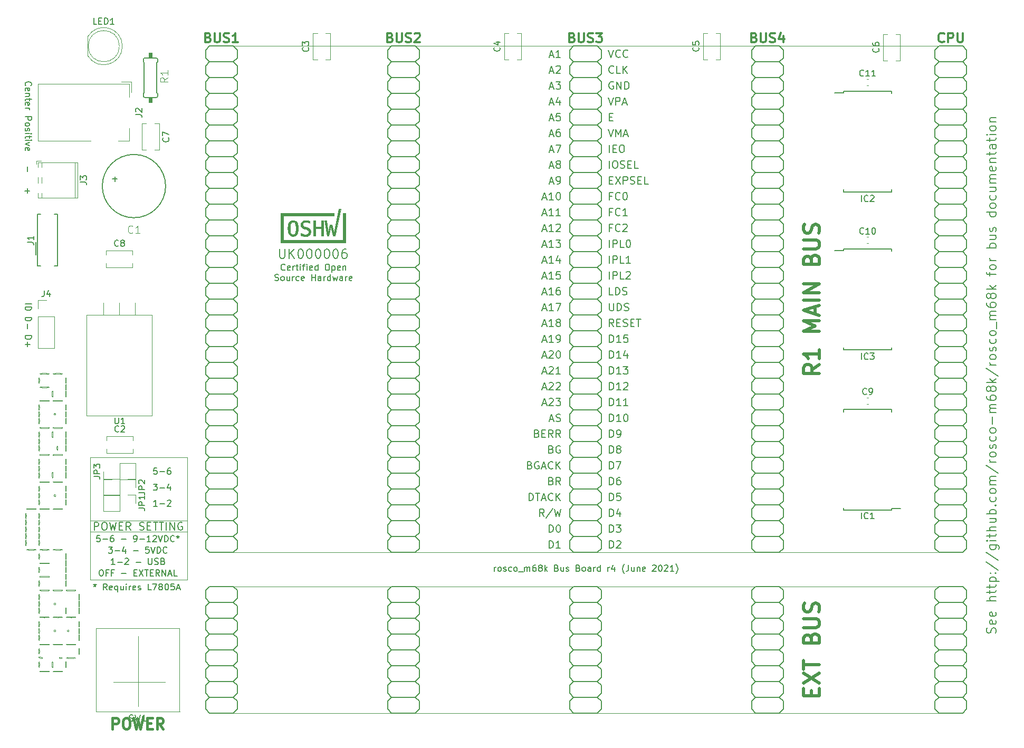
<source format=gbr>
G04 #@! TF.GenerationSoftware,KiCad,Pcbnew,(5.1.5-0-10_14)*
G04 #@! TF.CreationDate,2021-10-05T22:40:42+01:00*
G04 #@! TF.ProjectId,roscbus04,726f7363-6275-4733-9034-2e6b69636164,rev?*
G04 #@! TF.SameCoordinates,Original*
G04 #@! TF.FileFunction,Legend,Top*
G04 #@! TF.FilePolarity,Positive*
%FSLAX46Y46*%
G04 Gerber Fmt 4.6, Leading zero omitted, Abs format (unit mm)*
G04 Created by KiCad (PCBNEW (5.1.5-0-10_14)) date 2021-10-05 22:40:42*
%MOMM*%
%LPD*%
G04 APERTURE LIST*
%ADD10C,0.500000*%
%ADD11C,0.150000*%
%ADD12C,0.120000*%
%ADD13C,0.400000*%
%ADD14C,0.012500*%
%ADD15C,0.002540*%
%ADD16C,0.152400*%
%ADD17C,0.100000*%
%ADD18C,0.200000*%
%ADD19C,0.300000*%
%ADD20C,0.120650*%
G04 APERTURE END LIST*
D10*
X196990952Y-91238190D02*
X195800476Y-92071523D01*
X196990952Y-92666761D02*
X194490952Y-92666761D01*
X194490952Y-91714380D01*
X194610000Y-91476285D01*
X194729047Y-91357238D01*
X194967142Y-91238190D01*
X195324285Y-91238190D01*
X195562380Y-91357238D01*
X195681428Y-91476285D01*
X195800476Y-91714380D01*
X195800476Y-92666761D01*
X196990952Y-88857238D02*
X196990952Y-90285809D01*
X196990952Y-89571523D02*
X194490952Y-89571523D01*
X194848095Y-89809619D01*
X195086190Y-90047714D01*
X195205238Y-90285809D01*
X196990952Y-85881047D02*
X194490952Y-85881047D01*
X196276666Y-85047714D01*
X194490952Y-84214380D01*
X196990952Y-84214380D01*
X196276666Y-83142952D02*
X196276666Y-81952476D01*
X196990952Y-83381047D02*
X194490952Y-82547714D01*
X196990952Y-81714380D01*
X196990952Y-80881047D02*
X194490952Y-80881047D01*
X196990952Y-79690571D02*
X194490952Y-79690571D01*
X196990952Y-78262000D01*
X194490952Y-78262000D01*
X195681428Y-74333428D02*
X195800476Y-73976285D01*
X195919523Y-73857238D01*
X196157619Y-73738190D01*
X196514761Y-73738190D01*
X196752857Y-73857238D01*
X196871904Y-73976285D01*
X196990952Y-74214380D01*
X196990952Y-75166761D01*
X194490952Y-75166761D01*
X194490952Y-74333428D01*
X194610000Y-74095333D01*
X194729047Y-73976285D01*
X194967142Y-73857238D01*
X195205238Y-73857238D01*
X195443333Y-73976285D01*
X195562380Y-74095333D01*
X195681428Y-74333428D01*
X195681428Y-75166761D01*
X194490952Y-72666761D02*
X196514761Y-72666761D01*
X196752857Y-72547714D01*
X196871904Y-72428666D01*
X196990952Y-72190571D01*
X196990952Y-71714380D01*
X196871904Y-71476285D01*
X196752857Y-71357238D01*
X196514761Y-71238190D01*
X194490952Y-71238190D01*
X196871904Y-70166761D02*
X196990952Y-69809619D01*
X196990952Y-69214380D01*
X196871904Y-68976285D01*
X196752857Y-68857238D01*
X196514761Y-68738190D01*
X196276666Y-68738190D01*
X196038571Y-68857238D01*
X195919523Y-68976285D01*
X195800476Y-69214380D01*
X195681428Y-69690571D01*
X195562380Y-69928666D01*
X195443333Y-70047714D01*
X195205238Y-70166761D01*
X194967142Y-70166761D01*
X194729047Y-70047714D01*
X194610000Y-69928666D01*
X194490952Y-69690571D01*
X194490952Y-69095333D01*
X194610000Y-68738190D01*
D11*
X69871428Y-63762858D02*
X69871428Y-63000953D01*
X70252380Y-63381905D02*
X69490476Y-63381905D01*
X69871428Y-60239048D02*
X69871428Y-59477143D01*
X69642857Y-46475238D02*
X69595238Y-46427619D01*
X69547619Y-46284761D01*
X69547619Y-46189523D01*
X69595238Y-46046666D01*
X69690476Y-45951428D01*
X69785714Y-45903809D01*
X69976190Y-45856190D01*
X70119047Y-45856190D01*
X70309523Y-45903809D01*
X70404761Y-45951428D01*
X70500000Y-46046666D01*
X70547619Y-46189523D01*
X70547619Y-46284761D01*
X70500000Y-46427619D01*
X70452380Y-46475238D01*
X69595238Y-47284761D02*
X69547619Y-47189523D01*
X69547619Y-46999047D01*
X69595238Y-46903809D01*
X69690476Y-46856190D01*
X70071428Y-46856190D01*
X70166666Y-46903809D01*
X70214285Y-46999047D01*
X70214285Y-47189523D01*
X70166666Y-47284761D01*
X70071428Y-47332380D01*
X69976190Y-47332380D01*
X69880952Y-46856190D01*
X70214285Y-47760952D02*
X69547619Y-47760952D01*
X70119047Y-47760952D02*
X70166666Y-47808571D01*
X70214285Y-47903809D01*
X70214285Y-48046666D01*
X70166666Y-48141904D01*
X70071428Y-48189523D01*
X69547619Y-48189523D01*
X70214285Y-48522857D02*
X70214285Y-48903809D01*
X70547619Y-48665714D02*
X69690476Y-48665714D01*
X69595238Y-48713333D01*
X69547619Y-48808571D01*
X69547619Y-48903809D01*
X69595238Y-49618095D02*
X69547619Y-49522857D01*
X69547619Y-49332380D01*
X69595238Y-49237142D01*
X69690476Y-49189523D01*
X70071428Y-49189523D01*
X70166666Y-49237142D01*
X70214285Y-49332380D01*
X70214285Y-49522857D01*
X70166666Y-49618095D01*
X70071428Y-49665714D01*
X69976190Y-49665714D01*
X69880952Y-49189523D01*
X69547619Y-50094285D02*
X70214285Y-50094285D01*
X70023809Y-50094285D02*
X70119047Y-50141904D01*
X70166666Y-50189523D01*
X70214285Y-50284761D01*
X70214285Y-50380000D01*
X69547619Y-51475238D02*
X70547619Y-51475238D01*
X70547619Y-51856190D01*
X70500000Y-51951428D01*
X70452380Y-51999047D01*
X70357142Y-52046666D01*
X70214285Y-52046666D01*
X70119047Y-51999047D01*
X70071428Y-51951428D01*
X70023809Y-51856190D01*
X70023809Y-51475238D01*
X69547619Y-52618095D02*
X69595238Y-52522857D01*
X69642857Y-52475238D01*
X69738095Y-52427619D01*
X70023809Y-52427619D01*
X70119047Y-52475238D01*
X70166666Y-52522857D01*
X70214285Y-52618095D01*
X70214285Y-52760952D01*
X70166666Y-52856190D01*
X70119047Y-52903809D01*
X70023809Y-52951428D01*
X69738095Y-52951428D01*
X69642857Y-52903809D01*
X69595238Y-52856190D01*
X69547619Y-52760952D01*
X69547619Y-52618095D01*
X69595238Y-53332380D02*
X69547619Y-53427619D01*
X69547619Y-53618095D01*
X69595238Y-53713333D01*
X69690476Y-53760952D01*
X69738095Y-53760952D01*
X69833333Y-53713333D01*
X69880952Y-53618095D01*
X69880952Y-53475238D01*
X69928571Y-53380000D01*
X70023809Y-53332380D01*
X70071428Y-53332380D01*
X70166666Y-53380000D01*
X70214285Y-53475238D01*
X70214285Y-53618095D01*
X70166666Y-53713333D01*
X69547619Y-54189523D02*
X70214285Y-54189523D01*
X70547619Y-54189523D02*
X70500000Y-54141904D01*
X70452380Y-54189523D01*
X70500000Y-54237142D01*
X70547619Y-54189523D01*
X70452380Y-54189523D01*
X70214285Y-54522857D02*
X70214285Y-54903809D01*
X70547619Y-54665714D02*
X69690476Y-54665714D01*
X69595238Y-54713333D01*
X69547619Y-54808571D01*
X69547619Y-54903809D01*
X69547619Y-55237142D02*
X70214285Y-55237142D01*
X70547619Y-55237142D02*
X70500000Y-55189523D01*
X70452380Y-55237142D01*
X70500000Y-55284761D01*
X70547619Y-55237142D01*
X70452380Y-55237142D01*
X70214285Y-55618095D02*
X69547619Y-55856190D01*
X70214285Y-56094285D01*
X69595238Y-56856190D02*
X69547619Y-56760952D01*
X69547619Y-56570476D01*
X69595238Y-56475238D01*
X69690476Y-56427619D01*
X70071428Y-56427619D01*
X70166666Y-56475238D01*
X70214285Y-56570476D01*
X70214285Y-56760952D01*
X70166666Y-56856190D01*
X70071428Y-56903809D01*
X69976190Y-56903809D01*
X69880952Y-56427619D01*
X69547619Y-86619047D02*
X70547619Y-86619047D01*
X70547619Y-86857142D01*
X70500000Y-87000000D01*
X70404761Y-87095238D01*
X70309523Y-87142857D01*
X70119047Y-87190476D01*
X69976190Y-87190476D01*
X69785714Y-87142857D01*
X69690476Y-87095238D01*
X69595238Y-87000000D01*
X69547619Y-86857142D01*
X69547619Y-86619047D01*
X69928571Y-87619047D02*
X69928571Y-88380952D01*
X69547619Y-88000000D02*
X70309523Y-88000000D01*
X69547619Y-83678570D02*
X70547619Y-83678570D01*
X70547619Y-83916665D01*
X70500000Y-84059523D01*
X70404761Y-84154761D01*
X70309523Y-84202380D01*
X70119047Y-84249999D01*
X69976190Y-84249999D01*
X69785714Y-84202380D01*
X69690476Y-84154761D01*
X69595238Y-84059523D01*
X69547619Y-83916665D01*
X69547619Y-83678570D01*
X69928571Y-84678570D02*
X69928571Y-85440475D01*
X69547619Y-81500000D02*
X70547619Y-81500000D01*
X69547619Y-81976190D02*
X70547619Y-81976190D01*
X70547619Y-82214285D01*
X70500000Y-82357142D01*
X70404761Y-82452380D01*
X70309523Y-82500000D01*
X70119047Y-82547619D01*
X69976190Y-82547619D01*
X69785714Y-82500000D01*
X69690476Y-82452380D01*
X69595238Y-82357142D01*
X69547619Y-82214285D01*
X69547619Y-81976190D01*
D12*
X102875000Y-40100000D02*
X216050000Y-40100000D01*
X216125000Y-147225000D02*
X102900000Y-147225000D01*
X102950000Y-126875000D02*
X216050000Y-126875000D01*
D11*
X111228761Y-76019142D02*
X111181142Y-76066761D01*
X111038285Y-76114380D01*
X110943047Y-76114380D01*
X110800190Y-76066761D01*
X110704952Y-75971523D01*
X110657333Y-75876285D01*
X110609714Y-75685809D01*
X110609714Y-75542952D01*
X110657333Y-75352476D01*
X110704952Y-75257238D01*
X110800190Y-75162000D01*
X110943047Y-75114380D01*
X111038285Y-75114380D01*
X111181142Y-75162000D01*
X111228761Y-75209619D01*
X112038285Y-76066761D02*
X111943047Y-76114380D01*
X111752571Y-76114380D01*
X111657333Y-76066761D01*
X111609714Y-75971523D01*
X111609714Y-75590571D01*
X111657333Y-75495333D01*
X111752571Y-75447714D01*
X111943047Y-75447714D01*
X112038285Y-75495333D01*
X112085904Y-75590571D01*
X112085904Y-75685809D01*
X111609714Y-75781047D01*
X112514476Y-76114380D02*
X112514476Y-75447714D01*
X112514476Y-75638190D02*
X112562095Y-75542952D01*
X112609714Y-75495333D01*
X112704952Y-75447714D01*
X112800190Y-75447714D01*
X112990666Y-75447714D02*
X113371619Y-75447714D01*
X113133523Y-75114380D02*
X113133523Y-75971523D01*
X113181142Y-76066761D01*
X113276380Y-76114380D01*
X113371619Y-76114380D01*
X113704952Y-76114380D02*
X113704952Y-75447714D01*
X113704952Y-75114380D02*
X113657333Y-75162000D01*
X113704952Y-75209619D01*
X113752571Y-75162000D01*
X113704952Y-75114380D01*
X113704952Y-75209619D01*
X114038285Y-75447714D02*
X114419238Y-75447714D01*
X114181142Y-76114380D02*
X114181142Y-75257238D01*
X114228761Y-75162000D01*
X114324000Y-75114380D01*
X114419238Y-75114380D01*
X114752571Y-76114380D02*
X114752571Y-75447714D01*
X114752571Y-75114380D02*
X114704952Y-75162000D01*
X114752571Y-75209619D01*
X114800190Y-75162000D01*
X114752571Y-75114380D01*
X114752571Y-75209619D01*
X115609714Y-76066761D02*
X115514476Y-76114380D01*
X115324000Y-76114380D01*
X115228761Y-76066761D01*
X115181142Y-75971523D01*
X115181142Y-75590571D01*
X115228761Y-75495333D01*
X115324000Y-75447714D01*
X115514476Y-75447714D01*
X115609714Y-75495333D01*
X115657333Y-75590571D01*
X115657333Y-75685809D01*
X115181142Y-75781047D01*
X116514476Y-76114380D02*
X116514476Y-75114380D01*
X116514476Y-76066761D02*
X116419238Y-76114380D01*
X116228761Y-76114380D01*
X116133523Y-76066761D01*
X116085904Y-76019142D01*
X116038285Y-75923904D01*
X116038285Y-75638190D01*
X116085904Y-75542952D01*
X116133523Y-75495333D01*
X116228761Y-75447714D01*
X116419238Y-75447714D01*
X116514476Y-75495333D01*
X117943047Y-75114380D02*
X118133523Y-75114380D01*
X118228761Y-75162000D01*
X118324000Y-75257238D01*
X118371619Y-75447714D01*
X118371619Y-75781047D01*
X118324000Y-75971523D01*
X118228761Y-76066761D01*
X118133523Y-76114380D01*
X117943047Y-76114380D01*
X117847809Y-76066761D01*
X117752571Y-75971523D01*
X117704952Y-75781047D01*
X117704952Y-75447714D01*
X117752571Y-75257238D01*
X117847809Y-75162000D01*
X117943047Y-75114380D01*
X118800190Y-75447714D02*
X118800190Y-76447714D01*
X118800190Y-75495333D02*
X118895428Y-75447714D01*
X119085904Y-75447714D01*
X119181142Y-75495333D01*
X119228761Y-75542952D01*
X119276380Y-75638190D01*
X119276380Y-75923904D01*
X119228761Y-76019142D01*
X119181142Y-76066761D01*
X119085904Y-76114380D01*
X118895428Y-76114380D01*
X118800190Y-76066761D01*
X120085904Y-76066761D02*
X119990666Y-76114380D01*
X119800190Y-76114380D01*
X119704952Y-76066761D01*
X119657333Y-75971523D01*
X119657333Y-75590571D01*
X119704952Y-75495333D01*
X119800190Y-75447714D01*
X119990666Y-75447714D01*
X120085904Y-75495333D01*
X120133523Y-75590571D01*
X120133523Y-75685809D01*
X119657333Y-75781047D01*
X120562095Y-75447714D02*
X120562095Y-76114380D01*
X120562095Y-75542952D02*
X120609714Y-75495333D01*
X120704952Y-75447714D01*
X120847809Y-75447714D01*
X120943047Y-75495333D01*
X120990666Y-75590571D01*
X120990666Y-76114380D01*
X109633523Y-77716761D02*
X109776380Y-77764380D01*
X110014476Y-77764380D01*
X110109714Y-77716761D01*
X110157333Y-77669142D01*
X110204952Y-77573904D01*
X110204952Y-77478666D01*
X110157333Y-77383428D01*
X110109714Y-77335809D01*
X110014476Y-77288190D01*
X109824000Y-77240571D01*
X109728761Y-77192952D01*
X109681142Y-77145333D01*
X109633523Y-77050095D01*
X109633523Y-76954857D01*
X109681142Y-76859619D01*
X109728761Y-76812000D01*
X109824000Y-76764380D01*
X110062095Y-76764380D01*
X110204952Y-76812000D01*
X110776380Y-77764380D02*
X110681142Y-77716761D01*
X110633523Y-77669142D01*
X110585904Y-77573904D01*
X110585904Y-77288190D01*
X110633523Y-77192952D01*
X110681142Y-77145333D01*
X110776380Y-77097714D01*
X110919238Y-77097714D01*
X111014476Y-77145333D01*
X111062095Y-77192952D01*
X111109714Y-77288190D01*
X111109714Y-77573904D01*
X111062095Y-77669142D01*
X111014476Y-77716761D01*
X110919238Y-77764380D01*
X110776380Y-77764380D01*
X111966857Y-77097714D02*
X111966857Y-77764380D01*
X111538285Y-77097714D02*
X111538285Y-77621523D01*
X111585904Y-77716761D01*
X111681142Y-77764380D01*
X111824000Y-77764380D01*
X111919238Y-77716761D01*
X111966857Y-77669142D01*
X112443047Y-77764380D02*
X112443047Y-77097714D01*
X112443047Y-77288190D02*
X112490666Y-77192952D01*
X112538285Y-77145333D01*
X112633523Y-77097714D01*
X112728761Y-77097714D01*
X113490666Y-77716761D02*
X113395428Y-77764380D01*
X113204952Y-77764380D01*
X113109714Y-77716761D01*
X113062095Y-77669142D01*
X113014476Y-77573904D01*
X113014476Y-77288190D01*
X113062095Y-77192952D01*
X113109714Y-77145333D01*
X113204952Y-77097714D01*
X113395428Y-77097714D01*
X113490666Y-77145333D01*
X114300190Y-77716761D02*
X114204952Y-77764380D01*
X114014476Y-77764380D01*
X113919238Y-77716761D01*
X113871619Y-77621523D01*
X113871619Y-77240571D01*
X113919238Y-77145333D01*
X114014476Y-77097714D01*
X114204952Y-77097714D01*
X114300190Y-77145333D01*
X114347809Y-77240571D01*
X114347809Y-77335809D01*
X113871619Y-77431047D01*
X115538285Y-77764380D02*
X115538285Y-76764380D01*
X115538285Y-77240571D02*
X116109714Y-77240571D01*
X116109714Y-77764380D02*
X116109714Y-76764380D01*
X117014476Y-77764380D02*
X117014476Y-77240571D01*
X116966857Y-77145333D01*
X116871619Y-77097714D01*
X116681142Y-77097714D01*
X116585904Y-77145333D01*
X117014476Y-77716761D02*
X116919238Y-77764380D01*
X116681142Y-77764380D01*
X116585904Y-77716761D01*
X116538285Y-77621523D01*
X116538285Y-77526285D01*
X116585904Y-77431047D01*
X116681142Y-77383428D01*
X116919238Y-77383428D01*
X117014476Y-77335809D01*
X117490666Y-77764380D02*
X117490666Y-77097714D01*
X117490666Y-77288190D02*
X117538285Y-77192952D01*
X117585904Y-77145333D01*
X117681142Y-77097714D01*
X117776380Y-77097714D01*
X118538285Y-77764380D02*
X118538285Y-76764380D01*
X118538285Y-77716761D02*
X118443047Y-77764380D01*
X118252571Y-77764380D01*
X118157333Y-77716761D01*
X118109714Y-77669142D01*
X118062095Y-77573904D01*
X118062095Y-77288190D01*
X118109714Y-77192952D01*
X118157333Y-77145333D01*
X118252571Y-77097714D01*
X118443047Y-77097714D01*
X118538285Y-77145333D01*
X118919238Y-77097714D02*
X119109714Y-77764380D01*
X119300190Y-77288190D01*
X119490666Y-77764380D01*
X119681142Y-77097714D01*
X120490666Y-77764380D02*
X120490666Y-77240571D01*
X120443047Y-77145333D01*
X120347809Y-77097714D01*
X120157333Y-77097714D01*
X120062095Y-77145333D01*
X120490666Y-77716761D02*
X120395428Y-77764380D01*
X120157333Y-77764380D01*
X120062095Y-77716761D01*
X120014476Y-77621523D01*
X120014476Y-77526285D01*
X120062095Y-77431047D01*
X120157333Y-77383428D01*
X120395428Y-77383428D01*
X120490666Y-77335809D01*
X120966857Y-77764380D02*
X120966857Y-77097714D01*
X120966857Y-77288190D02*
X121014476Y-77192952D01*
X121062095Y-77145333D01*
X121157333Y-77097714D01*
X121252571Y-77097714D01*
X121966857Y-77716761D02*
X121871619Y-77764380D01*
X121681142Y-77764380D01*
X121585904Y-77716761D01*
X121538285Y-77621523D01*
X121538285Y-77240571D01*
X121585904Y-77145333D01*
X121681142Y-77097714D01*
X121871619Y-77097714D01*
X121966857Y-77145333D01*
X122014476Y-77240571D01*
X122014476Y-77335809D01*
X121538285Y-77431047D01*
X225257142Y-134362857D02*
X225328571Y-134148571D01*
X225328571Y-133791428D01*
X225257142Y-133648571D01*
X225185714Y-133577142D01*
X225042857Y-133505714D01*
X224900000Y-133505714D01*
X224757142Y-133577142D01*
X224685714Y-133648571D01*
X224614285Y-133791428D01*
X224542857Y-134077142D01*
X224471428Y-134219999D01*
X224400000Y-134291428D01*
X224257142Y-134362857D01*
X224114285Y-134362857D01*
X223971428Y-134291428D01*
X223900000Y-134219999D01*
X223828571Y-134077142D01*
X223828571Y-133719999D01*
X223900000Y-133505714D01*
X225257142Y-132291428D02*
X225328571Y-132434285D01*
X225328571Y-132719999D01*
X225257142Y-132862857D01*
X225114285Y-132934285D01*
X224542857Y-132934285D01*
X224400000Y-132862857D01*
X224328571Y-132719999D01*
X224328571Y-132434285D01*
X224400000Y-132291428D01*
X224542857Y-132219999D01*
X224685714Y-132219999D01*
X224828571Y-132934285D01*
X225257142Y-131005714D02*
X225328571Y-131148571D01*
X225328571Y-131434285D01*
X225257142Y-131577142D01*
X225114285Y-131648571D01*
X224542857Y-131648571D01*
X224400000Y-131577142D01*
X224328571Y-131434285D01*
X224328571Y-131148571D01*
X224400000Y-131005714D01*
X224542857Y-130934285D01*
X224685714Y-130934285D01*
X224828571Y-131648571D01*
X225328571Y-129148571D02*
X223828571Y-129148571D01*
X225328571Y-128505714D02*
X224542857Y-128505714D01*
X224400000Y-128577142D01*
X224328571Y-128719999D01*
X224328571Y-128934285D01*
X224400000Y-129077142D01*
X224471428Y-129148571D01*
X224328571Y-128005714D02*
X224328571Y-127434285D01*
X223828571Y-127791428D02*
X225114285Y-127791428D01*
X225257142Y-127719999D01*
X225328571Y-127577142D01*
X225328571Y-127434285D01*
X224328571Y-127148571D02*
X224328571Y-126577142D01*
X223828571Y-126934285D02*
X225114285Y-126934285D01*
X225257142Y-126862857D01*
X225328571Y-126719999D01*
X225328571Y-126577142D01*
X224328571Y-126077142D02*
X225828571Y-126077142D01*
X224400000Y-126077142D02*
X224328571Y-125934285D01*
X224328571Y-125648571D01*
X224400000Y-125505714D01*
X224471428Y-125434285D01*
X224614285Y-125362857D01*
X225042857Y-125362857D01*
X225185714Y-125434285D01*
X225257142Y-125505714D01*
X225328571Y-125648571D01*
X225328571Y-125934285D01*
X225257142Y-126077142D01*
X225185714Y-124719999D02*
X225257142Y-124648571D01*
X225328571Y-124719999D01*
X225257142Y-124791428D01*
X225185714Y-124719999D01*
X225328571Y-124719999D01*
X224400000Y-124719999D02*
X224471428Y-124648571D01*
X224542857Y-124719999D01*
X224471428Y-124791428D01*
X224400000Y-124719999D01*
X224542857Y-124719999D01*
X223757142Y-122934285D02*
X225685714Y-124219999D01*
X223757142Y-121362857D02*
X225685714Y-122648571D01*
X224328571Y-120219999D02*
X225542857Y-120219999D01*
X225685714Y-120291428D01*
X225757142Y-120362857D01*
X225828571Y-120505714D01*
X225828571Y-120719999D01*
X225757142Y-120862857D01*
X225257142Y-120219999D02*
X225328571Y-120362857D01*
X225328571Y-120648571D01*
X225257142Y-120791428D01*
X225185714Y-120862857D01*
X225042857Y-120934285D01*
X224614285Y-120934285D01*
X224471428Y-120862857D01*
X224400000Y-120791428D01*
X224328571Y-120648571D01*
X224328571Y-120362857D01*
X224400000Y-120219999D01*
X225328571Y-119505714D02*
X224328571Y-119505714D01*
X223828571Y-119505714D02*
X223900000Y-119577142D01*
X223971428Y-119505714D01*
X223900000Y-119434285D01*
X223828571Y-119505714D01*
X223971428Y-119505714D01*
X224328571Y-119005714D02*
X224328571Y-118434285D01*
X223828571Y-118791428D02*
X225114285Y-118791428D01*
X225257142Y-118719999D01*
X225328571Y-118577142D01*
X225328571Y-118434285D01*
X225328571Y-117934285D02*
X223828571Y-117934285D01*
X225328571Y-117291428D02*
X224542857Y-117291428D01*
X224400000Y-117362857D01*
X224328571Y-117505714D01*
X224328571Y-117719999D01*
X224400000Y-117862857D01*
X224471428Y-117934285D01*
X224328571Y-115934285D02*
X225328571Y-115934285D01*
X224328571Y-116577142D02*
X225114285Y-116577142D01*
X225257142Y-116505714D01*
X225328571Y-116362857D01*
X225328571Y-116148571D01*
X225257142Y-116005714D01*
X225185714Y-115934285D01*
X225328571Y-115219999D02*
X223828571Y-115219999D01*
X224400000Y-115219999D02*
X224328571Y-115077142D01*
X224328571Y-114791428D01*
X224400000Y-114648571D01*
X224471428Y-114577142D01*
X224614285Y-114505714D01*
X225042857Y-114505714D01*
X225185714Y-114577142D01*
X225257142Y-114648571D01*
X225328571Y-114791428D01*
X225328571Y-115077142D01*
X225257142Y-115219999D01*
X225185714Y-113862857D02*
X225257142Y-113791428D01*
X225328571Y-113862857D01*
X225257142Y-113934285D01*
X225185714Y-113862857D01*
X225328571Y-113862857D01*
X225257142Y-112505714D02*
X225328571Y-112648571D01*
X225328571Y-112934285D01*
X225257142Y-113077142D01*
X225185714Y-113148571D01*
X225042857Y-113219999D01*
X224614285Y-113219999D01*
X224471428Y-113148571D01*
X224400000Y-113077142D01*
X224328571Y-112934285D01*
X224328571Y-112648571D01*
X224400000Y-112505714D01*
X225328571Y-111648571D02*
X225257142Y-111791428D01*
X225185714Y-111862857D01*
X225042857Y-111934285D01*
X224614285Y-111934285D01*
X224471428Y-111862857D01*
X224400000Y-111791428D01*
X224328571Y-111648571D01*
X224328571Y-111434285D01*
X224400000Y-111291428D01*
X224471428Y-111219999D01*
X224614285Y-111148571D01*
X225042857Y-111148571D01*
X225185714Y-111219999D01*
X225257142Y-111291428D01*
X225328571Y-111434285D01*
X225328571Y-111648571D01*
X225328571Y-110505714D02*
X224328571Y-110505714D01*
X224471428Y-110505714D02*
X224400000Y-110434285D01*
X224328571Y-110291428D01*
X224328571Y-110077142D01*
X224400000Y-109934285D01*
X224542857Y-109862857D01*
X225328571Y-109862857D01*
X224542857Y-109862857D02*
X224400000Y-109791428D01*
X224328571Y-109648571D01*
X224328571Y-109434285D01*
X224400000Y-109291428D01*
X224542857Y-109219999D01*
X225328571Y-109219999D01*
X223757142Y-107434285D02*
X225685714Y-108719999D01*
X225328571Y-106934285D02*
X224328571Y-106934285D01*
X224614285Y-106934285D02*
X224471428Y-106862857D01*
X224400000Y-106791428D01*
X224328571Y-106648571D01*
X224328571Y-106505714D01*
X225328571Y-105791428D02*
X225257142Y-105934285D01*
X225185714Y-106005714D01*
X225042857Y-106077142D01*
X224614285Y-106077142D01*
X224471428Y-106005714D01*
X224400000Y-105934285D01*
X224328571Y-105791428D01*
X224328571Y-105577142D01*
X224400000Y-105434285D01*
X224471428Y-105362857D01*
X224614285Y-105291428D01*
X225042857Y-105291428D01*
X225185714Y-105362857D01*
X225257142Y-105434285D01*
X225328571Y-105577142D01*
X225328571Y-105791428D01*
X225257142Y-104719999D02*
X225328571Y-104577142D01*
X225328571Y-104291428D01*
X225257142Y-104148571D01*
X225114285Y-104077142D01*
X225042857Y-104077142D01*
X224900000Y-104148571D01*
X224828571Y-104291428D01*
X224828571Y-104505714D01*
X224757142Y-104648571D01*
X224614285Y-104719999D01*
X224542857Y-104719999D01*
X224400000Y-104648571D01*
X224328571Y-104505714D01*
X224328571Y-104291428D01*
X224400000Y-104148571D01*
X225257142Y-102791428D02*
X225328571Y-102934285D01*
X225328571Y-103219999D01*
X225257142Y-103362857D01*
X225185714Y-103434285D01*
X225042857Y-103505714D01*
X224614285Y-103505714D01*
X224471428Y-103434285D01*
X224400000Y-103362857D01*
X224328571Y-103219999D01*
X224328571Y-102934285D01*
X224400000Y-102791428D01*
X225328571Y-101934285D02*
X225257142Y-102077142D01*
X225185714Y-102148571D01*
X225042857Y-102219999D01*
X224614285Y-102219999D01*
X224471428Y-102148571D01*
X224400000Y-102077142D01*
X224328571Y-101934285D01*
X224328571Y-101719999D01*
X224400000Y-101577142D01*
X224471428Y-101505714D01*
X224614285Y-101434285D01*
X225042857Y-101434285D01*
X225185714Y-101505714D01*
X225257142Y-101577142D01*
X225328571Y-101719999D01*
X225328571Y-101934285D01*
X224757142Y-100791428D02*
X224757142Y-99648571D01*
X225328571Y-98934285D02*
X224328571Y-98934285D01*
X224471428Y-98934285D02*
X224400000Y-98862857D01*
X224328571Y-98719999D01*
X224328571Y-98505714D01*
X224400000Y-98362857D01*
X224542857Y-98291428D01*
X225328571Y-98291428D01*
X224542857Y-98291428D02*
X224400000Y-98219999D01*
X224328571Y-98077142D01*
X224328571Y-97862857D01*
X224400000Y-97719999D01*
X224542857Y-97648571D01*
X225328571Y-97648571D01*
X223828571Y-96291428D02*
X223828571Y-96577142D01*
X223900000Y-96719999D01*
X223971428Y-96791428D01*
X224185714Y-96934285D01*
X224471428Y-97005714D01*
X225042857Y-97005714D01*
X225185714Y-96934285D01*
X225257142Y-96862857D01*
X225328571Y-96719999D01*
X225328571Y-96434285D01*
X225257142Y-96291428D01*
X225185714Y-96219999D01*
X225042857Y-96148571D01*
X224685714Y-96148571D01*
X224542857Y-96219999D01*
X224471428Y-96291428D01*
X224400000Y-96434285D01*
X224400000Y-96719999D01*
X224471428Y-96862857D01*
X224542857Y-96934285D01*
X224685714Y-97005714D01*
X224471428Y-95291428D02*
X224400000Y-95434285D01*
X224328571Y-95505714D01*
X224185714Y-95577142D01*
X224114285Y-95577142D01*
X223971428Y-95505714D01*
X223900000Y-95434285D01*
X223828571Y-95291428D01*
X223828571Y-95005714D01*
X223900000Y-94862857D01*
X223971428Y-94791428D01*
X224114285Y-94719999D01*
X224185714Y-94719999D01*
X224328571Y-94791428D01*
X224400000Y-94862857D01*
X224471428Y-95005714D01*
X224471428Y-95291428D01*
X224542857Y-95434285D01*
X224614285Y-95505714D01*
X224757142Y-95577142D01*
X225042857Y-95577142D01*
X225185714Y-95505714D01*
X225257142Y-95434285D01*
X225328571Y-95291428D01*
X225328571Y-95005714D01*
X225257142Y-94862857D01*
X225185714Y-94791428D01*
X225042857Y-94719999D01*
X224757142Y-94719999D01*
X224614285Y-94791428D01*
X224542857Y-94862857D01*
X224471428Y-95005714D01*
X225328571Y-94077142D02*
X223828571Y-94077142D01*
X224757142Y-93934285D02*
X225328571Y-93505714D01*
X224328571Y-93505714D02*
X224900000Y-94077142D01*
X223757142Y-91791428D02*
X225685714Y-93077142D01*
X225328571Y-91291428D02*
X224328571Y-91291428D01*
X224614285Y-91291428D02*
X224471428Y-91219999D01*
X224400000Y-91148571D01*
X224328571Y-91005714D01*
X224328571Y-90862857D01*
X225328571Y-90148571D02*
X225257142Y-90291428D01*
X225185714Y-90362857D01*
X225042857Y-90434285D01*
X224614285Y-90434285D01*
X224471428Y-90362857D01*
X224400000Y-90291428D01*
X224328571Y-90148571D01*
X224328571Y-89934285D01*
X224400000Y-89791428D01*
X224471428Y-89719999D01*
X224614285Y-89648571D01*
X225042857Y-89648571D01*
X225185714Y-89719999D01*
X225257142Y-89791428D01*
X225328571Y-89934285D01*
X225328571Y-90148571D01*
X225257142Y-89077142D02*
X225328571Y-88934285D01*
X225328571Y-88648571D01*
X225257142Y-88505714D01*
X225114285Y-88434285D01*
X225042857Y-88434285D01*
X224900000Y-88505714D01*
X224828571Y-88648571D01*
X224828571Y-88862857D01*
X224757142Y-89005714D01*
X224614285Y-89077142D01*
X224542857Y-89077142D01*
X224400000Y-89005714D01*
X224328571Y-88862857D01*
X224328571Y-88648571D01*
X224400000Y-88505714D01*
X225257142Y-87148571D02*
X225328571Y-87291428D01*
X225328571Y-87577142D01*
X225257142Y-87719999D01*
X225185714Y-87791428D01*
X225042857Y-87862857D01*
X224614285Y-87862857D01*
X224471428Y-87791428D01*
X224400000Y-87719999D01*
X224328571Y-87577142D01*
X224328571Y-87291428D01*
X224400000Y-87148571D01*
X225328571Y-86291428D02*
X225257142Y-86434285D01*
X225185714Y-86505714D01*
X225042857Y-86577142D01*
X224614285Y-86577142D01*
X224471428Y-86505714D01*
X224400000Y-86434285D01*
X224328571Y-86291428D01*
X224328571Y-86077142D01*
X224400000Y-85934285D01*
X224471428Y-85862857D01*
X224614285Y-85791428D01*
X225042857Y-85791428D01*
X225185714Y-85862857D01*
X225257142Y-85934285D01*
X225328571Y-86077142D01*
X225328571Y-86291428D01*
X225471428Y-85505714D02*
X225471428Y-84362857D01*
X225328571Y-84005714D02*
X224328571Y-84005714D01*
X224471428Y-84005714D02*
X224400000Y-83934285D01*
X224328571Y-83791428D01*
X224328571Y-83577142D01*
X224400000Y-83434285D01*
X224542857Y-83362857D01*
X225328571Y-83362857D01*
X224542857Y-83362857D02*
X224400000Y-83291428D01*
X224328571Y-83148571D01*
X224328571Y-82934285D01*
X224400000Y-82791428D01*
X224542857Y-82719999D01*
X225328571Y-82719999D01*
X223828571Y-81362857D02*
X223828571Y-81648571D01*
X223900000Y-81791428D01*
X223971428Y-81862857D01*
X224185714Y-82005714D01*
X224471428Y-82077142D01*
X225042857Y-82077142D01*
X225185714Y-82005714D01*
X225257142Y-81934285D01*
X225328571Y-81791428D01*
X225328571Y-81505714D01*
X225257142Y-81362857D01*
X225185714Y-81291428D01*
X225042857Y-81219999D01*
X224685714Y-81219999D01*
X224542857Y-81291428D01*
X224471428Y-81362857D01*
X224400000Y-81505714D01*
X224400000Y-81791428D01*
X224471428Y-81934285D01*
X224542857Y-82005714D01*
X224685714Y-82077142D01*
X224471428Y-80362857D02*
X224400000Y-80505714D01*
X224328571Y-80577142D01*
X224185714Y-80648571D01*
X224114285Y-80648571D01*
X223971428Y-80577142D01*
X223900000Y-80505714D01*
X223828571Y-80362857D01*
X223828571Y-80077142D01*
X223900000Y-79934285D01*
X223971428Y-79862857D01*
X224114285Y-79791428D01*
X224185714Y-79791428D01*
X224328571Y-79862857D01*
X224400000Y-79934285D01*
X224471428Y-80077142D01*
X224471428Y-80362857D01*
X224542857Y-80505714D01*
X224614285Y-80577142D01*
X224757142Y-80648571D01*
X225042857Y-80648571D01*
X225185714Y-80577142D01*
X225257142Y-80505714D01*
X225328571Y-80362857D01*
X225328571Y-80077142D01*
X225257142Y-79934285D01*
X225185714Y-79862857D01*
X225042857Y-79791428D01*
X224757142Y-79791428D01*
X224614285Y-79862857D01*
X224542857Y-79934285D01*
X224471428Y-80077142D01*
X225328571Y-79148571D02*
X223828571Y-79148571D01*
X224757142Y-79005714D02*
X225328571Y-78577142D01*
X224328571Y-78577142D02*
X224900000Y-79148571D01*
X224328571Y-77005714D02*
X224328571Y-76434285D01*
X225328571Y-76791428D02*
X224042857Y-76791428D01*
X223900000Y-76720000D01*
X223828571Y-76577142D01*
X223828571Y-76434285D01*
X225328571Y-75719999D02*
X225257142Y-75862857D01*
X225185714Y-75934285D01*
X225042857Y-76005714D01*
X224614285Y-76005714D01*
X224471428Y-75934285D01*
X224400000Y-75862857D01*
X224328571Y-75719999D01*
X224328571Y-75505714D01*
X224400000Y-75362857D01*
X224471428Y-75291428D01*
X224614285Y-75219999D01*
X225042857Y-75219999D01*
X225185714Y-75291428D01*
X225257142Y-75362857D01*
X225328571Y-75505714D01*
X225328571Y-75719999D01*
X225328571Y-74577142D02*
X224328571Y-74577142D01*
X224614285Y-74577142D02*
X224471428Y-74505714D01*
X224400000Y-74434285D01*
X224328571Y-74291428D01*
X224328571Y-74148571D01*
X225328571Y-72505714D02*
X223828571Y-72505714D01*
X224400000Y-72505714D02*
X224328571Y-72362857D01*
X224328571Y-72077142D01*
X224400000Y-71934285D01*
X224471428Y-71862857D01*
X224614285Y-71791428D01*
X225042857Y-71791428D01*
X225185714Y-71862857D01*
X225257142Y-71934285D01*
X225328571Y-72077142D01*
X225328571Y-72362857D01*
X225257142Y-72505714D01*
X224328571Y-70505714D02*
X225328571Y-70505714D01*
X224328571Y-71148571D02*
X225114285Y-71148571D01*
X225257142Y-71077142D01*
X225328571Y-70934285D01*
X225328571Y-70720000D01*
X225257142Y-70577142D01*
X225185714Y-70505714D01*
X225257142Y-69862857D02*
X225328571Y-69720000D01*
X225328571Y-69434285D01*
X225257142Y-69291428D01*
X225114285Y-69220000D01*
X225042857Y-69220000D01*
X224900000Y-69291428D01*
X224828571Y-69434285D01*
X224828571Y-69648571D01*
X224757142Y-69791428D01*
X224614285Y-69862857D01*
X224542857Y-69862857D01*
X224400000Y-69791428D01*
X224328571Y-69648571D01*
X224328571Y-69434285D01*
X224400000Y-69291428D01*
X225328571Y-66791428D02*
X223828571Y-66791428D01*
X225257142Y-66791428D02*
X225328571Y-66934285D01*
X225328571Y-67220000D01*
X225257142Y-67362857D01*
X225185714Y-67434285D01*
X225042857Y-67505714D01*
X224614285Y-67505714D01*
X224471428Y-67434285D01*
X224400000Y-67362857D01*
X224328571Y-67220000D01*
X224328571Y-66934285D01*
X224400000Y-66791428D01*
X225328571Y-65862857D02*
X225257142Y-66005714D01*
X225185714Y-66077142D01*
X225042857Y-66148571D01*
X224614285Y-66148571D01*
X224471428Y-66077142D01*
X224400000Y-66005714D01*
X224328571Y-65862857D01*
X224328571Y-65648571D01*
X224400000Y-65505714D01*
X224471428Y-65434285D01*
X224614285Y-65362857D01*
X225042857Y-65362857D01*
X225185714Y-65434285D01*
X225257142Y-65505714D01*
X225328571Y-65648571D01*
X225328571Y-65862857D01*
X225257142Y-64077142D02*
X225328571Y-64220000D01*
X225328571Y-64505714D01*
X225257142Y-64648571D01*
X225185714Y-64720000D01*
X225042857Y-64791428D01*
X224614285Y-64791428D01*
X224471428Y-64720000D01*
X224400000Y-64648571D01*
X224328571Y-64505714D01*
X224328571Y-64220000D01*
X224400000Y-64077142D01*
X224328571Y-62791428D02*
X225328571Y-62791428D01*
X224328571Y-63434285D02*
X225114285Y-63434285D01*
X225257142Y-63362857D01*
X225328571Y-63220000D01*
X225328571Y-63005714D01*
X225257142Y-62862857D01*
X225185714Y-62791428D01*
X225328571Y-62077142D02*
X224328571Y-62077142D01*
X224471428Y-62077142D02*
X224400000Y-62005714D01*
X224328571Y-61862857D01*
X224328571Y-61648571D01*
X224400000Y-61505714D01*
X224542857Y-61434285D01*
X225328571Y-61434285D01*
X224542857Y-61434285D02*
X224400000Y-61362857D01*
X224328571Y-61220000D01*
X224328571Y-61005714D01*
X224400000Y-60862857D01*
X224542857Y-60791428D01*
X225328571Y-60791428D01*
X225257142Y-59505714D02*
X225328571Y-59648571D01*
X225328571Y-59934285D01*
X225257142Y-60077142D01*
X225114285Y-60148571D01*
X224542857Y-60148571D01*
X224400000Y-60077142D01*
X224328571Y-59934285D01*
X224328571Y-59648571D01*
X224400000Y-59505714D01*
X224542857Y-59434285D01*
X224685714Y-59434285D01*
X224828571Y-60148571D01*
X224328571Y-58791428D02*
X225328571Y-58791428D01*
X224471428Y-58791428D02*
X224400000Y-58720000D01*
X224328571Y-58577142D01*
X224328571Y-58362857D01*
X224400000Y-58220000D01*
X224542857Y-58148571D01*
X225328571Y-58148571D01*
X224328571Y-57648571D02*
X224328571Y-57077142D01*
X223828571Y-57434285D02*
X225114285Y-57434285D01*
X225257142Y-57362857D01*
X225328571Y-57220000D01*
X225328571Y-57077142D01*
X225328571Y-55934285D02*
X224542857Y-55934285D01*
X224400000Y-56005714D01*
X224328571Y-56148571D01*
X224328571Y-56434285D01*
X224400000Y-56577142D01*
X225257142Y-55934285D02*
X225328571Y-56077142D01*
X225328571Y-56434285D01*
X225257142Y-56577142D01*
X225114285Y-56648571D01*
X224971428Y-56648571D01*
X224828571Y-56577142D01*
X224757142Y-56434285D01*
X224757142Y-56077142D01*
X224685714Y-55934285D01*
X224328571Y-55434285D02*
X224328571Y-54862857D01*
X223828571Y-55220000D02*
X225114285Y-55220000D01*
X225257142Y-55148571D01*
X225328571Y-55005714D01*
X225328571Y-54862857D01*
X225328571Y-54362857D02*
X224328571Y-54362857D01*
X223828571Y-54362857D02*
X223900000Y-54434285D01*
X223971428Y-54362857D01*
X223900000Y-54291428D01*
X223828571Y-54362857D01*
X223971428Y-54362857D01*
X225328571Y-53434285D02*
X225257142Y-53577142D01*
X225185714Y-53648571D01*
X225042857Y-53720000D01*
X224614285Y-53720000D01*
X224471428Y-53648571D01*
X224400000Y-53577142D01*
X224328571Y-53434285D01*
X224328571Y-53220000D01*
X224400000Y-53077142D01*
X224471428Y-53005714D01*
X224614285Y-52934285D01*
X225042857Y-52934285D01*
X225185714Y-53005714D01*
X225257142Y-53077142D01*
X225328571Y-53220000D01*
X225328571Y-53434285D01*
X224328571Y-52291428D02*
X225328571Y-52291428D01*
X224471428Y-52291428D02*
X224400000Y-52220000D01*
X224328571Y-52077142D01*
X224328571Y-51862857D01*
X224400000Y-51720000D01*
X224542857Y-51648571D01*
X225328571Y-51648571D01*
X144835714Y-124427380D02*
X144835714Y-123760714D01*
X144835714Y-123951190D02*
X144883333Y-123855952D01*
X144930952Y-123808333D01*
X145026190Y-123760714D01*
X145121428Y-123760714D01*
X145597619Y-124427380D02*
X145502380Y-124379761D01*
X145454761Y-124332142D01*
X145407142Y-124236904D01*
X145407142Y-123951190D01*
X145454761Y-123855952D01*
X145502380Y-123808333D01*
X145597619Y-123760714D01*
X145740476Y-123760714D01*
X145835714Y-123808333D01*
X145883333Y-123855952D01*
X145930952Y-123951190D01*
X145930952Y-124236904D01*
X145883333Y-124332142D01*
X145835714Y-124379761D01*
X145740476Y-124427380D01*
X145597619Y-124427380D01*
X146311904Y-124379761D02*
X146407142Y-124427380D01*
X146597619Y-124427380D01*
X146692857Y-124379761D01*
X146740476Y-124284523D01*
X146740476Y-124236904D01*
X146692857Y-124141666D01*
X146597619Y-124094047D01*
X146454761Y-124094047D01*
X146359523Y-124046428D01*
X146311904Y-123951190D01*
X146311904Y-123903571D01*
X146359523Y-123808333D01*
X146454761Y-123760714D01*
X146597619Y-123760714D01*
X146692857Y-123808333D01*
X147597619Y-124379761D02*
X147502380Y-124427380D01*
X147311904Y-124427380D01*
X147216666Y-124379761D01*
X147169047Y-124332142D01*
X147121428Y-124236904D01*
X147121428Y-123951190D01*
X147169047Y-123855952D01*
X147216666Y-123808333D01*
X147311904Y-123760714D01*
X147502380Y-123760714D01*
X147597619Y-123808333D01*
X148169047Y-124427380D02*
X148073809Y-124379761D01*
X148026190Y-124332142D01*
X147978571Y-124236904D01*
X147978571Y-123951190D01*
X148026190Y-123855952D01*
X148073809Y-123808333D01*
X148169047Y-123760714D01*
X148311904Y-123760714D01*
X148407142Y-123808333D01*
X148454761Y-123855952D01*
X148502380Y-123951190D01*
X148502380Y-124236904D01*
X148454761Y-124332142D01*
X148407142Y-124379761D01*
X148311904Y-124427380D01*
X148169047Y-124427380D01*
X148692857Y-124522619D02*
X149454761Y-124522619D01*
X149692857Y-124427380D02*
X149692857Y-123760714D01*
X149692857Y-123855952D02*
X149740476Y-123808333D01*
X149835714Y-123760714D01*
X149978571Y-123760714D01*
X150073809Y-123808333D01*
X150121428Y-123903571D01*
X150121428Y-124427380D01*
X150121428Y-123903571D02*
X150169047Y-123808333D01*
X150264285Y-123760714D01*
X150407142Y-123760714D01*
X150502380Y-123808333D01*
X150550000Y-123903571D01*
X150550000Y-124427380D01*
X151454761Y-123427380D02*
X151264285Y-123427380D01*
X151169047Y-123475000D01*
X151121428Y-123522619D01*
X151026190Y-123665476D01*
X150978571Y-123855952D01*
X150978571Y-124236904D01*
X151026190Y-124332142D01*
X151073809Y-124379761D01*
X151169047Y-124427380D01*
X151359523Y-124427380D01*
X151454761Y-124379761D01*
X151502380Y-124332142D01*
X151550000Y-124236904D01*
X151550000Y-123998809D01*
X151502380Y-123903571D01*
X151454761Y-123855952D01*
X151359523Y-123808333D01*
X151169047Y-123808333D01*
X151073809Y-123855952D01*
X151026190Y-123903571D01*
X150978571Y-123998809D01*
X152121428Y-123855952D02*
X152026190Y-123808333D01*
X151978571Y-123760714D01*
X151930952Y-123665476D01*
X151930952Y-123617857D01*
X151978571Y-123522619D01*
X152026190Y-123475000D01*
X152121428Y-123427380D01*
X152311904Y-123427380D01*
X152407142Y-123475000D01*
X152454761Y-123522619D01*
X152502380Y-123617857D01*
X152502380Y-123665476D01*
X152454761Y-123760714D01*
X152407142Y-123808333D01*
X152311904Y-123855952D01*
X152121428Y-123855952D01*
X152026190Y-123903571D01*
X151978571Y-123951190D01*
X151930952Y-124046428D01*
X151930952Y-124236904D01*
X151978571Y-124332142D01*
X152026190Y-124379761D01*
X152121428Y-124427380D01*
X152311904Y-124427380D01*
X152407142Y-124379761D01*
X152454761Y-124332142D01*
X152502380Y-124236904D01*
X152502380Y-124046428D01*
X152454761Y-123951190D01*
X152407142Y-123903571D01*
X152311904Y-123855952D01*
X152930952Y-124427380D02*
X152930952Y-123427380D01*
X153026190Y-124046428D02*
X153311904Y-124427380D01*
X153311904Y-123760714D02*
X152930952Y-124141666D01*
X154835714Y-123903571D02*
X154978571Y-123951190D01*
X155026190Y-123998809D01*
X155073809Y-124094047D01*
X155073809Y-124236904D01*
X155026190Y-124332142D01*
X154978571Y-124379761D01*
X154883333Y-124427380D01*
X154502380Y-124427380D01*
X154502380Y-123427380D01*
X154835714Y-123427380D01*
X154930952Y-123475000D01*
X154978571Y-123522619D01*
X155026190Y-123617857D01*
X155026190Y-123713095D01*
X154978571Y-123808333D01*
X154930952Y-123855952D01*
X154835714Y-123903571D01*
X154502380Y-123903571D01*
X155930952Y-123760714D02*
X155930952Y-124427380D01*
X155502380Y-123760714D02*
X155502380Y-124284523D01*
X155550000Y-124379761D01*
X155645238Y-124427380D01*
X155788095Y-124427380D01*
X155883333Y-124379761D01*
X155930952Y-124332142D01*
X156359523Y-124379761D02*
X156454761Y-124427380D01*
X156645238Y-124427380D01*
X156740476Y-124379761D01*
X156788095Y-124284523D01*
X156788095Y-124236904D01*
X156740476Y-124141666D01*
X156645238Y-124094047D01*
X156502380Y-124094047D01*
X156407142Y-124046428D01*
X156359523Y-123951190D01*
X156359523Y-123903571D01*
X156407142Y-123808333D01*
X156502380Y-123760714D01*
X156645238Y-123760714D01*
X156740476Y-123808333D01*
X158311904Y-123903571D02*
X158454761Y-123951190D01*
X158502380Y-123998809D01*
X158550000Y-124094047D01*
X158550000Y-124236904D01*
X158502380Y-124332142D01*
X158454761Y-124379761D01*
X158359523Y-124427380D01*
X157978571Y-124427380D01*
X157978571Y-123427380D01*
X158311904Y-123427380D01*
X158407142Y-123475000D01*
X158454761Y-123522619D01*
X158502380Y-123617857D01*
X158502380Y-123713095D01*
X158454761Y-123808333D01*
X158407142Y-123855952D01*
X158311904Y-123903571D01*
X157978571Y-123903571D01*
X159121428Y-124427380D02*
X159026190Y-124379761D01*
X158978571Y-124332142D01*
X158930952Y-124236904D01*
X158930952Y-123951190D01*
X158978571Y-123855952D01*
X159026190Y-123808333D01*
X159121428Y-123760714D01*
X159264285Y-123760714D01*
X159359523Y-123808333D01*
X159407142Y-123855952D01*
X159454761Y-123951190D01*
X159454761Y-124236904D01*
X159407142Y-124332142D01*
X159359523Y-124379761D01*
X159264285Y-124427380D01*
X159121428Y-124427380D01*
X160311904Y-124427380D02*
X160311904Y-123903571D01*
X160264285Y-123808333D01*
X160169047Y-123760714D01*
X159978571Y-123760714D01*
X159883333Y-123808333D01*
X160311904Y-124379761D02*
X160216666Y-124427380D01*
X159978571Y-124427380D01*
X159883333Y-124379761D01*
X159835714Y-124284523D01*
X159835714Y-124189285D01*
X159883333Y-124094047D01*
X159978571Y-124046428D01*
X160216666Y-124046428D01*
X160311904Y-123998809D01*
X160788095Y-124427380D02*
X160788095Y-123760714D01*
X160788095Y-123951190D02*
X160835714Y-123855952D01*
X160883333Y-123808333D01*
X160978571Y-123760714D01*
X161073809Y-123760714D01*
X161835714Y-124427380D02*
X161835714Y-123427380D01*
X161835714Y-124379761D02*
X161740476Y-124427380D01*
X161550000Y-124427380D01*
X161454761Y-124379761D01*
X161407142Y-124332142D01*
X161359523Y-124236904D01*
X161359523Y-123951190D01*
X161407142Y-123855952D01*
X161454761Y-123808333D01*
X161550000Y-123760714D01*
X161740476Y-123760714D01*
X161835714Y-123808333D01*
X163073809Y-124427380D02*
X163073809Y-123760714D01*
X163073809Y-123951190D02*
X163121428Y-123855952D01*
X163169047Y-123808333D01*
X163264285Y-123760714D01*
X163359523Y-123760714D01*
X164121428Y-123760714D02*
X164121428Y-124427380D01*
X163883333Y-123379761D02*
X163645238Y-124094047D01*
X164264285Y-124094047D01*
X165692857Y-124808333D02*
X165645238Y-124760714D01*
X165550000Y-124617857D01*
X165502380Y-124522619D01*
X165454761Y-124379761D01*
X165407142Y-124141666D01*
X165407142Y-123951190D01*
X165454761Y-123713095D01*
X165502380Y-123570238D01*
X165550000Y-123475000D01*
X165645238Y-123332142D01*
X165692857Y-123284523D01*
X166359523Y-123427380D02*
X166359523Y-124141666D01*
X166311904Y-124284523D01*
X166216666Y-124379761D01*
X166073809Y-124427380D01*
X165978571Y-124427380D01*
X167264285Y-123760714D02*
X167264285Y-124427380D01*
X166835714Y-123760714D02*
X166835714Y-124284523D01*
X166883333Y-124379761D01*
X166978571Y-124427380D01*
X167121428Y-124427380D01*
X167216666Y-124379761D01*
X167264285Y-124332142D01*
X167740476Y-123760714D02*
X167740476Y-124427380D01*
X167740476Y-123855952D02*
X167788095Y-123808333D01*
X167883333Y-123760714D01*
X168026190Y-123760714D01*
X168121428Y-123808333D01*
X168169047Y-123903571D01*
X168169047Y-124427380D01*
X169026190Y-124379761D02*
X168930952Y-124427380D01*
X168740476Y-124427380D01*
X168645238Y-124379761D01*
X168597619Y-124284523D01*
X168597619Y-123903571D01*
X168645238Y-123808333D01*
X168740476Y-123760714D01*
X168930952Y-123760714D01*
X169026190Y-123808333D01*
X169073809Y-123903571D01*
X169073809Y-123998809D01*
X168597619Y-124094047D01*
X170216666Y-123522619D02*
X170264285Y-123475000D01*
X170359523Y-123427380D01*
X170597619Y-123427380D01*
X170692857Y-123475000D01*
X170740476Y-123522619D01*
X170788095Y-123617857D01*
X170788095Y-123713095D01*
X170740476Y-123855952D01*
X170169047Y-124427380D01*
X170788095Y-124427380D01*
X171407142Y-123427380D02*
X171502380Y-123427380D01*
X171597619Y-123475000D01*
X171645238Y-123522619D01*
X171692857Y-123617857D01*
X171740476Y-123808333D01*
X171740476Y-124046428D01*
X171692857Y-124236904D01*
X171645238Y-124332142D01*
X171597619Y-124379761D01*
X171502380Y-124427380D01*
X171407142Y-124427380D01*
X171311904Y-124379761D01*
X171264285Y-124332142D01*
X171216666Y-124236904D01*
X171169047Y-124046428D01*
X171169047Y-123808333D01*
X171216666Y-123617857D01*
X171264285Y-123522619D01*
X171311904Y-123475000D01*
X171407142Y-123427380D01*
X172121428Y-123522619D02*
X172169047Y-123475000D01*
X172264285Y-123427380D01*
X172502380Y-123427380D01*
X172597619Y-123475000D01*
X172645238Y-123522619D01*
X172692857Y-123617857D01*
X172692857Y-123713095D01*
X172645238Y-123855952D01*
X172073809Y-124427380D01*
X172692857Y-124427380D01*
X173645238Y-124427380D02*
X173073809Y-124427380D01*
X173359523Y-124427380D02*
X173359523Y-123427380D01*
X173264285Y-123570238D01*
X173169047Y-123665476D01*
X173073809Y-123713095D01*
X173978571Y-124808333D02*
X174026190Y-124760714D01*
X174121428Y-124617857D01*
X174169047Y-124522619D01*
X174216666Y-124379761D01*
X174264285Y-124141666D01*
X174264285Y-123951190D01*
X174216666Y-123713095D01*
X174169047Y-123570238D01*
X174121428Y-123475000D01*
X174026190Y-123332142D01*
X173978571Y-123284523D01*
D12*
X80000000Y-116290000D02*
X95520000Y-116290000D01*
X79970000Y-118080000D02*
X95510000Y-118080000D01*
D11*
X81672619Y-124172380D02*
X81863095Y-124172380D01*
X81958333Y-124220000D01*
X82053571Y-124315238D01*
X82101190Y-124505714D01*
X82101190Y-124839047D01*
X82053571Y-125029523D01*
X81958333Y-125124761D01*
X81863095Y-125172380D01*
X81672619Y-125172380D01*
X81577380Y-125124761D01*
X81482142Y-125029523D01*
X81434523Y-124839047D01*
X81434523Y-124505714D01*
X81482142Y-124315238D01*
X81577380Y-124220000D01*
X81672619Y-124172380D01*
X82863095Y-124648571D02*
X82529761Y-124648571D01*
X82529761Y-125172380D02*
X82529761Y-124172380D01*
X83005952Y-124172380D01*
X83720238Y-124648571D02*
X83386904Y-124648571D01*
X83386904Y-125172380D02*
X83386904Y-124172380D01*
X83863095Y-124172380D01*
X85005952Y-124791428D02*
X85767857Y-124791428D01*
X87005952Y-124648571D02*
X87339285Y-124648571D01*
X87482142Y-125172380D02*
X87005952Y-125172380D01*
X87005952Y-124172380D01*
X87482142Y-124172380D01*
X87815476Y-124172380D02*
X88482142Y-125172380D01*
X88482142Y-124172380D02*
X87815476Y-125172380D01*
X88720238Y-124172380D02*
X89291666Y-124172380D01*
X89005952Y-125172380D02*
X89005952Y-124172380D01*
X89625000Y-124648571D02*
X89958333Y-124648571D01*
X90101190Y-125172380D02*
X89625000Y-125172380D01*
X89625000Y-124172380D01*
X90101190Y-124172380D01*
X91101190Y-125172380D02*
X90767857Y-124696190D01*
X90529761Y-125172380D02*
X90529761Y-124172380D01*
X90910714Y-124172380D01*
X91005952Y-124220000D01*
X91053571Y-124267619D01*
X91101190Y-124362857D01*
X91101190Y-124505714D01*
X91053571Y-124600952D01*
X91005952Y-124648571D01*
X90910714Y-124696190D01*
X90529761Y-124696190D01*
X91529761Y-125172380D02*
X91529761Y-124172380D01*
X92101190Y-125172380D01*
X92101190Y-124172380D01*
X92529761Y-124886666D02*
X93005952Y-124886666D01*
X92434523Y-125172380D02*
X92767857Y-124172380D01*
X93101190Y-125172380D01*
X93910714Y-125172380D02*
X93434523Y-125172380D01*
X93434523Y-124172380D01*
X80725714Y-126432380D02*
X80725714Y-126670476D01*
X80487619Y-126575238D02*
X80725714Y-126670476D01*
X80963809Y-126575238D01*
X80582857Y-126860952D02*
X80725714Y-126670476D01*
X80868571Y-126860952D01*
X82678095Y-127432380D02*
X82344761Y-126956190D01*
X82106666Y-127432380D02*
X82106666Y-126432380D01*
X82487619Y-126432380D01*
X82582857Y-126480000D01*
X82630476Y-126527619D01*
X82678095Y-126622857D01*
X82678095Y-126765714D01*
X82630476Y-126860952D01*
X82582857Y-126908571D01*
X82487619Y-126956190D01*
X82106666Y-126956190D01*
X83487619Y-127384761D02*
X83392380Y-127432380D01*
X83201904Y-127432380D01*
X83106666Y-127384761D01*
X83059047Y-127289523D01*
X83059047Y-126908571D01*
X83106666Y-126813333D01*
X83201904Y-126765714D01*
X83392380Y-126765714D01*
X83487619Y-126813333D01*
X83535238Y-126908571D01*
X83535238Y-127003809D01*
X83059047Y-127099047D01*
X84392380Y-126765714D02*
X84392380Y-127765714D01*
X84392380Y-127384761D02*
X84297142Y-127432380D01*
X84106666Y-127432380D01*
X84011428Y-127384761D01*
X83963809Y-127337142D01*
X83916190Y-127241904D01*
X83916190Y-126956190D01*
X83963809Y-126860952D01*
X84011428Y-126813333D01*
X84106666Y-126765714D01*
X84297142Y-126765714D01*
X84392380Y-126813333D01*
X85297142Y-126765714D02*
X85297142Y-127432380D01*
X84868571Y-126765714D02*
X84868571Y-127289523D01*
X84916190Y-127384761D01*
X85011428Y-127432380D01*
X85154285Y-127432380D01*
X85249523Y-127384761D01*
X85297142Y-127337142D01*
X85773333Y-127432380D02*
X85773333Y-126765714D01*
X85773333Y-126432380D02*
X85725714Y-126480000D01*
X85773333Y-126527619D01*
X85820952Y-126480000D01*
X85773333Y-126432380D01*
X85773333Y-126527619D01*
X86249523Y-127432380D02*
X86249523Y-126765714D01*
X86249523Y-126956190D02*
X86297142Y-126860952D01*
X86344761Y-126813333D01*
X86440000Y-126765714D01*
X86535238Y-126765714D01*
X87249523Y-127384761D02*
X87154285Y-127432380D01*
X86963809Y-127432380D01*
X86868571Y-127384761D01*
X86820952Y-127289523D01*
X86820952Y-126908571D01*
X86868571Y-126813333D01*
X86963809Y-126765714D01*
X87154285Y-126765714D01*
X87249523Y-126813333D01*
X87297142Y-126908571D01*
X87297142Y-127003809D01*
X86820952Y-127099047D01*
X87678095Y-127384761D02*
X87773333Y-127432380D01*
X87963809Y-127432380D01*
X88059047Y-127384761D01*
X88106666Y-127289523D01*
X88106666Y-127241904D01*
X88059047Y-127146666D01*
X87963809Y-127099047D01*
X87820952Y-127099047D01*
X87725714Y-127051428D01*
X87678095Y-126956190D01*
X87678095Y-126908571D01*
X87725714Y-126813333D01*
X87820952Y-126765714D01*
X87963809Y-126765714D01*
X88059047Y-126813333D01*
X89773333Y-127432380D02*
X89297142Y-127432380D01*
X89297142Y-126432380D01*
X90011428Y-126432380D02*
X90678095Y-126432380D01*
X90249523Y-127432380D01*
X91201904Y-126860952D02*
X91106666Y-126813333D01*
X91059047Y-126765714D01*
X91011428Y-126670476D01*
X91011428Y-126622857D01*
X91059047Y-126527619D01*
X91106666Y-126480000D01*
X91201904Y-126432380D01*
X91392380Y-126432380D01*
X91487619Y-126480000D01*
X91535238Y-126527619D01*
X91582857Y-126622857D01*
X91582857Y-126670476D01*
X91535238Y-126765714D01*
X91487619Y-126813333D01*
X91392380Y-126860952D01*
X91201904Y-126860952D01*
X91106666Y-126908571D01*
X91059047Y-126956190D01*
X91011428Y-127051428D01*
X91011428Y-127241904D01*
X91059047Y-127337142D01*
X91106666Y-127384761D01*
X91201904Y-127432380D01*
X91392380Y-127432380D01*
X91487619Y-127384761D01*
X91535238Y-127337142D01*
X91582857Y-127241904D01*
X91582857Y-127051428D01*
X91535238Y-126956190D01*
X91487619Y-126908571D01*
X91392380Y-126860952D01*
X92201904Y-126432380D02*
X92297142Y-126432380D01*
X92392380Y-126480000D01*
X92440000Y-126527619D01*
X92487619Y-126622857D01*
X92535238Y-126813333D01*
X92535238Y-127051428D01*
X92487619Y-127241904D01*
X92440000Y-127337142D01*
X92392380Y-127384761D01*
X92297142Y-127432380D01*
X92201904Y-127432380D01*
X92106666Y-127384761D01*
X92059047Y-127337142D01*
X92011428Y-127241904D01*
X91963809Y-127051428D01*
X91963809Y-126813333D01*
X92011428Y-126622857D01*
X92059047Y-126527619D01*
X92106666Y-126480000D01*
X92201904Y-126432380D01*
X93440000Y-126432380D02*
X92963809Y-126432380D01*
X92916190Y-126908571D01*
X92963809Y-126860952D01*
X93059047Y-126813333D01*
X93297142Y-126813333D01*
X93392380Y-126860952D01*
X93440000Y-126908571D01*
X93487619Y-127003809D01*
X93487619Y-127241904D01*
X93440000Y-127337142D01*
X93392380Y-127384761D01*
X93297142Y-127432380D01*
X93059047Y-127432380D01*
X92963809Y-127384761D01*
X92916190Y-127337142D01*
X93868571Y-127146666D02*
X94344761Y-127146666D01*
X93773333Y-127432380D02*
X94106666Y-126432380D01*
X94440000Y-127432380D01*
X90730476Y-114002380D02*
X90159047Y-114002380D01*
X90444761Y-114002380D02*
X90444761Y-113002380D01*
X90349523Y-113145238D01*
X90254285Y-113240476D01*
X90159047Y-113288095D01*
X91159047Y-113621428D02*
X91920952Y-113621428D01*
X92349523Y-113097619D02*
X92397142Y-113050000D01*
X92492380Y-113002380D01*
X92730476Y-113002380D01*
X92825714Y-113050000D01*
X92873333Y-113097619D01*
X92920952Y-113192857D01*
X92920952Y-113288095D01*
X92873333Y-113430952D01*
X92301904Y-114002380D01*
X92920952Y-114002380D01*
X90111428Y-110422380D02*
X90730476Y-110422380D01*
X90397142Y-110803333D01*
X90540000Y-110803333D01*
X90635238Y-110850952D01*
X90682857Y-110898571D01*
X90730476Y-110993809D01*
X90730476Y-111231904D01*
X90682857Y-111327142D01*
X90635238Y-111374761D01*
X90540000Y-111422380D01*
X90254285Y-111422380D01*
X90159047Y-111374761D01*
X90111428Y-111327142D01*
X91159047Y-111041428D02*
X91920952Y-111041428D01*
X92825714Y-110755714D02*
X92825714Y-111422380D01*
X92587619Y-110374761D02*
X92349523Y-111089047D01*
X92968571Y-111089047D01*
X90682857Y-107842380D02*
X90206666Y-107842380D01*
X90159047Y-108318571D01*
X90206666Y-108270952D01*
X90301904Y-108223333D01*
X90540000Y-108223333D01*
X90635238Y-108270952D01*
X90682857Y-108318571D01*
X90730476Y-108413809D01*
X90730476Y-108651904D01*
X90682857Y-108747142D01*
X90635238Y-108794761D01*
X90540000Y-108842380D01*
X90301904Y-108842380D01*
X90206666Y-108794761D01*
X90159047Y-108747142D01*
X91159047Y-108461428D02*
X91920952Y-108461428D01*
X92825714Y-107842380D02*
X92635238Y-107842380D01*
X92540000Y-107890000D01*
X92492380Y-107937619D01*
X92397142Y-108080476D01*
X92349523Y-108270952D01*
X92349523Y-108651904D01*
X92397142Y-108747142D01*
X92444761Y-108794761D01*
X92540000Y-108842380D01*
X92730476Y-108842380D01*
X92825714Y-108794761D01*
X92873333Y-108747142D01*
X92920952Y-108651904D01*
X92920952Y-108413809D01*
X92873333Y-108318571D01*
X92825714Y-108270952D01*
X92730476Y-108223333D01*
X92540000Y-108223333D01*
X92444761Y-108270952D01*
X92397142Y-108318571D01*
X92349523Y-108413809D01*
D12*
X79950000Y-125800000D02*
X95520000Y-125800000D01*
X79950000Y-106180000D02*
X79950000Y-125760000D01*
X95520000Y-106180000D02*
X79950000Y-106180000D01*
X95520000Y-125760000D02*
X95520000Y-106180000D01*
D11*
X81529761Y-118677380D02*
X81053571Y-118677380D01*
X81005952Y-119153571D01*
X81053571Y-119105952D01*
X81148809Y-119058333D01*
X81386904Y-119058333D01*
X81482142Y-119105952D01*
X81529761Y-119153571D01*
X81577380Y-119248809D01*
X81577380Y-119486904D01*
X81529761Y-119582142D01*
X81482142Y-119629761D01*
X81386904Y-119677380D01*
X81148809Y-119677380D01*
X81053571Y-119629761D01*
X81005952Y-119582142D01*
X82005952Y-119296428D02*
X82767857Y-119296428D01*
X83672619Y-118677380D02*
X83482142Y-118677380D01*
X83386904Y-118725000D01*
X83339285Y-118772619D01*
X83244047Y-118915476D01*
X83196428Y-119105952D01*
X83196428Y-119486904D01*
X83244047Y-119582142D01*
X83291666Y-119629761D01*
X83386904Y-119677380D01*
X83577380Y-119677380D01*
X83672619Y-119629761D01*
X83720238Y-119582142D01*
X83767857Y-119486904D01*
X83767857Y-119248809D01*
X83720238Y-119153571D01*
X83672619Y-119105952D01*
X83577380Y-119058333D01*
X83386904Y-119058333D01*
X83291666Y-119105952D01*
X83244047Y-119153571D01*
X83196428Y-119248809D01*
X84958333Y-119296428D02*
X85720238Y-119296428D01*
X87005952Y-119677380D02*
X87196428Y-119677380D01*
X87291666Y-119629761D01*
X87339285Y-119582142D01*
X87434523Y-119439285D01*
X87482142Y-119248809D01*
X87482142Y-118867857D01*
X87434523Y-118772619D01*
X87386904Y-118725000D01*
X87291666Y-118677380D01*
X87101190Y-118677380D01*
X87005952Y-118725000D01*
X86958333Y-118772619D01*
X86910714Y-118867857D01*
X86910714Y-119105952D01*
X86958333Y-119201190D01*
X87005952Y-119248809D01*
X87101190Y-119296428D01*
X87291666Y-119296428D01*
X87386904Y-119248809D01*
X87434523Y-119201190D01*
X87482142Y-119105952D01*
X87910714Y-119296428D02*
X88672619Y-119296428D01*
X89672619Y-119677380D02*
X89101190Y-119677380D01*
X89386904Y-119677380D02*
X89386904Y-118677380D01*
X89291666Y-118820238D01*
X89196428Y-118915476D01*
X89101190Y-118963095D01*
X90053571Y-118772619D02*
X90101190Y-118725000D01*
X90196428Y-118677380D01*
X90434523Y-118677380D01*
X90529761Y-118725000D01*
X90577380Y-118772619D01*
X90625000Y-118867857D01*
X90625000Y-118963095D01*
X90577380Y-119105952D01*
X90005952Y-119677380D01*
X90625000Y-119677380D01*
X90910714Y-118677380D02*
X91244047Y-119677380D01*
X91577380Y-118677380D01*
X91910714Y-119677380D02*
X91910714Y-118677380D01*
X92148809Y-118677380D01*
X92291666Y-118725000D01*
X92386904Y-118820238D01*
X92434523Y-118915476D01*
X92482142Y-119105952D01*
X92482142Y-119248809D01*
X92434523Y-119439285D01*
X92386904Y-119534523D01*
X92291666Y-119629761D01*
X92148809Y-119677380D01*
X91910714Y-119677380D01*
X93482142Y-119582142D02*
X93434523Y-119629761D01*
X93291666Y-119677380D01*
X93196428Y-119677380D01*
X93053571Y-119629761D01*
X92958333Y-119534523D01*
X92910714Y-119439285D01*
X92863095Y-119248809D01*
X92863095Y-119105952D01*
X92910714Y-118915476D01*
X92958333Y-118820238D01*
X93053571Y-118725000D01*
X93196428Y-118677380D01*
X93291666Y-118677380D01*
X93434523Y-118725000D01*
X93482142Y-118772619D01*
X94053571Y-118677380D02*
X94053571Y-118915476D01*
X93815476Y-118820238D02*
X94053571Y-118915476D01*
X94291666Y-118820238D01*
X93910714Y-119105952D02*
X94053571Y-118915476D01*
X94196428Y-119105952D01*
X82910714Y-120509046D02*
X83529761Y-120509046D01*
X83196428Y-120889999D01*
X83339285Y-120889999D01*
X83434523Y-120937618D01*
X83482142Y-120985237D01*
X83529761Y-121080475D01*
X83529761Y-121318570D01*
X83482142Y-121413808D01*
X83434523Y-121461427D01*
X83339285Y-121509046D01*
X83053571Y-121509046D01*
X82958333Y-121461427D01*
X82910714Y-121413808D01*
X83958333Y-121128094D02*
X84720238Y-121128094D01*
X85625000Y-120842380D02*
X85625000Y-121509046D01*
X85386904Y-120461427D02*
X85148809Y-121175713D01*
X85767857Y-121175713D01*
X86910714Y-121128094D02*
X87672619Y-121128094D01*
X89386904Y-120509046D02*
X88910714Y-120509046D01*
X88863095Y-120985237D01*
X88910714Y-120937618D01*
X89005952Y-120889999D01*
X89244047Y-120889999D01*
X89339285Y-120937618D01*
X89386904Y-120985237D01*
X89434523Y-121080475D01*
X89434523Y-121318570D01*
X89386904Y-121413808D01*
X89339285Y-121461427D01*
X89244047Y-121509046D01*
X89005952Y-121509046D01*
X88910714Y-121461427D01*
X88863095Y-121413808D01*
X89720238Y-120509046D02*
X90053571Y-121509046D01*
X90386904Y-120509046D01*
X90720238Y-121509046D02*
X90720238Y-120509046D01*
X90958333Y-120509046D01*
X91101190Y-120556666D01*
X91196428Y-120651904D01*
X91244047Y-120747142D01*
X91291666Y-120937618D01*
X91291666Y-121080475D01*
X91244047Y-121270951D01*
X91196428Y-121366189D01*
X91101190Y-121461427D01*
X90958333Y-121509046D01*
X90720238Y-121509046D01*
X92291666Y-121413808D02*
X92244047Y-121461427D01*
X92101190Y-121509046D01*
X92005952Y-121509046D01*
X91863095Y-121461427D01*
X91767857Y-121366189D01*
X91720238Y-121270951D01*
X91672619Y-121080475D01*
X91672619Y-120937618D01*
X91720238Y-120747142D01*
X91767857Y-120651904D01*
X91863095Y-120556666D01*
X92005952Y-120509046D01*
X92101190Y-120509046D01*
X92244047Y-120556666D01*
X92291666Y-120604285D01*
X83934523Y-123340712D02*
X83363095Y-123340712D01*
X83648809Y-123340712D02*
X83648809Y-122340712D01*
X83553571Y-122483570D01*
X83458333Y-122578808D01*
X83363095Y-122626427D01*
X84363095Y-122959760D02*
X85125000Y-122959760D01*
X85553571Y-122435951D02*
X85601190Y-122388332D01*
X85696428Y-122340712D01*
X85934523Y-122340712D01*
X86029761Y-122388332D01*
X86077380Y-122435951D01*
X86125000Y-122531189D01*
X86125000Y-122626427D01*
X86077380Y-122769284D01*
X85505952Y-123340712D01*
X86125000Y-123340712D01*
X87315476Y-122959760D02*
X88077380Y-122959760D01*
X89315476Y-122340712D02*
X89315476Y-123150236D01*
X89363095Y-123245474D01*
X89410714Y-123293093D01*
X89505952Y-123340712D01*
X89696428Y-123340712D01*
X89791666Y-123293093D01*
X89839285Y-123245474D01*
X89886904Y-123150236D01*
X89886904Y-122340712D01*
X90315476Y-123293093D02*
X90458333Y-123340712D01*
X90696428Y-123340712D01*
X90791666Y-123293093D01*
X90839285Y-123245474D01*
X90886904Y-123150236D01*
X90886904Y-123054998D01*
X90839285Y-122959760D01*
X90791666Y-122912141D01*
X90696428Y-122864522D01*
X90505952Y-122816903D01*
X90410714Y-122769284D01*
X90363095Y-122721665D01*
X90315476Y-122626427D01*
X90315476Y-122531189D01*
X90363095Y-122435951D01*
X90410714Y-122388332D01*
X90505952Y-122340712D01*
X90744047Y-122340712D01*
X90886904Y-122388332D01*
X91648809Y-122816903D02*
X91791666Y-122864522D01*
X91839285Y-122912141D01*
X91886904Y-123007379D01*
X91886904Y-123150236D01*
X91839285Y-123245474D01*
X91791666Y-123293093D01*
X91696428Y-123340712D01*
X91315476Y-123340712D01*
X91315476Y-122340712D01*
X91648809Y-122340712D01*
X91744047Y-122388332D01*
X91791666Y-122435951D01*
X91839285Y-122531189D01*
X91839285Y-122626427D01*
X91791666Y-122721665D01*
X91744047Y-122769284D01*
X91648809Y-122816903D01*
X91315476Y-122816903D01*
X80636428Y-117805476D02*
X80636428Y-116555476D01*
X81112619Y-116555476D01*
X81231666Y-116615000D01*
X81291190Y-116674523D01*
X81350714Y-116793571D01*
X81350714Y-116972142D01*
X81291190Y-117091190D01*
X81231666Y-117150714D01*
X81112619Y-117210238D01*
X80636428Y-117210238D01*
X82124523Y-116555476D02*
X82362619Y-116555476D01*
X82481666Y-116615000D01*
X82600714Y-116734047D01*
X82660238Y-116972142D01*
X82660238Y-117388809D01*
X82600714Y-117626904D01*
X82481666Y-117745952D01*
X82362619Y-117805476D01*
X82124523Y-117805476D01*
X82005476Y-117745952D01*
X81886428Y-117626904D01*
X81826904Y-117388809D01*
X81826904Y-116972142D01*
X81886428Y-116734047D01*
X82005476Y-116615000D01*
X82124523Y-116555476D01*
X83076904Y-116555476D02*
X83374523Y-117805476D01*
X83612619Y-116912619D01*
X83850714Y-117805476D01*
X84148333Y-116555476D01*
X84624523Y-117150714D02*
X85041190Y-117150714D01*
X85219761Y-117805476D02*
X84624523Y-117805476D01*
X84624523Y-116555476D01*
X85219761Y-116555476D01*
X86469761Y-117805476D02*
X86053095Y-117210238D01*
X85755476Y-117805476D02*
X85755476Y-116555476D01*
X86231666Y-116555476D01*
X86350714Y-116615000D01*
X86410238Y-116674523D01*
X86469761Y-116793571D01*
X86469761Y-116972142D01*
X86410238Y-117091190D01*
X86350714Y-117150714D01*
X86231666Y-117210238D01*
X85755476Y-117210238D01*
X87898333Y-117745952D02*
X88076904Y-117805476D01*
X88374523Y-117805476D01*
X88493571Y-117745952D01*
X88553095Y-117686428D01*
X88612619Y-117567380D01*
X88612619Y-117448333D01*
X88553095Y-117329285D01*
X88493571Y-117269761D01*
X88374523Y-117210238D01*
X88136428Y-117150714D01*
X88017380Y-117091190D01*
X87957857Y-117031666D01*
X87898333Y-116912619D01*
X87898333Y-116793571D01*
X87957857Y-116674523D01*
X88017380Y-116615000D01*
X88136428Y-116555476D01*
X88434047Y-116555476D01*
X88612619Y-116615000D01*
X89148333Y-117150714D02*
X89565000Y-117150714D01*
X89743571Y-117805476D02*
X89148333Y-117805476D01*
X89148333Y-116555476D01*
X89743571Y-116555476D01*
X90100714Y-116555476D02*
X90815000Y-116555476D01*
X90457857Y-117805476D02*
X90457857Y-116555476D01*
X91053095Y-116555476D02*
X91767380Y-116555476D01*
X91410238Y-117805476D02*
X91410238Y-116555476D01*
X92184047Y-117805476D02*
X92184047Y-116555476D01*
X92779285Y-117805476D02*
X92779285Y-116555476D01*
X93493571Y-117805476D01*
X93493571Y-116555476D01*
X94743571Y-116615000D02*
X94624523Y-116555476D01*
X94445952Y-116555476D01*
X94267380Y-116615000D01*
X94148333Y-116734047D01*
X94088809Y-116853095D01*
X94029285Y-117091190D01*
X94029285Y-117269761D01*
X94088809Y-117507857D01*
X94148333Y-117626904D01*
X94267380Y-117745952D01*
X94445952Y-117805476D01*
X94565000Y-117805476D01*
X94743571Y-117745952D01*
X94803095Y-117686428D01*
X94803095Y-117269761D01*
X94565000Y-117269761D01*
D13*
X83528333Y-149731666D02*
X83528333Y-147981666D01*
X84195000Y-147981666D01*
X84361666Y-148065000D01*
X84445000Y-148148333D01*
X84528333Y-148315000D01*
X84528333Y-148565000D01*
X84445000Y-148731666D01*
X84361666Y-148815000D01*
X84195000Y-148898333D01*
X83528333Y-148898333D01*
X85611666Y-147981666D02*
X85945000Y-147981666D01*
X86111666Y-148065000D01*
X86278333Y-148231666D01*
X86361666Y-148565000D01*
X86361666Y-149148333D01*
X86278333Y-149481666D01*
X86111666Y-149648333D01*
X85945000Y-149731666D01*
X85611666Y-149731666D01*
X85445000Y-149648333D01*
X85278333Y-149481666D01*
X85195000Y-149148333D01*
X85195000Y-148565000D01*
X85278333Y-148231666D01*
X85445000Y-148065000D01*
X85611666Y-147981666D01*
X86945000Y-147981666D02*
X87361666Y-149731666D01*
X87695000Y-148481666D01*
X88028333Y-149731666D01*
X88445000Y-147981666D01*
X89111666Y-148815000D02*
X89695000Y-148815000D01*
X89945000Y-149731666D02*
X89111666Y-149731666D01*
X89111666Y-147981666D01*
X89945000Y-147981666D01*
X91695000Y-149731666D02*
X91111666Y-148898333D01*
X90695000Y-149731666D02*
X90695000Y-147981666D01*
X91361666Y-147981666D01*
X91528333Y-148065000D01*
X91611666Y-148148333D01*
X91695000Y-148315000D01*
X91695000Y-148565000D01*
X91611666Y-148731666D01*
X91528333Y-148815000D01*
X91361666Y-148898333D01*
X90695000Y-148898333D01*
D10*
X195681428Y-144422953D02*
X195681428Y-143589620D01*
X196990952Y-143232477D02*
X196990952Y-144422953D01*
X194490952Y-144422953D01*
X194490952Y-143232477D01*
X194490952Y-142399143D02*
X196990952Y-140732477D01*
X194490952Y-140732477D02*
X196990952Y-142399143D01*
X194490952Y-140137239D02*
X194490952Y-138708667D01*
X196990952Y-139422953D02*
X194490952Y-139422953D01*
X195681428Y-135137239D02*
X195800476Y-134780096D01*
X195919523Y-134661048D01*
X196157619Y-134542001D01*
X196514761Y-134542001D01*
X196752857Y-134661048D01*
X196871904Y-134780096D01*
X196990952Y-135018191D01*
X196990952Y-135970572D01*
X194490952Y-135970572D01*
X194490952Y-135137239D01*
X194610000Y-134899143D01*
X194729047Y-134780096D01*
X194967142Y-134661048D01*
X195205238Y-134661048D01*
X195443333Y-134780096D01*
X195562380Y-134899143D01*
X195681428Y-135137239D01*
X195681428Y-135970572D01*
X194490952Y-133470572D02*
X196514761Y-133470572D01*
X196752857Y-133351524D01*
X196871904Y-133232477D01*
X196990952Y-132994381D01*
X196990952Y-132518191D01*
X196871904Y-132280096D01*
X196752857Y-132161048D01*
X196514761Y-132042001D01*
X194490952Y-132042001D01*
X196871904Y-130970572D02*
X196990952Y-130613429D01*
X196990952Y-130018191D01*
X196871904Y-129780096D01*
X196752857Y-129661048D01*
X196514761Y-129542001D01*
X196276666Y-129542001D01*
X196038571Y-129661048D01*
X195919523Y-129780096D01*
X195800476Y-130018191D01*
X195681428Y-130494381D01*
X195562380Y-130732477D01*
X195443333Y-130851524D01*
X195205238Y-130970572D01*
X194967142Y-130970572D01*
X194729047Y-130851524D01*
X194610000Y-130732477D01*
X194490952Y-130494381D01*
X194490952Y-129899143D01*
X194610000Y-129542001D01*
D12*
X215935000Y-121390000D02*
X102960000Y-121415000D01*
D11*
X153620713Y-120707857D02*
X153620713Y-119507857D01*
X153906428Y-119507857D01*
X154077856Y-119565000D01*
X154192142Y-119679285D01*
X154249285Y-119793571D01*
X154306428Y-120022142D01*
X154306428Y-120193571D01*
X154249285Y-120422142D01*
X154192142Y-120536428D01*
X154077856Y-120650714D01*
X153906428Y-120707857D01*
X153620713Y-120707857D01*
X155449285Y-120707857D02*
X154763570Y-120707857D01*
X155106428Y-120707857D02*
X155106428Y-119507857D01*
X154992142Y-119679285D01*
X154877856Y-119793571D01*
X154763570Y-119850714D01*
X153620713Y-118167517D02*
X153620713Y-116967517D01*
X153906428Y-116967517D01*
X154077856Y-117024660D01*
X154192142Y-117138945D01*
X154249285Y-117253231D01*
X154306428Y-117481802D01*
X154306428Y-117653231D01*
X154249285Y-117881802D01*
X154192142Y-117996088D01*
X154077856Y-118110374D01*
X153906428Y-118167517D01*
X153620713Y-118167517D01*
X155049285Y-116967517D02*
X155163570Y-116967517D01*
X155277856Y-117024660D01*
X155334999Y-117081802D01*
X155392142Y-117196088D01*
X155449285Y-117424660D01*
X155449285Y-117710374D01*
X155392142Y-117938945D01*
X155334999Y-118053231D01*
X155277856Y-118110374D01*
X155163570Y-118167517D01*
X155049285Y-118167517D01*
X154934999Y-118110374D01*
X154877856Y-118053231D01*
X154820713Y-117938945D01*
X154763570Y-117710374D01*
X154763570Y-117424660D01*
X154820713Y-117196088D01*
X154877856Y-117081802D01*
X154934999Y-117024660D01*
X155049285Y-116967517D01*
X152592142Y-94961762D02*
X153163571Y-94961762D01*
X152477856Y-95304619D02*
X152877856Y-94104619D01*
X153277856Y-95304619D01*
X153620714Y-94218904D02*
X153677856Y-94161762D01*
X153792142Y-94104619D01*
X154077856Y-94104619D01*
X154192142Y-94161762D01*
X154249285Y-94218904D01*
X154306428Y-94333190D01*
X154306428Y-94447476D01*
X154249285Y-94618904D01*
X153563571Y-95304619D01*
X154306428Y-95304619D01*
X154763571Y-94218904D02*
X154820714Y-94161762D01*
X154934999Y-94104619D01*
X155220714Y-94104619D01*
X155334999Y-94161762D01*
X155392142Y-94218904D01*
X155449285Y-94333190D01*
X155449285Y-94447476D01*
X155392142Y-94618904D01*
X154706428Y-95304619D01*
X155449285Y-95304619D01*
X152820713Y-115627195D02*
X152420713Y-115055766D01*
X152134999Y-115627195D02*
X152134999Y-114427195D01*
X152592142Y-114427195D01*
X152706428Y-114484338D01*
X152763571Y-114541480D01*
X152820713Y-114655766D01*
X152820713Y-114827195D01*
X152763571Y-114941480D01*
X152706428Y-114998623D01*
X152592142Y-115055766D01*
X152134999Y-115055766D01*
X154192142Y-114370052D02*
X153163571Y-115912909D01*
X154477856Y-114427195D02*
X154763571Y-115627195D01*
X154992142Y-114770052D01*
X155220713Y-115627195D01*
X155506428Y-114427195D01*
X150420713Y-113086873D02*
X150420713Y-111886873D01*
X150706428Y-111886873D01*
X150877856Y-111944016D01*
X150992142Y-112058301D01*
X151049285Y-112172587D01*
X151106428Y-112401158D01*
X151106428Y-112572587D01*
X151049285Y-112801158D01*
X150992142Y-112915444D01*
X150877856Y-113029730D01*
X150706428Y-113086873D01*
X150420713Y-113086873D01*
X151449285Y-111886873D02*
X152134999Y-111886873D01*
X151792142Y-113086873D02*
X151792142Y-111886873D01*
X152477856Y-112744016D02*
X153049285Y-112744016D01*
X152363570Y-113086873D02*
X152763570Y-111886873D01*
X153163570Y-113086873D01*
X154249285Y-112972587D02*
X154192142Y-113029730D01*
X154020713Y-113086873D01*
X153906428Y-113086873D01*
X153734999Y-113029730D01*
X153620713Y-112915444D01*
X153563570Y-112801158D01*
X153506428Y-112572587D01*
X153506428Y-112401158D01*
X153563570Y-112172587D01*
X153620713Y-112058301D01*
X153734999Y-111944016D01*
X153906428Y-111886873D01*
X154020713Y-111886873D01*
X154192142Y-111944016D01*
X154249285Y-112001158D01*
X154763570Y-113086873D02*
X154763570Y-111886873D01*
X155449285Y-113086873D02*
X154934999Y-112401158D01*
X155449285Y-111886873D02*
X154763570Y-112572587D01*
X153963571Y-109917979D02*
X154134999Y-109975122D01*
X154192142Y-110032265D01*
X154249285Y-110146551D01*
X154249285Y-110317979D01*
X154192142Y-110432265D01*
X154134999Y-110489408D01*
X154020714Y-110546551D01*
X153563571Y-110546551D01*
X153563571Y-109346551D01*
X153963571Y-109346551D01*
X154077857Y-109403694D01*
X154134999Y-109460836D01*
X154192142Y-109575122D01*
X154192142Y-109689408D01*
X154134999Y-109803694D01*
X154077857Y-109860836D01*
X153963571Y-109917979D01*
X153563571Y-109917979D01*
X155449285Y-110546551D02*
X155049285Y-109975122D01*
X154763571Y-110546551D02*
X154763571Y-109346551D01*
X155220714Y-109346551D01*
X155334999Y-109403694D01*
X155392142Y-109460836D01*
X155449285Y-109575122D01*
X155449285Y-109746551D01*
X155392142Y-109860836D01*
X155334999Y-109917979D01*
X155220714Y-109975122D01*
X154763571Y-109975122D01*
X150534999Y-107377657D02*
X150706428Y-107434800D01*
X150763571Y-107491943D01*
X150820713Y-107606229D01*
X150820713Y-107777657D01*
X150763571Y-107891943D01*
X150706428Y-107949086D01*
X150592142Y-108006229D01*
X150134999Y-108006229D01*
X150134999Y-106806229D01*
X150534999Y-106806229D01*
X150649285Y-106863372D01*
X150706428Y-106920514D01*
X150763571Y-107034800D01*
X150763571Y-107149086D01*
X150706428Y-107263372D01*
X150649285Y-107320514D01*
X150534999Y-107377657D01*
X150134999Y-107377657D01*
X151963571Y-106863372D02*
X151849285Y-106806229D01*
X151677856Y-106806229D01*
X151506428Y-106863372D01*
X151392142Y-106977657D01*
X151334999Y-107091943D01*
X151277856Y-107320514D01*
X151277856Y-107491943D01*
X151334999Y-107720514D01*
X151392142Y-107834800D01*
X151506428Y-107949086D01*
X151677856Y-108006229D01*
X151792142Y-108006229D01*
X151963571Y-107949086D01*
X152020713Y-107891943D01*
X152020713Y-107491943D01*
X151792142Y-107491943D01*
X152477856Y-107663372D02*
X153049285Y-107663372D01*
X152363571Y-108006229D02*
X152763571Y-106806229D01*
X153163571Y-108006229D01*
X154249285Y-107891943D02*
X154192142Y-107949086D01*
X154020713Y-108006229D01*
X153906428Y-108006229D01*
X153734999Y-107949086D01*
X153620713Y-107834800D01*
X153563571Y-107720514D01*
X153506428Y-107491943D01*
X153506428Y-107320514D01*
X153563571Y-107091943D01*
X153620713Y-106977657D01*
X153734999Y-106863372D01*
X153906428Y-106806229D01*
X154020713Y-106806229D01*
X154192142Y-106863372D01*
X154249285Y-106920514D01*
X154763571Y-108006229D02*
X154763571Y-106806229D01*
X155449285Y-108006229D02*
X154934999Y-107320514D01*
X155449285Y-106806229D02*
X154763571Y-107491943D01*
X153963571Y-104837335D02*
X154134999Y-104894478D01*
X154192142Y-104951621D01*
X154249285Y-105065907D01*
X154249285Y-105237335D01*
X154192142Y-105351621D01*
X154134999Y-105408764D01*
X154020714Y-105465907D01*
X153563571Y-105465907D01*
X153563571Y-104265907D01*
X153963571Y-104265907D01*
X154077857Y-104323050D01*
X154134999Y-104380192D01*
X154192142Y-104494478D01*
X154192142Y-104608764D01*
X154134999Y-104723050D01*
X154077857Y-104780192D01*
X153963571Y-104837335D01*
X153563571Y-104837335D01*
X155392142Y-104323050D02*
X155277857Y-104265907D01*
X155106428Y-104265907D01*
X154934999Y-104323050D01*
X154820714Y-104437335D01*
X154763571Y-104551621D01*
X154706428Y-104780192D01*
X154706428Y-104951621D01*
X154763571Y-105180192D01*
X154820714Y-105294478D01*
X154934999Y-105408764D01*
X155106428Y-105465907D01*
X155220714Y-105465907D01*
X155392142Y-105408764D01*
X155449285Y-105351621D01*
X155449285Y-104951621D01*
X155220714Y-104951621D01*
X151677857Y-102297013D02*
X151849285Y-102354156D01*
X151906428Y-102411299D01*
X151963571Y-102525585D01*
X151963571Y-102697013D01*
X151906428Y-102811299D01*
X151849285Y-102868442D01*
X151735000Y-102925585D01*
X151277857Y-102925585D01*
X151277857Y-101725585D01*
X151677857Y-101725585D01*
X151792142Y-101782728D01*
X151849285Y-101839870D01*
X151906428Y-101954156D01*
X151906428Y-102068442D01*
X151849285Y-102182728D01*
X151792142Y-102239870D01*
X151677857Y-102297013D01*
X151277857Y-102297013D01*
X152477857Y-102297013D02*
X152877857Y-102297013D01*
X153049285Y-102925585D02*
X152477857Y-102925585D01*
X152477857Y-101725585D01*
X153049285Y-101725585D01*
X154249285Y-102925585D02*
X153849285Y-102354156D01*
X153563571Y-102925585D02*
X153563571Y-101725585D01*
X154020714Y-101725585D01*
X154135000Y-101782728D01*
X154192142Y-101839870D01*
X154249285Y-101954156D01*
X154249285Y-102125585D01*
X154192142Y-102239870D01*
X154135000Y-102297013D01*
X154020714Y-102354156D01*
X153563571Y-102354156D01*
X155449285Y-102925585D02*
X155049285Y-102354156D01*
X154763571Y-102925585D02*
X154763571Y-101725585D01*
X155220714Y-101725585D01*
X155335000Y-101782728D01*
X155392142Y-101839870D01*
X155449285Y-101954156D01*
X155449285Y-102125585D01*
X155392142Y-102239870D01*
X155335000Y-102297013D01*
X155220714Y-102354156D01*
X154763571Y-102354156D01*
X153734999Y-100042406D02*
X154306427Y-100042406D01*
X153620713Y-100385263D02*
X154020713Y-99185263D01*
X154420713Y-100385263D01*
X154763570Y-100328120D02*
X154934999Y-100385263D01*
X155220713Y-100385263D01*
X155334999Y-100328120D01*
X155392142Y-100270977D01*
X155449284Y-100156691D01*
X155449284Y-100042406D01*
X155392142Y-99928120D01*
X155334999Y-99870977D01*
X155220713Y-99813834D01*
X154992142Y-99756691D01*
X154877856Y-99699548D01*
X154820713Y-99642406D01*
X154763570Y-99528120D01*
X154763570Y-99413834D01*
X154820713Y-99299548D01*
X154877856Y-99242406D01*
X154992142Y-99185263D01*
X155277856Y-99185263D01*
X155449284Y-99242406D01*
X152592142Y-97502084D02*
X153163571Y-97502084D01*
X152477856Y-97844941D02*
X152877856Y-96644941D01*
X153277856Y-97844941D01*
X153620714Y-96759226D02*
X153677856Y-96702084D01*
X153792142Y-96644941D01*
X154077856Y-96644941D01*
X154192142Y-96702084D01*
X154249285Y-96759226D01*
X154306428Y-96873512D01*
X154306428Y-96987798D01*
X154249285Y-97159226D01*
X153563571Y-97844941D01*
X154306428Y-97844941D01*
X154706428Y-96644941D02*
X155449285Y-96644941D01*
X155049285Y-97102084D01*
X155220714Y-97102084D01*
X155334999Y-97159226D01*
X155392142Y-97216369D01*
X155449285Y-97330655D01*
X155449285Y-97616369D01*
X155392142Y-97730655D01*
X155334999Y-97787798D01*
X155220714Y-97844941D01*
X154877856Y-97844941D01*
X154763571Y-97787798D01*
X154706428Y-97730655D01*
X152592142Y-92421440D02*
X153163571Y-92421440D01*
X152477856Y-92764297D02*
X152877856Y-91564297D01*
X153277856Y-92764297D01*
X153620714Y-91678582D02*
X153677856Y-91621440D01*
X153792142Y-91564297D01*
X154077856Y-91564297D01*
X154192142Y-91621440D01*
X154249285Y-91678582D01*
X154306428Y-91792868D01*
X154306428Y-91907154D01*
X154249285Y-92078582D01*
X153563571Y-92764297D01*
X154306428Y-92764297D01*
X155449285Y-92764297D02*
X154763571Y-92764297D01*
X155106428Y-92764297D02*
X155106428Y-91564297D01*
X154992142Y-91735725D01*
X154877856Y-91850011D01*
X154763571Y-91907154D01*
X152592142Y-89881118D02*
X153163571Y-89881118D01*
X152477856Y-90223975D02*
X152877856Y-89023975D01*
X153277856Y-90223975D01*
X153620714Y-89138260D02*
X153677856Y-89081118D01*
X153792142Y-89023975D01*
X154077856Y-89023975D01*
X154192142Y-89081118D01*
X154249285Y-89138260D01*
X154306428Y-89252546D01*
X154306428Y-89366832D01*
X154249285Y-89538260D01*
X153563571Y-90223975D01*
X154306428Y-90223975D01*
X155049285Y-89023975D02*
X155163571Y-89023975D01*
X155277856Y-89081118D01*
X155334999Y-89138260D01*
X155392142Y-89252546D01*
X155449285Y-89481118D01*
X155449285Y-89766832D01*
X155392142Y-89995403D01*
X155334999Y-90109689D01*
X155277856Y-90166832D01*
X155163571Y-90223975D01*
X155049285Y-90223975D01*
X154934999Y-90166832D01*
X154877856Y-90109689D01*
X154820714Y-89995403D01*
X154763571Y-89766832D01*
X154763571Y-89481118D01*
X154820714Y-89252546D01*
X154877856Y-89138260D01*
X154934999Y-89081118D01*
X155049285Y-89023975D01*
X152592142Y-87340796D02*
X153163571Y-87340796D01*
X152477856Y-87683653D02*
X152877856Y-86483653D01*
X153277856Y-87683653D01*
X154306428Y-87683653D02*
X153620714Y-87683653D01*
X153963571Y-87683653D02*
X153963571Y-86483653D01*
X153849285Y-86655081D01*
X153734999Y-86769367D01*
X153620714Y-86826510D01*
X154877856Y-87683653D02*
X155106428Y-87683653D01*
X155220714Y-87626510D01*
X155277856Y-87569367D01*
X155392142Y-87397938D01*
X155449285Y-87169367D01*
X155449285Y-86712224D01*
X155392142Y-86597938D01*
X155334999Y-86540796D01*
X155220714Y-86483653D01*
X154992142Y-86483653D01*
X154877856Y-86540796D01*
X154820714Y-86597938D01*
X154763571Y-86712224D01*
X154763571Y-86997938D01*
X154820714Y-87112224D01*
X154877856Y-87169367D01*
X154992142Y-87226510D01*
X155220714Y-87226510D01*
X155334999Y-87169367D01*
X155392142Y-87112224D01*
X155449285Y-86997938D01*
X152592142Y-84800474D02*
X153163571Y-84800474D01*
X152477856Y-85143331D02*
X152877856Y-83943331D01*
X153277856Y-85143331D01*
X154306428Y-85143331D02*
X153620714Y-85143331D01*
X153963571Y-85143331D02*
X153963571Y-83943331D01*
X153849285Y-84114759D01*
X153734999Y-84229045D01*
X153620714Y-84286188D01*
X154992142Y-84457616D02*
X154877856Y-84400474D01*
X154820714Y-84343331D01*
X154763571Y-84229045D01*
X154763571Y-84171902D01*
X154820714Y-84057616D01*
X154877856Y-84000474D01*
X154992142Y-83943331D01*
X155220714Y-83943331D01*
X155334999Y-84000474D01*
X155392142Y-84057616D01*
X155449285Y-84171902D01*
X155449285Y-84229045D01*
X155392142Y-84343331D01*
X155334999Y-84400474D01*
X155220714Y-84457616D01*
X154992142Y-84457616D01*
X154877856Y-84514759D01*
X154820714Y-84571902D01*
X154763571Y-84686188D01*
X154763571Y-84914759D01*
X154820714Y-85029045D01*
X154877856Y-85086188D01*
X154992142Y-85143331D01*
X155220714Y-85143331D01*
X155334999Y-85086188D01*
X155392142Y-85029045D01*
X155449285Y-84914759D01*
X155449285Y-84686188D01*
X155392142Y-84571902D01*
X155334999Y-84514759D01*
X155220714Y-84457616D01*
X152592142Y-82260152D02*
X153163571Y-82260152D01*
X152477856Y-82603009D02*
X152877856Y-81403009D01*
X153277856Y-82603009D01*
X154306428Y-82603009D02*
X153620714Y-82603009D01*
X153963571Y-82603009D02*
X153963571Y-81403009D01*
X153849285Y-81574437D01*
X153734999Y-81688723D01*
X153620714Y-81745866D01*
X154706428Y-81403009D02*
X155506428Y-81403009D01*
X154992142Y-82603009D01*
X152592142Y-79719830D02*
X153163571Y-79719830D01*
X152477856Y-80062687D02*
X152877856Y-78862687D01*
X153277856Y-80062687D01*
X154306428Y-80062687D02*
X153620714Y-80062687D01*
X153963571Y-80062687D02*
X153963571Y-78862687D01*
X153849285Y-79034115D01*
X153734999Y-79148401D01*
X153620714Y-79205544D01*
X155334999Y-78862687D02*
X155106428Y-78862687D01*
X154992142Y-78919830D01*
X154934999Y-78976972D01*
X154820714Y-79148401D01*
X154763571Y-79376972D01*
X154763571Y-79834115D01*
X154820714Y-79948401D01*
X154877856Y-80005544D01*
X154992142Y-80062687D01*
X155220714Y-80062687D01*
X155334999Y-80005544D01*
X155392142Y-79948401D01*
X155449285Y-79834115D01*
X155449285Y-79548401D01*
X155392142Y-79434115D01*
X155334999Y-79376972D01*
X155220714Y-79319830D01*
X154992142Y-79319830D01*
X154877856Y-79376972D01*
X154820714Y-79434115D01*
X154763571Y-79548401D01*
X152592142Y-77179508D02*
X153163571Y-77179508D01*
X152477856Y-77522365D02*
X152877856Y-76322365D01*
X153277856Y-77522365D01*
X154306428Y-77522365D02*
X153620714Y-77522365D01*
X153963571Y-77522365D02*
X153963571Y-76322365D01*
X153849285Y-76493793D01*
X153734999Y-76608079D01*
X153620714Y-76665222D01*
X155392142Y-76322365D02*
X154820714Y-76322365D01*
X154763571Y-76893793D01*
X154820714Y-76836650D01*
X154934999Y-76779508D01*
X155220714Y-76779508D01*
X155334999Y-76836650D01*
X155392142Y-76893793D01*
X155449285Y-77008079D01*
X155449285Y-77293793D01*
X155392142Y-77408079D01*
X155334999Y-77465222D01*
X155220714Y-77522365D01*
X154934999Y-77522365D01*
X154820714Y-77465222D01*
X154763571Y-77408079D01*
X152592142Y-74639186D02*
X153163571Y-74639186D01*
X152477856Y-74982043D02*
X152877856Y-73782043D01*
X153277856Y-74982043D01*
X154306428Y-74982043D02*
X153620714Y-74982043D01*
X153963571Y-74982043D02*
X153963571Y-73782043D01*
X153849285Y-73953471D01*
X153734999Y-74067757D01*
X153620714Y-74124900D01*
X155334999Y-74182043D02*
X155334999Y-74982043D01*
X155049285Y-73724900D02*
X154763571Y-74582043D01*
X155506428Y-74582043D01*
X152592142Y-72098864D02*
X153163571Y-72098864D01*
X152477856Y-72441721D02*
X152877856Y-71241721D01*
X153277856Y-72441721D01*
X154306428Y-72441721D02*
X153620714Y-72441721D01*
X153963571Y-72441721D02*
X153963571Y-71241721D01*
X153849285Y-71413149D01*
X153734999Y-71527435D01*
X153620714Y-71584578D01*
X154706428Y-71241721D02*
X155449285Y-71241721D01*
X155049285Y-71698864D01*
X155220714Y-71698864D01*
X155334999Y-71756006D01*
X155392142Y-71813149D01*
X155449285Y-71927435D01*
X155449285Y-72213149D01*
X155392142Y-72327435D01*
X155334999Y-72384578D01*
X155220714Y-72441721D01*
X154877856Y-72441721D01*
X154763571Y-72384578D01*
X154706428Y-72327435D01*
X152592142Y-69558542D02*
X153163571Y-69558542D01*
X152477856Y-69901399D02*
X152877856Y-68701399D01*
X153277856Y-69901399D01*
X154306428Y-69901399D02*
X153620714Y-69901399D01*
X153963571Y-69901399D02*
X153963571Y-68701399D01*
X153849285Y-68872827D01*
X153734999Y-68987113D01*
X153620714Y-69044256D01*
X154763571Y-68815684D02*
X154820714Y-68758542D01*
X154934999Y-68701399D01*
X155220714Y-68701399D01*
X155334999Y-68758542D01*
X155392142Y-68815684D01*
X155449285Y-68929970D01*
X155449285Y-69044256D01*
X155392142Y-69215684D01*
X154706428Y-69901399D01*
X155449285Y-69901399D01*
X152592142Y-67018220D02*
X153163571Y-67018220D01*
X152477856Y-67361077D02*
X152877856Y-66161077D01*
X153277856Y-67361077D01*
X154306428Y-67361077D02*
X153620714Y-67361077D01*
X153963571Y-67361077D02*
X153963571Y-66161077D01*
X153849285Y-66332505D01*
X153734999Y-66446791D01*
X153620714Y-66503934D01*
X155449285Y-67361077D02*
X154763571Y-67361077D01*
X155106428Y-67361077D02*
X155106428Y-66161077D01*
X154992142Y-66332505D01*
X154877856Y-66446791D01*
X154763571Y-66503934D01*
X152592142Y-64477898D02*
X153163571Y-64477898D01*
X152477856Y-64820755D02*
X152877856Y-63620755D01*
X153277856Y-64820755D01*
X154306428Y-64820755D02*
X153620714Y-64820755D01*
X153963571Y-64820755D02*
X153963571Y-63620755D01*
X153849285Y-63792183D01*
X153734999Y-63906469D01*
X153620714Y-63963612D01*
X155049285Y-63620755D02*
X155163571Y-63620755D01*
X155277856Y-63677898D01*
X155334999Y-63735040D01*
X155392142Y-63849326D01*
X155449285Y-64077898D01*
X155449285Y-64363612D01*
X155392142Y-64592183D01*
X155334999Y-64706469D01*
X155277856Y-64763612D01*
X155163571Y-64820755D01*
X155049285Y-64820755D01*
X154934999Y-64763612D01*
X154877856Y-64706469D01*
X154820714Y-64592183D01*
X154763571Y-64363612D01*
X154763571Y-64077898D01*
X154820714Y-63849326D01*
X154877856Y-63735040D01*
X154934999Y-63677898D01*
X155049285Y-63620755D01*
X153734999Y-61937576D02*
X154306427Y-61937576D01*
X153620713Y-62280433D02*
X154020713Y-61080433D01*
X154420713Y-62280433D01*
X154877856Y-62280433D02*
X155106427Y-62280433D01*
X155220713Y-62223290D01*
X155277856Y-62166147D01*
X155392142Y-61994718D01*
X155449284Y-61766147D01*
X155449284Y-61309004D01*
X155392142Y-61194718D01*
X155334999Y-61137576D01*
X155220713Y-61080433D01*
X154992142Y-61080433D01*
X154877856Y-61137576D01*
X154820713Y-61194718D01*
X154763570Y-61309004D01*
X154763570Y-61594718D01*
X154820713Y-61709004D01*
X154877856Y-61766147D01*
X154992142Y-61823290D01*
X155220713Y-61823290D01*
X155334999Y-61766147D01*
X155392142Y-61709004D01*
X155449284Y-61594718D01*
X153734999Y-59397254D02*
X154306427Y-59397254D01*
X153620713Y-59740111D02*
X154020713Y-58540111D01*
X154420713Y-59740111D01*
X154992142Y-59054396D02*
X154877856Y-58997254D01*
X154820713Y-58940111D01*
X154763570Y-58825825D01*
X154763570Y-58768682D01*
X154820713Y-58654396D01*
X154877856Y-58597254D01*
X154992142Y-58540111D01*
X155220713Y-58540111D01*
X155334999Y-58597254D01*
X155392142Y-58654396D01*
X155449284Y-58768682D01*
X155449284Y-58825825D01*
X155392142Y-58940111D01*
X155334999Y-58997254D01*
X155220713Y-59054396D01*
X154992142Y-59054396D01*
X154877856Y-59111539D01*
X154820713Y-59168682D01*
X154763570Y-59282968D01*
X154763570Y-59511539D01*
X154820713Y-59625825D01*
X154877856Y-59682968D01*
X154992142Y-59740111D01*
X155220713Y-59740111D01*
X155334999Y-59682968D01*
X155392142Y-59625825D01*
X155449284Y-59511539D01*
X155449284Y-59282968D01*
X155392142Y-59168682D01*
X155334999Y-59111539D01*
X155220713Y-59054396D01*
X153734999Y-56856932D02*
X154306427Y-56856932D01*
X153620713Y-57199789D02*
X154020713Y-55999789D01*
X154420713Y-57199789D01*
X154706427Y-55999789D02*
X155506427Y-55999789D01*
X154992142Y-57199789D01*
X153734999Y-54316610D02*
X154306427Y-54316610D01*
X153620713Y-54659467D02*
X154020713Y-53459467D01*
X154420713Y-54659467D01*
X155334999Y-53459467D02*
X155106427Y-53459467D01*
X154992142Y-53516610D01*
X154934999Y-53573752D01*
X154820713Y-53745181D01*
X154763570Y-53973752D01*
X154763570Y-54430895D01*
X154820713Y-54545181D01*
X154877856Y-54602324D01*
X154992142Y-54659467D01*
X155220713Y-54659467D01*
X155334999Y-54602324D01*
X155392142Y-54545181D01*
X155449284Y-54430895D01*
X155449284Y-54145181D01*
X155392142Y-54030895D01*
X155334999Y-53973752D01*
X155220713Y-53916610D01*
X154992142Y-53916610D01*
X154877856Y-53973752D01*
X154820713Y-54030895D01*
X154763570Y-54145181D01*
X153734999Y-51776288D02*
X154306427Y-51776288D01*
X153620713Y-52119145D02*
X154020713Y-50919145D01*
X154420713Y-52119145D01*
X155392142Y-50919145D02*
X154820713Y-50919145D01*
X154763570Y-51490573D01*
X154820713Y-51433430D01*
X154934999Y-51376288D01*
X155220713Y-51376288D01*
X155334999Y-51433430D01*
X155392142Y-51490573D01*
X155449284Y-51604859D01*
X155449284Y-51890573D01*
X155392142Y-52004859D01*
X155334999Y-52062002D01*
X155220713Y-52119145D01*
X154934999Y-52119145D01*
X154820713Y-52062002D01*
X154763570Y-52004859D01*
X153734999Y-49235966D02*
X154306427Y-49235966D01*
X153620713Y-49578823D02*
X154020713Y-48378823D01*
X154420713Y-49578823D01*
X155334999Y-48778823D02*
X155334999Y-49578823D01*
X155049284Y-48321680D02*
X154763570Y-49178823D01*
X155506427Y-49178823D01*
X153734999Y-46695644D02*
X154306427Y-46695644D01*
X153620713Y-47038501D02*
X154020713Y-45838501D01*
X154420713Y-47038501D01*
X154706427Y-45838501D02*
X155449284Y-45838501D01*
X155049284Y-46295644D01*
X155220713Y-46295644D01*
X155334999Y-46352786D01*
X155392142Y-46409929D01*
X155449284Y-46524215D01*
X155449284Y-46809929D01*
X155392142Y-46924215D01*
X155334999Y-46981358D01*
X155220713Y-47038501D01*
X154877856Y-47038501D01*
X154763570Y-46981358D01*
X154706427Y-46924215D01*
X153734999Y-44155322D02*
X154306427Y-44155322D01*
X153620713Y-44498179D02*
X154020713Y-43298179D01*
X154420713Y-44498179D01*
X154763570Y-43412464D02*
X154820713Y-43355322D01*
X154934999Y-43298179D01*
X155220713Y-43298179D01*
X155334999Y-43355322D01*
X155392142Y-43412464D01*
X155449284Y-43526750D01*
X155449284Y-43641036D01*
X155392142Y-43812464D01*
X154706427Y-44498179D01*
X155449284Y-44498179D01*
X153734999Y-41615000D02*
X154306427Y-41615000D01*
X153620713Y-41957857D02*
X154020713Y-40757857D01*
X154420713Y-41957857D01*
X155449284Y-41957857D02*
X154763570Y-41957857D01*
X155106427Y-41957857D02*
X155106427Y-40757857D01*
X154992142Y-40929285D01*
X154877856Y-41043571D01*
X154763570Y-41100714D01*
X163302856Y-120707857D02*
X163302856Y-119507857D01*
X163588571Y-119507857D01*
X163759999Y-119565000D01*
X163874285Y-119679285D01*
X163931428Y-119793571D01*
X163988571Y-120022142D01*
X163988571Y-120193571D01*
X163931428Y-120422142D01*
X163874285Y-120536428D01*
X163759999Y-120650714D01*
X163588571Y-120707857D01*
X163302856Y-120707857D01*
X164445713Y-119622142D02*
X164502856Y-119565000D01*
X164617142Y-119507857D01*
X164902856Y-119507857D01*
X165017142Y-119565000D01*
X165074285Y-119622142D01*
X165131428Y-119736428D01*
X165131428Y-119850714D01*
X165074285Y-120022142D01*
X164388571Y-120707857D01*
X165131428Y-120707857D01*
X163302856Y-118167517D02*
X163302856Y-116967517D01*
X163588571Y-116967517D01*
X163759999Y-117024660D01*
X163874285Y-117138945D01*
X163931428Y-117253231D01*
X163988571Y-117481802D01*
X163988571Y-117653231D01*
X163931428Y-117881802D01*
X163874285Y-117996088D01*
X163759999Y-118110374D01*
X163588571Y-118167517D01*
X163302856Y-118167517D01*
X164388571Y-116967517D02*
X165131428Y-116967517D01*
X164731428Y-117424660D01*
X164902856Y-117424660D01*
X165017142Y-117481802D01*
X165074285Y-117538945D01*
X165131428Y-117653231D01*
X165131428Y-117938945D01*
X165074285Y-118053231D01*
X165017142Y-118110374D01*
X164902856Y-118167517D01*
X164559999Y-118167517D01*
X164445713Y-118110374D01*
X164388571Y-118053231D01*
X163302856Y-115627195D02*
X163302856Y-114427195D01*
X163588571Y-114427195D01*
X163759999Y-114484338D01*
X163874285Y-114598623D01*
X163931428Y-114712909D01*
X163988571Y-114941480D01*
X163988571Y-115112909D01*
X163931428Y-115341480D01*
X163874285Y-115455766D01*
X163759999Y-115570052D01*
X163588571Y-115627195D01*
X163302856Y-115627195D01*
X165017142Y-114827195D02*
X165017142Y-115627195D01*
X164731428Y-114370052D02*
X164445713Y-115227195D01*
X165188571Y-115227195D01*
X163302856Y-113086873D02*
X163302856Y-111886873D01*
X163588571Y-111886873D01*
X163759999Y-111944016D01*
X163874285Y-112058301D01*
X163931428Y-112172587D01*
X163988571Y-112401158D01*
X163988571Y-112572587D01*
X163931428Y-112801158D01*
X163874285Y-112915444D01*
X163759999Y-113029730D01*
X163588571Y-113086873D01*
X163302856Y-113086873D01*
X165074285Y-111886873D02*
X164502856Y-111886873D01*
X164445713Y-112458301D01*
X164502856Y-112401158D01*
X164617142Y-112344016D01*
X164902856Y-112344016D01*
X165017142Y-112401158D01*
X165074285Y-112458301D01*
X165131428Y-112572587D01*
X165131428Y-112858301D01*
X165074285Y-112972587D01*
X165017142Y-113029730D01*
X164902856Y-113086873D01*
X164617142Y-113086873D01*
X164502856Y-113029730D01*
X164445713Y-112972587D01*
X163302856Y-110546551D02*
X163302856Y-109346551D01*
X163588571Y-109346551D01*
X163759999Y-109403694D01*
X163874285Y-109517979D01*
X163931428Y-109632265D01*
X163988571Y-109860836D01*
X163988571Y-110032265D01*
X163931428Y-110260836D01*
X163874285Y-110375122D01*
X163759999Y-110489408D01*
X163588571Y-110546551D01*
X163302856Y-110546551D01*
X165017142Y-109346551D02*
X164788571Y-109346551D01*
X164674285Y-109403694D01*
X164617142Y-109460836D01*
X164502856Y-109632265D01*
X164445713Y-109860836D01*
X164445713Y-110317979D01*
X164502856Y-110432265D01*
X164559999Y-110489408D01*
X164674285Y-110546551D01*
X164902856Y-110546551D01*
X165017142Y-110489408D01*
X165074285Y-110432265D01*
X165131428Y-110317979D01*
X165131428Y-110032265D01*
X165074285Y-109917979D01*
X165017142Y-109860836D01*
X164902856Y-109803694D01*
X164674285Y-109803694D01*
X164559999Y-109860836D01*
X164502856Y-109917979D01*
X164445713Y-110032265D01*
X163302856Y-108006229D02*
X163302856Y-106806229D01*
X163588571Y-106806229D01*
X163759999Y-106863372D01*
X163874285Y-106977657D01*
X163931428Y-107091943D01*
X163988571Y-107320514D01*
X163988571Y-107491943D01*
X163931428Y-107720514D01*
X163874285Y-107834800D01*
X163759999Y-107949086D01*
X163588571Y-108006229D01*
X163302856Y-108006229D01*
X164388571Y-106806229D02*
X165188571Y-106806229D01*
X164674285Y-108006229D01*
X163302856Y-105465907D02*
X163302856Y-104265907D01*
X163588571Y-104265907D01*
X163759999Y-104323050D01*
X163874285Y-104437335D01*
X163931428Y-104551621D01*
X163988571Y-104780192D01*
X163988571Y-104951621D01*
X163931428Y-105180192D01*
X163874285Y-105294478D01*
X163759999Y-105408764D01*
X163588571Y-105465907D01*
X163302856Y-105465907D01*
X164674285Y-104780192D02*
X164559999Y-104723050D01*
X164502856Y-104665907D01*
X164445713Y-104551621D01*
X164445713Y-104494478D01*
X164502856Y-104380192D01*
X164559999Y-104323050D01*
X164674285Y-104265907D01*
X164902856Y-104265907D01*
X165017142Y-104323050D01*
X165074285Y-104380192D01*
X165131428Y-104494478D01*
X165131428Y-104551621D01*
X165074285Y-104665907D01*
X165017142Y-104723050D01*
X164902856Y-104780192D01*
X164674285Y-104780192D01*
X164559999Y-104837335D01*
X164502856Y-104894478D01*
X164445713Y-105008764D01*
X164445713Y-105237335D01*
X164502856Y-105351621D01*
X164559999Y-105408764D01*
X164674285Y-105465907D01*
X164902856Y-105465907D01*
X165017142Y-105408764D01*
X165074285Y-105351621D01*
X165131428Y-105237335D01*
X165131428Y-105008764D01*
X165074285Y-104894478D01*
X165017142Y-104837335D01*
X164902856Y-104780192D01*
X163302856Y-102925585D02*
X163302856Y-101725585D01*
X163588571Y-101725585D01*
X163759999Y-101782728D01*
X163874285Y-101897013D01*
X163931428Y-102011299D01*
X163988571Y-102239870D01*
X163988571Y-102411299D01*
X163931428Y-102639870D01*
X163874285Y-102754156D01*
X163759999Y-102868442D01*
X163588571Y-102925585D01*
X163302856Y-102925585D01*
X164559999Y-102925585D02*
X164788571Y-102925585D01*
X164902856Y-102868442D01*
X164959999Y-102811299D01*
X165074285Y-102639870D01*
X165131428Y-102411299D01*
X165131428Y-101954156D01*
X165074285Y-101839870D01*
X165017142Y-101782728D01*
X164902856Y-101725585D01*
X164674285Y-101725585D01*
X164559999Y-101782728D01*
X164502856Y-101839870D01*
X164445713Y-101954156D01*
X164445713Y-102239870D01*
X164502856Y-102354156D01*
X164559999Y-102411299D01*
X164674285Y-102468442D01*
X164902856Y-102468442D01*
X165017142Y-102411299D01*
X165074285Y-102354156D01*
X165131428Y-102239870D01*
X163302857Y-100385263D02*
X163302857Y-99185263D01*
X163588571Y-99185263D01*
X163760000Y-99242406D01*
X163874285Y-99356691D01*
X163931428Y-99470977D01*
X163988571Y-99699548D01*
X163988571Y-99870977D01*
X163931428Y-100099548D01*
X163874285Y-100213834D01*
X163760000Y-100328120D01*
X163588571Y-100385263D01*
X163302857Y-100385263D01*
X165131428Y-100385263D02*
X164445714Y-100385263D01*
X164788571Y-100385263D02*
X164788571Y-99185263D01*
X164674285Y-99356691D01*
X164560000Y-99470977D01*
X164445714Y-99528120D01*
X165874285Y-99185263D02*
X165988571Y-99185263D01*
X166102857Y-99242406D01*
X166160000Y-99299548D01*
X166217142Y-99413834D01*
X166274285Y-99642406D01*
X166274285Y-99928120D01*
X166217142Y-100156691D01*
X166160000Y-100270977D01*
X166102857Y-100328120D01*
X165988571Y-100385263D01*
X165874285Y-100385263D01*
X165760000Y-100328120D01*
X165702857Y-100270977D01*
X165645714Y-100156691D01*
X165588571Y-99928120D01*
X165588571Y-99642406D01*
X165645714Y-99413834D01*
X165702857Y-99299548D01*
X165760000Y-99242406D01*
X165874285Y-99185263D01*
X163302857Y-97844941D02*
X163302857Y-96644941D01*
X163588571Y-96644941D01*
X163760000Y-96702084D01*
X163874285Y-96816369D01*
X163931428Y-96930655D01*
X163988571Y-97159226D01*
X163988571Y-97330655D01*
X163931428Y-97559226D01*
X163874285Y-97673512D01*
X163760000Y-97787798D01*
X163588571Y-97844941D01*
X163302857Y-97844941D01*
X165131428Y-97844941D02*
X164445714Y-97844941D01*
X164788571Y-97844941D02*
X164788571Y-96644941D01*
X164674285Y-96816369D01*
X164560000Y-96930655D01*
X164445714Y-96987798D01*
X166274285Y-97844941D02*
X165588571Y-97844941D01*
X165931428Y-97844941D02*
X165931428Y-96644941D01*
X165817142Y-96816369D01*
X165702857Y-96930655D01*
X165588571Y-96987798D01*
X163302857Y-95304619D02*
X163302857Y-94104619D01*
X163588571Y-94104619D01*
X163760000Y-94161762D01*
X163874285Y-94276047D01*
X163931428Y-94390333D01*
X163988571Y-94618904D01*
X163988571Y-94790333D01*
X163931428Y-95018904D01*
X163874285Y-95133190D01*
X163760000Y-95247476D01*
X163588571Y-95304619D01*
X163302857Y-95304619D01*
X165131428Y-95304619D02*
X164445714Y-95304619D01*
X164788571Y-95304619D02*
X164788571Y-94104619D01*
X164674285Y-94276047D01*
X164560000Y-94390333D01*
X164445714Y-94447476D01*
X165588571Y-94218904D02*
X165645714Y-94161762D01*
X165760000Y-94104619D01*
X166045714Y-94104619D01*
X166160000Y-94161762D01*
X166217142Y-94218904D01*
X166274285Y-94333190D01*
X166274285Y-94447476D01*
X166217142Y-94618904D01*
X165531428Y-95304619D01*
X166274285Y-95304619D01*
X163302857Y-92764297D02*
X163302857Y-91564297D01*
X163588571Y-91564297D01*
X163760000Y-91621440D01*
X163874285Y-91735725D01*
X163931428Y-91850011D01*
X163988571Y-92078582D01*
X163988571Y-92250011D01*
X163931428Y-92478582D01*
X163874285Y-92592868D01*
X163760000Y-92707154D01*
X163588571Y-92764297D01*
X163302857Y-92764297D01*
X165131428Y-92764297D02*
X164445714Y-92764297D01*
X164788571Y-92764297D02*
X164788571Y-91564297D01*
X164674285Y-91735725D01*
X164560000Y-91850011D01*
X164445714Y-91907154D01*
X165531428Y-91564297D02*
X166274285Y-91564297D01*
X165874285Y-92021440D01*
X166045714Y-92021440D01*
X166160000Y-92078582D01*
X166217142Y-92135725D01*
X166274285Y-92250011D01*
X166274285Y-92535725D01*
X166217142Y-92650011D01*
X166160000Y-92707154D01*
X166045714Y-92764297D01*
X165702857Y-92764297D01*
X165588571Y-92707154D01*
X165531428Y-92650011D01*
X163302857Y-90223975D02*
X163302857Y-89023975D01*
X163588571Y-89023975D01*
X163760000Y-89081118D01*
X163874285Y-89195403D01*
X163931428Y-89309689D01*
X163988571Y-89538260D01*
X163988571Y-89709689D01*
X163931428Y-89938260D01*
X163874285Y-90052546D01*
X163760000Y-90166832D01*
X163588571Y-90223975D01*
X163302857Y-90223975D01*
X165131428Y-90223975D02*
X164445714Y-90223975D01*
X164788571Y-90223975D02*
X164788571Y-89023975D01*
X164674285Y-89195403D01*
X164560000Y-89309689D01*
X164445714Y-89366832D01*
X166160000Y-89423975D02*
X166160000Y-90223975D01*
X165874285Y-88966832D02*
X165588571Y-89823975D01*
X166331428Y-89823975D01*
X163302857Y-87683653D02*
X163302857Y-86483653D01*
X163588571Y-86483653D01*
X163760000Y-86540796D01*
X163874285Y-86655081D01*
X163931428Y-86769367D01*
X163988571Y-86997938D01*
X163988571Y-87169367D01*
X163931428Y-87397938D01*
X163874285Y-87512224D01*
X163760000Y-87626510D01*
X163588571Y-87683653D01*
X163302857Y-87683653D01*
X165131428Y-87683653D02*
X164445714Y-87683653D01*
X164788571Y-87683653D02*
X164788571Y-86483653D01*
X164674285Y-86655081D01*
X164560000Y-86769367D01*
X164445714Y-86826510D01*
X166217142Y-86483653D02*
X165645714Y-86483653D01*
X165588571Y-87055081D01*
X165645714Y-86997938D01*
X165760000Y-86940796D01*
X166045714Y-86940796D01*
X166160000Y-86997938D01*
X166217142Y-87055081D01*
X166274285Y-87169367D01*
X166274285Y-87455081D01*
X166217142Y-87569367D01*
X166160000Y-87626510D01*
X166045714Y-87683653D01*
X165760000Y-87683653D01*
X165645714Y-87626510D01*
X165588571Y-87569367D01*
X163988570Y-85143331D02*
X163588570Y-84571902D01*
X163302856Y-85143331D02*
X163302856Y-83943331D01*
X163759999Y-83943331D01*
X163874285Y-84000474D01*
X163931428Y-84057616D01*
X163988570Y-84171902D01*
X163988570Y-84343331D01*
X163931428Y-84457616D01*
X163874285Y-84514759D01*
X163759999Y-84571902D01*
X163302856Y-84571902D01*
X164502856Y-84514759D02*
X164902856Y-84514759D01*
X165074285Y-85143331D02*
X164502856Y-85143331D01*
X164502856Y-83943331D01*
X165074285Y-83943331D01*
X165531428Y-85086188D02*
X165702856Y-85143331D01*
X165988570Y-85143331D01*
X166102856Y-85086188D01*
X166159999Y-85029045D01*
X166217142Y-84914759D01*
X166217142Y-84800474D01*
X166159999Y-84686188D01*
X166102856Y-84629045D01*
X165988570Y-84571902D01*
X165759999Y-84514759D01*
X165645713Y-84457616D01*
X165588570Y-84400474D01*
X165531428Y-84286188D01*
X165531428Y-84171902D01*
X165588570Y-84057616D01*
X165645713Y-84000474D01*
X165759999Y-83943331D01*
X166045713Y-83943331D01*
X166217142Y-84000474D01*
X166731428Y-84514759D02*
X167131428Y-84514759D01*
X167302856Y-85143331D02*
X166731428Y-85143331D01*
X166731428Y-83943331D01*
X167302856Y-83943331D01*
X167645713Y-83943331D02*
X168331428Y-83943331D01*
X167988570Y-85143331D02*
X167988570Y-83943331D01*
X163302857Y-81403009D02*
X163302857Y-82374437D01*
X163360000Y-82488723D01*
X163417143Y-82545866D01*
X163531428Y-82603009D01*
X163760000Y-82603009D01*
X163874285Y-82545866D01*
X163931428Y-82488723D01*
X163988571Y-82374437D01*
X163988571Y-81403009D01*
X164560000Y-82603009D02*
X164560000Y-81403009D01*
X164845714Y-81403009D01*
X165017143Y-81460152D01*
X165131428Y-81574437D01*
X165188571Y-81688723D01*
X165245714Y-81917294D01*
X165245714Y-82088723D01*
X165188571Y-82317294D01*
X165131428Y-82431580D01*
X165017143Y-82545866D01*
X164845714Y-82603009D01*
X164560000Y-82603009D01*
X165702857Y-82545866D02*
X165874285Y-82603009D01*
X166160000Y-82603009D01*
X166274285Y-82545866D01*
X166331428Y-82488723D01*
X166388571Y-82374437D01*
X166388571Y-82260152D01*
X166331428Y-82145866D01*
X166274285Y-82088723D01*
X166160000Y-82031580D01*
X165931428Y-81974437D01*
X165817143Y-81917294D01*
X165760000Y-81860152D01*
X165702857Y-81745866D01*
X165702857Y-81631580D01*
X165760000Y-81517294D01*
X165817143Y-81460152D01*
X165931428Y-81403009D01*
X166217143Y-81403009D01*
X166388571Y-81460152D01*
X163874286Y-80062687D02*
X163302857Y-80062687D01*
X163302857Y-78862687D01*
X164274286Y-80062687D02*
X164274286Y-78862687D01*
X164560000Y-78862687D01*
X164731428Y-78919830D01*
X164845714Y-79034115D01*
X164902857Y-79148401D01*
X164960000Y-79376972D01*
X164960000Y-79548401D01*
X164902857Y-79776972D01*
X164845714Y-79891258D01*
X164731428Y-80005544D01*
X164560000Y-80062687D01*
X164274286Y-80062687D01*
X165417143Y-80005544D02*
X165588571Y-80062687D01*
X165874286Y-80062687D01*
X165988571Y-80005544D01*
X166045714Y-79948401D01*
X166102857Y-79834115D01*
X166102857Y-79719830D01*
X166045714Y-79605544D01*
X165988571Y-79548401D01*
X165874286Y-79491258D01*
X165645714Y-79434115D01*
X165531428Y-79376972D01*
X165474286Y-79319830D01*
X165417143Y-79205544D01*
X165417143Y-79091258D01*
X165474286Y-78976972D01*
X165531428Y-78919830D01*
X165645714Y-78862687D01*
X165931428Y-78862687D01*
X166102857Y-78919830D01*
X163302857Y-77522365D02*
X163302857Y-76322365D01*
X163874285Y-77522365D02*
X163874285Y-76322365D01*
X164331428Y-76322365D01*
X164445714Y-76379508D01*
X164502857Y-76436650D01*
X164560000Y-76550936D01*
X164560000Y-76722365D01*
X164502857Y-76836650D01*
X164445714Y-76893793D01*
X164331428Y-76950936D01*
X163874285Y-76950936D01*
X165645714Y-77522365D02*
X165074285Y-77522365D01*
X165074285Y-76322365D01*
X165988571Y-76436650D02*
X166045714Y-76379508D01*
X166160000Y-76322365D01*
X166445714Y-76322365D01*
X166560000Y-76379508D01*
X166617142Y-76436650D01*
X166674285Y-76550936D01*
X166674285Y-76665222D01*
X166617142Y-76836650D01*
X165931428Y-77522365D01*
X166674285Y-77522365D01*
X163302857Y-74982043D02*
X163302857Y-73782043D01*
X163874285Y-74982043D02*
X163874285Y-73782043D01*
X164331428Y-73782043D01*
X164445714Y-73839186D01*
X164502857Y-73896328D01*
X164560000Y-74010614D01*
X164560000Y-74182043D01*
X164502857Y-74296328D01*
X164445714Y-74353471D01*
X164331428Y-74410614D01*
X163874285Y-74410614D01*
X165645714Y-74982043D02*
X165074285Y-74982043D01*
X165074285Y-73782043D01*
X166674285Y-74982043D02*
X165988571Y-74982043D01*
X166331428Y-74982043D02*
X166331428Y-73782043D01*
X166217142Y-73953471D01*
X166102857Y-74067757D01*
X165988571Y-74124900D01*
X163302857Y-72441721D02*
X163302857Y-71241721D01*
X163874285Y-72441721D02*
X163874285Y-71241721D01*
X164331428Y-71241721D01*
X164445714Y-71298864D01*
X164502857Y-71356006D01*
X164560000Y-71470292D01*
X164560000Y-71641721D01*
X164502857Y-71756006D01*
X164445714Y-71813149D01*
X164331428Y-71870292D01*
X163874285Y-71870292D01*
X165645714Y-72441721D02*
X165074285Y-72441721D01*
X165074285Y-71241721D01*
X166274285Y-71241721D02*
X166388571Y-71241721D01*
X166502857Y-71298864D01*
X166560000Y-71356006D01*
X166617142Y-71470292D01*
X166674285Y-71698864D01*
X166674285Y-71984578D01*
X166617142Y-72213149D01*
X166560000Y-72327435D01*
X166502857Y-72384578D01*
X166388571Y-72441721D01*
X166274285Y-72441721D01*
X166160000Y-72384578D01*
X166102857Y-72327435D01*
X166045714Y-72213149D01*
X165988571Y-71984578D01*
X165988571Y-71698864D01*
X166045714Y-71470292D01*
X166102857Y-71356006D01*
X166160000Y-71298864D01*
X166274285Y-71241721D01*
X163702857Y-69272827D02*
X163302857Y-69272827D01*
X163302857Y-69901399D02*
X163302857Y-68701399D01*
X163874285Y-68701399D01*
X165017142Y-69787113D02*
X164959999Y-69844256D01*
X164788571Y-69901399D01*
X164674285Y-69901399D01*
X164502857Y-69844256D01*
X164388571Y-69729970D01*
X164331428Y-69615684D01*
X164274285Y-69387113D01*
X164274285Y-69215684D01*
X164331428Y-68987113D01*
X164388571Y-68872827D01*
X164502857Y-68758542D01*
X164674285Y-68701399D01*
X164788571Y-68701399D01*
X164959999Y-68758542D01*
X165017142Y-68815684D01*
X165474285Y-68815684D02*
X165531428Y-68758542D01*
X165645714Y-68701399D01*
X165931428Y-68701399D01*
X166045714Y-68758542D01*
X166102857Y-68815684D01*
X166159999Y-68929970D01*
X166159999Y-69044256D01*
X166102857Y-69215684D01*
X165417142Y-69901399D01*
X166159999Y-69901399D01*
X163702857Y-66732505D02*
X163302857Y-66732505D01*
X163302857Y-67361077D02*
X163302857Y-66161077D01*
X163874285Y-66161077D01*
X165017142Y-67246791D02*
X164959999Y-67303934D01*
X164788571Y-67361077D01*
X164674285Y-67361077D01*
X164502857Y-67303934D01*
X164388571Y-67189648D01*
X164331428Y-67075362D01*
X164274285Y-66846791D01*
X164274285Y-66675362D01*
X164331428Y-66446791D01*
X164388571Y-66332505D01*
X164502857Y-66218220D01*
X164674285Y-66161077D01*
X164788571Y-66161077D01*
X164959999Y-66218220D01*
X165017142Y-66275362D01*
X166159999Y-67361077D02*
X165474285Y-67361077D01*
X165817142Y-67361077D02*
X165817142Y-66161077D01*
X165702857Y-66332505D01*
X165588571Y-66446791D01*
X165474285Y-66503934D01*
X163702857Y-64192183D02*
X163302857Y-64192183D01*
X163302857Y-64820755D02*
X163302857Y-63620755D01*
X163874285Y-63620755D01*
X165017142Y-64706469D02*
X164959999Y-64763612D01*
X164788571Y-64820755D01*
X164674285Y-64820755D01*
X164502857Y-64763612D01*
X164388571Y-64649326D01*
X164331428Y-64535040D01*
X164274285Y-64306469D01*
X164274285Y-64135040D01*
X164331428Y-63906469D01*
X164388571Y-63792183D01*
X164502857Y-63677898D01*
X164674285Y-63620755D01*
X164788571Y-63620755D01*
X164959999Y-63677898D01*
X165017142Y-63735040D01*
X165759999Y-63620755D02*
X165874285Y-63620755D01*
X165988571Y-63677898D01*
X166045714Y-63735040D01*
X166102857Y-63849326D01*
X166159999Y-64077898D01*
X166159999Y-64363612D01*
X166102857Y-64592183D01*
X166045714Y-64706469D01*
X165988571Y-64763612D01*
X165874285Y-64820755D01*
X165759999Y-64820755D01*
X165645714Y-64763612D01*
X165588571Y-64706469D01*
X165531428Y-64592183D01*
X165474285Y-64363612D01*
X165474285Y-64077898D01*
X165531428Y-63849326D01*
X165588571Y-63735040D01*
X165645714Y-63677898D01*
X165759999Y-63620755D01*
X163302856Y-61651861D02*
X163702856Y-61651861D01*
X163874285Y-62280433D02*
X163302856Y-62280433D01*
X163302856Y-61080433D01*
X163874285Y-61080433D01*
X164274285Y-61080433D02*
X165074285Y-62280433D01*
X165074285Y-61080433D02*
X164274285Y-62280433D01*
X165531428Y-62280433D02*
X165531428Y-61080433D01*
X165988570Y-61080433D01*
X166102856Y-61137576D01*
X166159999Y-61194718D01*
X166217142Y-61309004D01*
X166217142Y-61480433D01*
X166159999Y-61594718D01*
X166102856Y-61651861D01*
X165988570Y-61709004D01*
X165531428Y-61709004D01*
X166674285Y-62223290D02*
X166845713Y-62280433D01*
X167131428Y-62280433D01*
X167245713Y-62223290D01*
X167302856Y-62166147D01*
X167359999Y-62051861D01*
X167359999Y-61937576D01*
X167302856Y-61823290D01*
X167245713Y-61766147D01*
X167131428Y-61709004D01*
X166902856Y-61651861D01*
X166788570Y-61594718D01*
X166731428Y-61537576D01*
X166674285Y-61423290D01*
X166674285Y-61309004D01*
X166731428Y-61194718D01*
X166788570Y-61137576D01*
X166902856Y-61080433D01*
X167188570Y-61080433D01*
X167359999Y-61137576D01*
X167874285Y-61651861D02*
X168274285Y-61651861D01*
X168445713Y-62280433D02*
X167874285Y-62280433D01*
X167874285Y-61080433D01*
X168445713Y-61080433D01*
X169531428Y-62280433D02*
X168959999Y-62280433D01*
X168959999Y-61080433D01*
X163302856Y-59740111D02*
X163302856Y-58540111D01*
X164102856Y-58540111D02*
X164331428Y-58540111D01*
X164445713Y-58597254D01*
X164559999Y-58711539D01*
X164617142Y-58940111D01*
X164617142Y-59340111D01*
X164559999Y-59568682D01*
X164445713Y-59682968D01*
X164331428Y-59740111D01*
X164102856Y-59740111D01*
X163988570Y-59682968D01*
X163874285Y-59568682D01*
X163817142Y-59340111D01*
X163817142Y-58940111D01*
X163874285Y-58711539D01*
X163988570Y-58597254D01*
X164102856Y-58540111D01*
X165074285Y-59682968D02*
X165245713Y-59740111D01*
X165531428Y-59740111D01*
X165645713Y-59682968D01*
X165702856Y-59625825D01*
X165759999Y-59511539D01*
X165759999Y-59397254D01*
X165702856Y-59282968D01*
X165645713Y-59225825D01*
X165531428Y-59168682D01*
X165302856Y-59111539D01*
X165188570Y-59054396D01*
X165131428Y-58997254D01*
X165074285Y-58882968D01*
X165074285Y-58768682D01*
X165131428Y-58654396D01*
X165188570Y-58597254D01*
X165302856Y-58540111D01*
X165588570Y-58540111D01*
X165759999Y-58597254D01*
X166274285Y-59111539D02*
X166674285Y-59111539D01*
X166845713Y-59740111D02*
X166274285Y-59740111D01*
X166274285Y-58540111D01*
X166845713Y-58540111D01*
X167931428Y-59740111D02*
X167359999Y-59740111D01*
X167359999Y-58540111D01*
X163302857Y-57199789D02*
X163302857Y-55999789D01*
X163874286Y-56571217D02*
X164274286Y-56571217D01*
X164445714Y-57199789D02*
X163874286Y-57199789D01*
X163874286Y-55999789D01*
X164445714Y-55999789D01*
X165188571Y-55999789D02*
X165417143Y-55999789D01*
X165531428Y-56056932D01*
X165645714Y-56171217D01*
X165702857Y-56399789D01*
X165702857Y-56799789D01*
X165645714Y-57028360D01*
X165531428Y-57142646D01*
X165417143Y-57199789D01*
X165188571Y-57199789D01*
X165074286Y-57142646D01*
X164960000Y-57028360D01*
X164902857Y-56799789D01*
X164902857Y-56399789D01*
X164960000Y-56171217D01*
X165074286Y-56056932D01*
X165188571Y-55999789D01*
X163131428Y-53459467D02*
X163531428Y-54659467D01*
X163931428Y-53459467D01*
X164331428Y-54659467D02*
X164331428Y-53459467D01*
X164731428Y-54316610D01*
X165131428Y-53459467D01*
X165131428Y-54659467D01*
X165645713Y-54316610D02*
X166217142Y-54316610D01*
X165531428Y-54659467D02*
X165931428Y-53459467D01*
X166331428Y-54659467D01*
X163302857Y-51490573D02*
X163702857Y-51490573D01*
X163874285Y-52119145D02*
X163302857Y-52119145D01*
X163302857Y-50919145D01*
X163874285Y-50919145D01*
X163131428Y-48378823D02*
X163531428Y-49578823D01*
X163931428Y-48378823D01*
X164331428Y-49578823D02*
X164331428Y-48378823D01*
X164788571Y-48378823D01*
X164902856Y-48435966D01*
X164959999Y-48493108D01*
X165017142Y-48607394D01*
X165017142Y-48778823D01*
X164959999Y-48893108D01*
X164902856Y-48950251D01*
X164788571Y-49007394D01*
X164331428Y-49007394D01*
X165474285Y-49235966D02*
X166045714Y-49235966D01*
X165359999Y-49578823D02*
X165759999Y-48378823D01*
X166159999Y-49578823D01*
X163931428Y-45895644D02*
X163817142Y-45838501D01*
X163645714Y-45838501D01*
X163474285Y-45895644D01*
X163359999Y-46009929D01*
X163302856Y-46124215D01*
X163245714Y-46352786D01*
X163245714Y-46524215D01*
X163302856Y-46752786D01*
X163359999Y-46867072D01*
X163474285Y-46981358D01*
X163645714Y-47038501D01*
X163759999Y-47038501D01*
X163931428Y-46981358D01*
X163988571Y-46924215D01*
X163988571Y-46524215D01*
X163759999Y-46524215D01*
X164502856Y-47038501D02*
X164502856Y-45838501D01*
X165188571Y-47038501D01*
X165188571Y-45838501D01*
X165759999Y-47038501D02*
X165759999Y-45838501D01*
X166045714Y-45838501D01*
X166217142Y-45895644D01*
X166331428Y-46009929D01*
X166388571Y-46124215D01*
X166445714Y-46352786D01*
X166445714Y-46524215D01*
X166388571Y-46752786D01*
X166331428Y-46867072D01*
X166217142Y-46981358D01*
X166045714Y-47038501D01*
X165759999Y-47038501D01*
X163988571Y-44383893D02*
X163931428Y-44441036D01*
X163759999Y-44498179D01*
X163645714Y-44498179D01*
X163474285Y-44441036D01*
X163359999Y-44326750D01*
X163302857Y-44212464D01*
X163245714Y-43983893D01*
X163245714Y-43812464D01*
X163302857Y-43583893D01*
X163359999Y-43469607D01*
X163474285Y-43355322D01*
X163645714Y-43298179D01*
X163759999Y-43298179D01*
X163931428Y-43355322D01*
X163988571Y-43412464D01*
X165074285Y-44498179D02*
X164502857Y-44498179D01*
X164502857Y-43298179D01*
X165474285Y-44498179D02*
X165474285Y-43298179D01*
X166159999Y-44498179D02*
X165645714Y-43812464D01*
X166159999Y-43298179D02*
X165474285Y-43983893D01*
X163153928Y-40757857D02*
X163553928Y-41957857D01*
X163953928Y-40757857D01*
X165039643Y-41843571D02*
X164982500Y-41900714D01*
X164811071Y-41957857D01*
X164696785Y-41957857D01*
X164525357Y-41900714D01*
X164411071Y-41786428D01*
X164353928Y-41672142D01*
X164296785Y-41443571D01*
X164296785Y-41272142D01*
X164353928Y-41043571D01*
X164411071Y-40929285D01*
X164525357Y-40815000D01*
X164696785Y-40757857D01*
X164811071Y-40757857D01*
X164982500Y-40815000D01*
X165039643Y-40872142D01*
X166239643Y-41843571D02*
X166182500Y-41900714D01*
X166011071Y-41957857D01*
X165896785Y-41957857D01*
X165725357Y-41900714D01*
X165611071Y-41786428D01*
X165553928Y-41672142D01*
X165496785Y-41443571D01*
X165496785Y-41272142D01*
X165553928Y-41043571D01*
X165611071Y-40929285D01*
X165725357Y-40815000D01*
X165896785Y-40757857D01*
X166011071Y-40757857D01*
X166182500Y-40815000D01*
X166239643Y-40872142D01*
D14*
X69634000Y-115077000D02*
X69642800Y-115081031D01*
X69642800Y-115081031D02*
X69648434Y-115088079D01*
X69648434Y-115088079D02*
X69653041Y-115096673D01*
X69653041Y-115096673D02*
X69656739Y-115105581D01*
X69656739Y-115105581D02*
X69659977Y-115114972D01*
X69659977Y-115114972D02*
X69662942Y-115125003D01*
X69662942Y-115125003D02*
X69665529Y-115134977D01*
X69665529Y-115134977D02*
X69668106Y-115146147D01*
X69668106Y-115146147D02*
X69670258Y-115156526D01*
X69670258Y-115156526D02*
X69672264Y-115167153D01*
X69672264Y-115167153D02*
X69674198Y-115178363D01*
X69674198Y-115178363D02*
X69676060Y-115190142D01*
X69676060Y-115190142D02*
X69677844Y-115202472D01*
X69677844Y-115202472D02*
X69679372Y-115213933D01*
X69679372Y-115213933D02*
X69680785Y-115225391D01*
X69680785Y-115225391D02*
X69682233Y-115238102D01*
X69682233Y-115238102D02*
X69683486Y-115250016D01*
X69683486Y-115250016D02*
X69684975Y-115265456D01*
X69684975Y-115265456D02*
X69686113Y-115278402D01*
X69686113Y-115278402D02*
X69687076Y-115290284D01*
X69687076Y-115290284D02*
X69688027Y-115303000D01*
X69688027Y-115303000D02*
X69688993Y-115317163D01*
X69688993Y-115317163D02*
X69689747Y-115329264D01*
X69689747Y-115329264D02*
X69690439Y-115341431D01*
X69690439Y-115341431D02*
X69691072Y-115353653D01*
X69691072Y-115353653D02*
X69691649Y-115365919D01*
X69691649Y-115365919D02*
X69692181Y-115378530D01*
X69692181Y-115378530D02*
X69692663Y-115391329D01*
X69692663Y-115391329D02*
X69693089Y-115404309D01*
X69693089Y-115404309D02*
X69693435Y-115416473D01*
X69693435Y-115416473D02*
X69693743Y-115429120D01*
X69693743Y-115429120D02*
X69694001Y-115441915D01*
X69694001Y-115441915D02*
X69694231Y-115456573D01*
X69694231Y-115456573D02*
X69694371Y-115468980D01*
X69694371Y-115468980D02*
X69694467Y-115481511D01*
X69694467Y-115481511D02*
X69694516Y-115494159D01*
X69694516Y-115494159D02*
X69694524Y-115500529D01*
X69634000Y-115077000D02*
X69634000Y-115077000D01*
X69634000Y-117013141D02*
X69625308Y-117009063D01*
X69625308Y-117009063D02*
X69619769Y-117001956D01*
X69619769Y-117001956D02*
X69615309Y-116993430D01*
X69615309Y-116993430D02*
X69611624Y-116984328D01*
X69611624Y-116984328D02*
X69608405Y-116974713D01*
X69608405Y-116974713D02*
X69605580Y-116964885D01*
X69605580Y-116964885D02*
X69603048Y-116954864D01*
X69603048Y-116954864D02*
X69600637Y-116944160D01*
X69600637Y-116944160D02*
X69598493Y-116933600D01*
X69598493Y-116933600D02*
X69596424Y-116922370D01*
X69596424Y-116922370D02*
X69594533Y-116911125D01*
X69594533Y-116911125D02*
X69592842Y-116900199D01*
X69592842Y-116900199D02*
X69591276Y-116889256D01*
X69591276Y-116889256D02*
X69589768Y-116877876D01*
X69589768Y-116877876D02*
X69588315Y-116866068D01*
X69588315Y-116866068D02*
X69586981Y-116854361D01*
X69586981Y-116854361D02*
X69585593Y-116841211D01*
X69585593Y-116841211D02*
X69584453Y-116829556D01*
X69584453Y-116829556D02*
X69583391Y-116817872D01*
X69583391Y-116817872D02*
X69582375Y-116805891D01*
X69582375Y-116805891D02*
X69581434Y-116793922D01*
X69581434Y-116793922D02*
X69580456Y-116780479D01*
X69580456Y-116780479D02*
X69579635Y-116768264D01*
X69579635Y-116768264D02*
X69578845Y-116755493D01*
X69578845Y-116755493D02*
X69578090Y-116742153D01*
X69578090Y-116742153D02*
X69577450Y-116729862D01*
X69577450Y-116729862D02*
X69576826Y-116716703D01*
X69576826Y-116716703D02*
X69576309Y-116704673D01*
X69576309Y-116704673D02*
X69575833Y-116692467D01*
X69575833Y-116692467D02*
X69575353Y-116678704D01*
X69575353Y-116678704D02*
X69574886Y-116663328D01*
X69574886Y-116663328D02*
X69574536Y-116649856D01*
X69574536Y-116649856D02*
X69574234Y-116636205D01*
X69574234Y-116636205D02*
X69573993Y-116623116D01*
X69573993Y-116623116D02*
X69573798Y-116609878D01*
X69573798Y-116609878D02*
X69573648Y-116596495D01*
X69573648Y-116596495D02*
X69573543Y-116582970D01*
X69573543Y-116582970D02*
X69573488Y-116570069D01*
X69573488Y-116570069D02*
X69573475Y-116559358D01*
X69573475Y-118737515D02*
X69573497Y-118723752D01*
X69573497Y-118723752D02*
X69573570Y-118709374D01*
X69573570Y-118709374D02*
X69573684Y-118696452D01*
X69573684Y-118696452D02*
X69573835Y-118684032D01*
X69573835Y-118684032D02*
X69574052Y-118670097D01*
X69574052Y-118670097D02*
X69574289Y-118657771D01*
X69574289Y-118657771D02*
X69574603Y-118644160D01*
X69574603Y-118644160D02*
X69574961Y-118630723D01*
X69574961Y-118630723D02*
X69575392Y-118616775D01*
X69575392Y-118616775D02*
X69575903Y-118602352D01*
X69575903Y-118602352D02*
X69576418Y-118589335D01*
X69576418Y-118589335D02*
X69576953Y-118577184D01*
X69576953Y-118577184D02*
X69577571Y-118564400D01*
X69577571Y-118564400D02*
X69578217Y-118552154D01*
X69578217Y-118552154D02*
X69578945Y-118539489D01*
X69578945Y-118539489D02*
X69579701Y-118527368D01*
X69579701Y-118527368D02*
X69580547Y-118514878D01*
X69580547Y-118514878D02*
X69581416Y-118502941D01*
X69581416Y-118502941D02*
X69582450Y-118489820D01*
X69582450Y-118489820D02*
X69583496Y-118477589D01*
X69583496Y-118477589D02*
X69584563Y-118465937D01*
X69584563Y-118465937D02*
X69585789Y-118453520D01*
X69585789Y-118453520D02*
X69587156Y-118440698D01*
X69587156Y-118440698D02*
X69588588Y-118428304D01*
X69588588Y-118428304D02*
X69589988Y-118417065D01*
X69589988Y-118417065D02*
X69591506Y-118405757D01*
X69591506Y-118405757D02*
X69593245Y-118393778D01*
X69593245Y-118393778D02*
X69594987Y-118382768D01*
X69594987Y-118382768D02*
X69596896Y-118371674D01*
X69596896Y-118371674D02*
X69598907Y-118360983D01*
X69598907Y-118360983D02*
X69601065Y-118350567D01*
X69601065Y-118350567D02*
X69603412Y-118340351D01*
X69603412Y-118340351D02*
X69605999Y-118330317D01*
X69605999Y-118330317D02*
X69608891Y-118320491D01*
X69608891Y-118320491D02*
X69612119Y-118311120D01*
X69612119Y-118311120D02*
X69615870Y-118302159D01*
X69615870Y-118302159D02*
X69620310Y-118294016D01*
X69620310Y-118294016D02*
X69626074Y-118287093D01*
X69626074Y-118287093D02*
X69634000Y-118283731D01*
X69634000Y-117194653D02*
X69634000Y-117194653D01*
X69634000Y-115924061D02*
X69625276Y-115920102D01*
X69625276Y-115920102D02*
X69619650Y-115913121D01*
X69619650Y-115913121D02*
X69615131Y-115904766D01*
X69615131Y-115904766D02*
X69611382Y-115895818D01*
X69611382Y-115895818D02*
X69608016Y-115886081D01*
X69608016Y-115886081D02*
X69605050Y-115876051D01*
X69605050Y-115876051D02*
X69602345Y-115865595D01*
X69602345Y-115865595D02*
X69599888Y-115854907D01*
X69599888Y-115854907D02*
X69597735Y-115844528D01*
X69597735Y-115844528D02*
X69595711Y-115833802D01*
X69595711Y-115833802D02*
X69593852Y-115823048D01*
X69593852Y-115823048D02*
X69592111Y-115812093D01*
X69592111Y-115812093D02*
X69590463Y-115800826D01*
X69590463Y-115800826D02*
X69588922Y-115789448D01*
X69588922Y-115789448D02*
X69587502Y-115778128D01*
X69587502Y-115778128D02*
X69586199Y-115766926D01*
X69586199Y-115766926D02*
X69584977Y-115755638D01*
X69584977Y-115755638D02*
X69583787Y-115743775D01*
X69583787Y-115743775D02*
X69582631Y-115731321D01*
X69582631Y-115731321D02*
X69581581Y-115719087D01*
X69581581Y-115719087D02*
X69580545Y-115705930D01*
X69580545Y-115705930D02*
X69579642Y-115693465D01*
X69579642Y-115693465D02*
X69578828Y-115681252D01*
X69578828Y-115681252D02*
X69577898Y-115665807D01*
X69577898Y-115665807D02*
X69577228Y-115653534D01*
X69577228Y-115653534D02*
X69576627Y-115641367D01*
X69576627Y-115641367D02*
X69576017Y-115627589D01*
X69576017Y-115627589D02*
X69575528Y-115615185D01*
X69575528Y-115615185D02*
X69574984Y-115599354D01*
X69574984Y-115599354D02*
X69574602Y-115586232D01*
X69574602Y-115586232D02*
X69574287Y-115573605D01*
X69574287Y-115573605D02*
X69574022Y-115560827D01*
X69574022Y-115560827D02*
X69573815Y-115548246D01*
X69573815Y-115548246D02*
X69573624Y-115532417D01*
X69573624Y-115532417D02*
X69573523Y-115518843D01*
X69573523Y-115518843D02*
X69573477Y-115505482D01*
X69573477Y-115505482D02*
X69573475Y-115500529D01*
X69634000Y-117194653D02*
X69642700Y-117198724D01*
X69642700Y-117198724D02*
X69648246Y-117205831D01*
X69648246Y-117205831D02*
X69652667Y-117214259D01*
X69652667Y-117214259D02*
X69656397Y-117223459D01*
X69656397Y-117223459D02*
X69659661Y-117233211D01*
X69659661Y-117233211D02*
X69662524Y-117243204D01*
X69662524Y-117243204D02*
X69665053Y-117253254D01*
X69665053Y-117253254D02*
X69667395Y-117263669D01*
X69667395Y-117263669D02*
X69669566Y-117274375D01*
X69669566Y-117274375D02*
X69671597Y-117285415D01*
X69671597Y-117285415D02*
X69673454Y-117296448D01*
X69673454Y-117296448D02*
X69675180Y-117307589D01*
X69675180Y-117307589D02*
X69676808Y-117318998D01*
X69676808Y-117318998D02*
X69678315Y-117330397D01*
X69678315Y-117330397D02*
X69679702Y-117341719D01*
X69679702Y-117341719D02*
X69681092Y-117353943D01*
X69681092Y-117353943D02*
X69682420Y-117366574D01*
X69682420Y-117366574D02*
X69683687Y-117379605D01*
X69683687Y-117379605D02*
X69684890Y-117393025D01*
X69684890Y-117393025D02*
X69686029Y-117406824D01*
X69686029Y-117406824D02*
X69686928Y-117418607D01*
X69686928Y-117418607D02*
X69687759Y-117430337D01*
X69687759Y-117430337D02*
X69688586Y-117442924D01*
X69688586Y-117442924D02*
X69689328Y-117455208D01*
X69689328Y-117455208D02*
X69690054Y-117468207D01*
X69690054Y-117468207D02*
X69690679Y-117480540D01*
X69690679Y-117480540D02*
X69691321Y-117494408D01*
X69691321Y-117494408D02*
X69691882Y-117507841D01*
X69691882Y-117507841D02*
X69692346Y-117520285D01*
X69692346Y-117520285D02*
X69692756Y-117532556D01*
X69692756Y-117532556D02*
X69693170Y-117546574D01*
X69693170Y-117546574D02*
X69693529Y-117560793D01*
X69693529Y-117560793D02*
X69693833Y-117575202D01*
X69693833Y-117575202D02*
X69694095Y-117590536D01*
X69694095Y-117590536D02*
X69694270Y-117603840D01*
X69694270Y-117603840D02*
X69694400Y-117617288D01*
X69694400Y-117617288D02*
X69694487Y-117631635D01*
X69694487Y-117631635D02*
X69694524Y-117648437D01*
X69694524Y-117648437D02*
X69694496Y-117662954D01*
X69694496Y-117662954D02*
X69694422Y-117676572D01*
X69694422Y-117676572D02*
X69694287Y-117691540D01*
X69694287Y-117691540D02*
X69694129Y-117703938D01*
X69694129Y-117703938D02*
X69693927Y-117716575D01*
X69693927Y-117716575D02*
X69693673Y-117729613D01*
X69693673Y-117729613D02*
X69693339Y-117743919D01*
X69693339Y-117743919D02*
X69692999Y-117756273D01*
X69692999Y-117756273D02*
X69692609Y-117768822D01*
X69692609Y-117768822D02*
X69692090Y-117783592D01*
X69692090Y-117783592D02*
X69691579Y-117796439D01*
X69691579Y-117796439D02*
X69691040Y-117808761D01*
X69691040Y-117808761D02*
X69690455Y-117820895D01*
X69690455Y-117820895D02*
X69689776Y-117833792D01*
X69689776Y-117833792D02*
X69689078Y-117845905D01*
X69689078Y-117845905D02*
X69688269Y-117858883D01*
X69688269Y-117858883D02*
X69687445Y-117871067D01*
X69687445Y-117871067D02*
X69686549Y-117883294D01*
X69686549Y-117883294D02*
X69685608Y-117895258D01*
X69685608Y-117895258D02*
X69684447Y-117908917D01*
X69684447Y-117908917D02*
X69683272Y-117921646D01*
X69683272Y-117921646D02*
X69682039Y-117934015D01*
X69682039Y-117934015D02*
X69680712Y-117946335D01*
X69680712Y-117946335D02*
X69679286Y-117958633D01*
X69679286Y-117958633D02*
X69677757Y-117970795D01*
X69677757Y-117970795D02*
X69676245Y-117981914D01*
X69676245Y-117981914D02*
X69674628Y-117992934D01*
X69674628Y-117992934D02*
X69672727Y-118004855D01*
X69672727Y-118004855D02*
X69670736Y-118016259D01*
X69670736Y-118016259D02*
X69668580Y-118027488D01*
X69668580Y-118027488D02*
X69666307Y-118038173D01*
X69666307Y-118038173D02*
X69663780Y-118048822D01*
X69663780Y-118048822D02*
X69661001Y-118059153D01*
X69661001Y-118059153D02*
X69657957Y-118068954D01*
X69657957Y-118068954D02*
X69654457Y-118078435D01*
X69654457Y-118078435D02*
X69650475Y-118087102D01*
X69650475Y-118087102D02*
X69645571Y-118094923D01*
X69645571Y-118094923D02*
X69638953Y-118100914D01*
X69638953Y-118100914D02*
X69634000Y-118102219D01*
X69694524Y-116559358D02*
X69694496Y-116573875D01*
X69694496Y-116573875D02*
X69694422Y-116587493D01*
X69694422Y-116587493D02*
X69694287Y-116602461D01*
X69694287Y-116602461D02*
X69694129Y-116614859D01*
X69694129Y-116614859D02*
X69693927Y-116627496D01*
X69693927Y-116627496D02*
X69693673Y-116640534D01*
X69693673Y-116640534D02*
X69693339Y-116654840D01*
X69693339Y-116654840D02*
X69692999Y-116667194D01*
X69692999Y-116667194D02*
X69692609Y-116679743D01*
X69692609Y-116679743D02*
X69692090Y-116694514D01*
X69692090Y-116694514D02*
X69691579Y-116707361D01*
X69691579Y-116707361D02*
X69691040Y-116719683D01*
X69691040Y-116719683D02*
X69690455Y-116731817D01*
X69690455Y-116731817D02*
X69689776Y-116744714D01*
X69689776Y-116744714D02*
X69689078Y-116756827D01*
X69689078Y-116756827D02*
X69688269Y-116769805D01*
X69688269Y-116769805D02*
X69687445Y-116781989D01*
X69687445Y-116781989D02*
X69686549Y-116794216D01*
X69686549Y-116794216D02*
X69685608Y-116806180D01*
X69685608Y-116806180D02*
X69684447Y-116819839D01*
X69684447Y-116819839D02*
X69683272Y-116832568D01*
X69683272Y-116832568D02*
X69682039Y-116844937D01*
X69682039Y-116844937D02*
X69680712Y-116857257D01*
X69680712Y-116857257D02*
X69679286Y-116869555D01*
X69679286Y-116869555D02*
X69677757Y-116881717D01*
X69677757Y-116881717D02*
X69676245Y-116892836D01*
X69676245Y-116892836D02*
X69674628Y-116903856D01*
X69674628Y-116903856D02*
X69672727Y-116915777D01*
X69672727Y-116915777D02*
X69670736Y-116927181D01*
X69670736Y-116927181D02*
X69668580Y-116938410D01*
X69668580Y-116938410D02*
X69666307Y-116949095D01*
X69666307Y-116949095D02*
X69663780Y-116959744D01*
X69663780Y-116959744D02*
X69661001Y-116970075D01*
X69661001Y-116970075D02*
X69657957Y-116979876D01*
X69657957Y-116979876D02*
X69654457Y-116989357D01*
X69654457Y-116989357D02*
X69650475Y-116998024D01*
X69650475Y-116998024D02*
X69645571Y-117005845D01*
X69645571Y-117005845D02*
X69638953Y-117011836D01*
X69638953Y-117011836D02*
X69634000Y-117013141D01*
X69694524Y-118737515D02*
X69694496Y-118752032D01*
X69694496Y-118752032D02*
X69694422Y-118765650D01*
X69694422Y-118765650D02*
X69694287Y-118780618D01*
X69694287Y-118780618D02*
X69694129Y-118793016D01*
X69694129Y-118793016D02*
X69693927Y-118805653D01*
X69693927Y-118805653D02*
X69693673Y-118818691D01*
X69693673Y-118818691D02*
X69693339Y-118832997D01*
X69693339Y-118832997D02*
X69692999Y-118845351D01*
X69692999Y-118845351D02*
X69692609Y-118857900D01*
X69692609Y-118857900D02*
X69692090Y-118872671D01*
X69692090Y-118872671D02*
X69691579Y-118885518D01*
X69691579Y-118885518D02*
X69691040Y-118897840D01*
X69691040Y-118897840D02*
X69690455Y-118909974D01*
X69690455Y-118909974D02*
X69689776Y-118922871D01*
X69689776Y-118922871D02*
X69689078Y-118934984D01*
X69689078Y-118934984D02*
X69688269Y-118947962D01*
X69688269Y-118947962D02*
X69687445Y-118960146D01*
X69687445Y-118960146D02*
X69686549Y-118972373D01*
X69686549Y-118972373D02*
X69685608Y-118984337D01*
X69685608Y-118984337D02*
X69684447Y-118997996D01*
X69684447Y-118997996D02*
X69683272Y-119010725D01*
X69683272Y-119010725D02*
X69682039Y-119023094D01*
X69682039Y-119023094D02*
X69680712Y-119035414D01*
X69680712Y-119035414D02*
X69679286Y-119047712D01*
X69679286Y-119047712D02*
X69677757Y-119059874D01*
X69677757Y-119059874D02*
X69676245Y-119070993D01*
X69676245Y-119070993D02*
X69674628Y-119082013D01*
X69674628Y-119082013D02*
X69672727Y-119093934D01*
X69672727Y-119093934D02*
X69670736Y-119105338D01*
X69670736Y-119105338D02*
X69668580Y-119116567D01*
X69668580Y-119116567D02*
X69666307Y-119127252D01*
X69666307Y-119127252D02*
X69663780Y-119137901D01*
X69663780Y-119137901D02*
X69661001Y-119148232D01*
X69661001Y-119148232D02*
X69657957Y-119158033D01*
X69657957Y-119158033D02*
X69654457Y-119167514D01*
X69654457Y-119167514D02*
X69650475Y-119176181D01*
X69650475Y-119176181D02*
X69645571Y-119184002D01*
X69645571Y-119184002D02*
X69638953Y-119189993D01*
X69638953Y-119189993D02*
X69634000Y-119191298D01*
X69634000Y-119191298D02*
X69625308Y-119187220D01*
X69625308Y-119187220D02*
X69619769Y-119180113D01*
X69619769Y-119180113D02*
X69615309Y-119171587D01*
X69615309Y-119171587D02*
X69611624Y-119162485D01*
X69611624Y-119162485D02*
X69608405Y-119152870D01*
X69608405Y-119152870D02*
X69605580Y-119143042D01*
X69605580Y-119143042D02*
X69603048Y-119133021D01*
X69603048Y-119133021D02*
X69600637Y-119122317D01*
X69600637Y-119122317D02*
X69598493Y-119111757D01*
X69598493Y-119111757D02*
X69596424Y-119100527D01*
X69596424Y-119100527D02*
X69594533Y-119089282D01*
X69594533Y-119089282D02*
X69592842Y-119078356D01*
X69592842Y-119078356D02*
X69591276Y-119067413D01*
X69591276Y-119067413D02*
X69589768Y-119056033D01*
X69589768Y-119056033D02*
X69588315Y-119044225D01*
X69588315Y-119044225D02*
X69586981Y-119032518D01*
X69586981Y-119032518D02*
X69585593Y-119019368D01*
X69585593Y-119019368D02*
X69584453Y-119007713D01*
X69584453Y-119007713D02*
X69583391Y-118996029D01*
X69583391Y-118996029D02*
X69582375Y-118984048D01*
X69582375Y-118984048D02*
X69581434Y-118972079D01*
X69581434Y-118972079D02*
X69580456Y-118958636D01*
X69580456Y-118958636D02*
X69579635Y-118946421D01*
X69579635Y-118946421D02*
X69578845Y-118933650D01*
X69578845Y-118933650D02*
X69578090Y-118920310D01*
X69578090Y-118920310D02*
X69577450Y-118908019D01*
X69577450Y-118908019D02*
X69576826Y-118894860D01*
X69576826Y-118894860D02*
X69576309Y-118882830D01*
X69576309Y-118882830D02*
X69575833Y-118870624D01*
X69575833Y-118870624D02*
X69575353Y-118856861D01*
X69575353Y-118856861D02*
X69574886Y-118841485D01*
X69574886Y-118841485D02*
X69574536Y-118828013D01*
X69574536Y-118828013D02*
X69574234Y-118814362D01*
X69574234Y-118814362D02*
X69573993Y-118801273D01*
X69573993Y-118801273D02*
X69573798Y-118788035D01*
X69573798Y-118788035D02*
X69573648Y-118774652D01*
X69573648Y-118774652D02*
X69573543Y-118761127D01*
X69573543Y-118761127D02*
X69573488Y-118748226D01*
X69573488Y-118748226D02*
X69573475Y-118737515D01*
X69573475Y-115500529D02*
X69573500Y-115487118D01*
X69573500Y-115487118D02*
X69573573Y-115474533D01*
X69573573Y-115474533D02*
X69573694Y-115462072D01*
X69573694Y-115462072D02*
X69573872Y-115449051D01*
X69573872Y-115449051D02*
X69574101Y-115436173D01*
X69574101Y-115436173D02*
X69574396Y-115422779D01*
X69574396Y-115422779D02*
X69574720Y-115410538D01*
X69574720Y-115410538D02*
X69575099Y-115398119D01*
X69575099Y-115398119D02*
X69575528Y-115385865D01*
X69575528Y-115385865D02*
X69576017Y-115373463D01*
X69576017Y-115373463D02*
X69576627Y-115359685D01*
X69576627Y-115359685D02*
X69577237Y-115347365D01*
X69577237Y-115347365D02*
X69577898Y-115335247D01*
X69577898Y-115335247D02*
X69578717Y-115321565D01*
X69578717Y-115321565D02*
X69579642Y-115307589D01*
X69579642Y-115307589D02*
X69580533Y-115295266D01*
X69580533Y-115295266D02*
X69581536Y-115282515D01*
X69581536Y-115282515D02*
X69582631Y-115269734D01*
X69582631Y-115269734D02*
X69583762Y-115257540D01*
X69583762Y-115257540D02*
X69584925Y-115245922D01*
X69584925Y-115245922D02*
X69586199Y-115234127D01*
X69586199Y-115234127D02*
X69587502Y-115222925D01*
X69587502Y-115222925D02*
X69588922Y-115211608D01*
X69588922Y-115211608D02*
X69590463Y-115200230D01*
X69590463Y-115200230D02*
X69592095Y-115189067D01*
X69592095Y-115189067D02*
X69593809Y-115178259D01*
X69593809Y-115178259D02*
X69595693Y-115167348D01*
X69595693Y-115167348D02*
X69597735Y-115156526D01*
X69597735Y-115156526D02*
X69599888Y-115146147D01*
X69599888Y-115146147D02*
X69602228Y-115135941D01*
X69602228Y-115135941D02*
X69604888Y-115125592D01*
X69604888Y-115125592D02*
X69607848Y-115115501D01*
X69607848Y-115115501D02*
X69611035Y-115106161D01*
X69611035Y-115106161D02*
X69614772Y-115097062D01*
X69614772Y-115097062D02*
X69619140Y-115088750D01*
X69619140Y-115088750D02*
X69624616Y-115081588D01*
X69624616Y-115081588D02*
X69632888Y-115077061D01*
X69632888Y-115077061D02*
X69634000Y-115077000D01*
X69634000Y-116105573D02*
X69642700Y-116109644D01*
X69642700Y-116109644D02*
X69648246Y-116116751D01*
X69648246Y-116116751D02*
X69652667Y-116125179D01*
X69652667Y-116125179D02*
X69656397Y-116134379D01*
X69656397Y-116134379D02*
X69659661Y-116144131D01*
X69659661Y-116144131D02*
X69662524Y-116154124D01*
X69662524Y-116154124D02*
X69665053Y-116164174D01*
X69665053Y-116164174D02*
X69667395Y-116174589D01*
X69667395Y-116174589D02*
X69669566Y-116185295D01*
X69669566Y-116185295D02*
X69671597Y-116196335D01*
X69671597Y-116196335D02*
X69673454Y-116207368D01*
X69673454Y-116207368D02*
X69675180Y-116218509D01*
X69675180Y-116218509D02*
X69676808Y-116229918D01*
X69676808Y-116229918D02*
X69678315Y-116241317D01*
X69678315Y-116241317D02*
X69679702Y-116252639D01*
X69679702Y-116252639D02*
X69681092Y-116264863D01*
X69681092Y-116264863D02*
X69682420Y-116277494D01*
X69682420Y-116277494D02*
X69683687Y-116290525D01*
X69683687Y-116290525D02*
X69684890Y-116303945D01*
X69684890Y-116303945D02*
X69686029Y-116317744D01*
X69686029Y-116317744D02*
X69686928Y-116329527D01*
X69686928Y-116329527D02*
X69687759Y-116341257D01*
X69687759Y-116341257D02*
X69688586Y-116353844D01*
X69688586Y-116353844D02*
X69689328Y-116366128D01*
X69689328Y-116366128D02*
X69690054Y-116379127D01*
X69690054Y-116379127D02*
X69690679Y-116391460D01*
X69690679Y-116391460D02*
X69691321Y-116405328D01*
X69691321Y-116405328D02*
X69691882Y-116418761D01*
X69691882Y-116418761D02*
X69692346Y-116431205D01*
X69692346Y-116431205D02*
X69692756Y-116443476D01*
X69692756Y-116443476D02*
X69693170Y-116457494D01*
X69693170Y-116457494D02*
X69693529Y-116471713D01*
X69693529Y-116471713D02*
X69693833Y-116486123D01*
X69693833Y-116486123D02*
X69694095Y-116501457D01*
X69694095Y-116501457D02*
X69694270Y-116514761D01*
X69694270Y-116514761D02*
X69694400Y-116528209D01*
X69694400Y-116528209D02*
X69694487Y-116542556D01*
X69694487Y-116542556D02*
X69694524Y-116559358D01*
X69634000Y-118102219D02*
X69625308Y-118098141D01*
X69625308Y-118098141D02*
X69619769Y-118091034D01*
X69619769Y-118091034D02*
X69615309Y-118082508D01*
X69615309Y-118082508D02*
X69611624Y-118073406D01*
X69611624Y-118073406D02*
X69608405Y-118063791D01*
X69608405Y-118063791D02*
X69605580Y-118053963D01*
X69605580Y-118053963D02*
X69603048Y-118043942D01*
X69603048Y-118043942D02*
X69600637Y-118033238D01*
X69600637Y-118033238D02*
X69598493Y-118022678D01*
X69598493Y-118022678D02*
X69596424Y-118011448D01*
X69596424Y-118011448D02*
X69594533Y-118000203D01*
X69594533Y-118000203D02*
X69592842Y-117989277D01*
X69592842Y-117989277D02*
X69591276Y-117978334D01*
X69591276Y-117978334D02*
X69589768Y-117966954D01*
X69589768Y-117966954D02*
X69588315Y-117955146D01*
X69588315Y-117955146D02*
X69586981Y-117943439D01*
X69586981Y-117943439D02*
X69585593Y-117930289D01*
X69585593Y-117930289D02*
X69584453Y-117918634D01*
X69584453Y-117918634D02*
X69583391Y-117906950D01*
X69583391Y-117906950D02*
X69582375Y-117894969D01*
X69582375Y-117894969D02*
X69581434Y-117883000D01*
X69581434Y-117883000D02*
X69580456Y-117869557D01*
X69580456Y-117869557D02*
X69579635Y-117857342D01*
X69579635Y-117857342D02*
X69578845Y-117844571D01*
X69578845Y-117844571D02*
X69578090Y-117831231D01*
X69578090Y-117831231D02*
X69577450Y-117818940D01*
X69577450Y-117818940D02*
X69576826Y-117805781D01*
X69576826Y-117805781D02*
X69576309Y-117793751D01*
X69576309Y-117793751D02*
X69575833Y-117781545D01*
X69575833Y-117781545D02*
X69575353Y-117767783D01*
X69575353Y-117767783D02*
X69574886Y-117752407D01*
X69574886Y-117752407D02*
X69574536Y-117738935D01*
X69574536Y-117738935D02*
X69574234Y-117725284D01*
X69574234Y-117725284D02*
X69573993Y-117712195D01*
X69573993Y-117712195D02*
X69573798Y-117698957D01*
X69573798Y-117698957D02*
X69573648Y-117685574D01*
X69573648Y-117685574D02*
X69573543Y-117672049D01*
X69573543Y-117672049D02*
X69573488Y-117659148D01*
X69573488Y-117659148D02*
X69573475Y-117648437D01*
X69573475Y-117648437D02*
X69573497Y-117634674D01*
X69573497Y-117634674D02*
X69573570Y-117620296D01*
X69573570Y-117620296D02*
X69573684Y-117607374D01*
X69573684Y-117607374D02*
X69573835Y-117594954D01*
X69573835Y-117594954D02*
X69574052Y-117581019D01*
X69574052Y-117581019D02*
X69574289Y-117568693D01*
X69574289Y-117568693D02*
X69574603Y-117555082D01*
X69574603Y-117555082D02*
X69574961Y-117541645D01*
X69574961Y-117541645D02*
X69575392Y-117527697D01*
X69575392Y-117527697D02*
X69575903Y-117513274D01*
X69575903Y-117513274D02*
X69576418Y-117500257D01*
X69576418Y-117500257D02*
X69576953Y-117488105D01*
X69576953Y-117488105D02*
X69577571Y-117475321D01*
X69577571Y-117475321D02*
X69578217Y-117463075D01*
X69578217Y-117463075D02*
X69578945Y-117450410D01*
X69578945Y-117450410D02*
X69579701Y-117438289D01*
X69579701Y-117438289D02*
X69580547Y-117425799D01*
X69580547Y-117425799D02*
X69581416Y-117413862D01*
X69581416Y-117413862D02*
X69582450Y-117400741D01*
X69582450Y-117400741D02*
X69583496Y-117388510D01*
X69583496Y-117388510D02*
X69584563Y-117376858D01*
X69584563Y-117376858D02*
X69585789Y-117364441D01*
X69585789Y-117364441D02*
X69587156Y-117351619D01*
X69587156Y-117351619D02*
X69588588Y-117339225D01*
X69588588Y-117339225D02*
X69589988Y-117327986D01*
X69589988Y-117327986D02*
X69591506Y-117316679D01*
X69591506Y-117316679D02*
X69593245Y-117304700D01*
X69593245Y-117304700D02*
X69594987Y-117293690D01*
X69594987Y-117293690D02*
X69596896Y-117282596D01*
X69596896Y-117282596D02*
X69598907Y-117271905D01*
X69598907Y-117271905D02*
X69601065Y-117261489D01*
X69601065Y-117261489D02*
X69603412Y-117251273D01*
X69603412Y-117251273D02*
X69605999Y-117241239D01*
X69605999Y-117241239D02*
X69608891Y-117231413D01*
X69608891Y-117231413D02*
X69612119Y-117222042D01*
X69612119Y-117222042D02*
X69615870Y-117213081D01*
X69615870Y-117213081D02*
X69620310Y-117204938D01*
X69620310Y-117204938D02*
X69626074Y-117198015D01*
X69626074Y-117198015D02*
X69634000Y-117194653D01*
X69634000Y-116105573D02*
X69634000Y-116105573D01*
X69634000Y-118283731D02*
X69642700Y-118287802D01*
X69642700Y-118287802D02*
X69648246Y-118294909D01*
X69648246Y-118294909D02*
X69652667Y-118303337D01*
X69652667Y-118303337D02*
X69656397Y-118312537D01*
X69656397Y-118312537D02*
X69659661Y-118322289D01*
X69659661Y-118322289D02*
X69662524Y-118332282D01*
X69662524Y-118332282D02*
X69665053Y-118342332D01*
X69665053Y-118342332D02*
X69667395Y-118352747D01*
X69667395Y-118352747D02*
X69669566Y-118363453D01*
X69669566Y-118363453D02*
X69671597Y-118374493D01*
X69671597Y-118374493D02*
X69673454Y-118385526D01*
X69673454Y-118385526D02*
X69675180Y-118396667D01*
X69675180Y-118396667D02*
X69676808Y-118408076D01*
X69676808Y-118408076D02*
X69678315Y-118419476D01*
X69678315Y-118419476D02*
X69679702Y-118430798D01*
X69679702Y-118430798D02*
X69681092Y-118443022D01*
X69681092Y-118443022D02*
X69682420Y-118455653D01*
X69682420Y-118455653D02*
X69683687Y-118468684D01*
X69683687Y-118468684D02*
X69684890Y-118482104D01*
X69684890Y-118482104D02*
X69686029Y-118495903D01*
X69686029Y-118495903D02*
X69686928Y-118507686D01*
X69686928Y-118507686D02*
X69687759Y-118519416D01*
X69687759Y-118519416D02*
X69688586Y-118532003D01*
X69688586Y-118532003D02*
X69689328Y-118544287D01*
X69689328Y-118544287D02*
X69690054Y-118557286D01*
X69690054Y-118557286D02*
X69690679Y-118569619D01*
X69690679Y-118569619D02*
X69691321Y-118583486D01*
X69691321Y-118583486D02*
X69691882Y-118596919D01*
X69691882Y-118596919D02*
X69692346Y-118609363D01*
X69692346Y-118609363D02*
X69692756Y-118621634D01*
X69692756Y-118621634D02*
X69693170Y-118635652D01*
X69693170Y-118635652D02*
X69693529Y-118649871D01*
X69693529Y-118649871D02*
X69693833Y-118664280D01*
X69693833Y-118664280D02*
X69694095Y-118679614D01*
X69694095Y-118679614D02*
X69694270Y-118692918D01*
X69694270Y-118692918D02*
X69694400Y-118706366D01*
X69694400Y-118706366D02*
X69694487Y-118720713D01*
X69694487Y-118720713D02*
X69694524Y-118737515D01*
X69694524Y-115500529D02*
X69694498Y-115513233D01*
X69694498Y-115513233D02*
X69694420Y-115526518D01*
X69694420Y-115526518D02*
X69694298Y-115538981D01*
X69694298Y-115538981D02*
X69694128Y-115551489D01*
X69694128Y-115551489D02*
X69693891Y-115564878D01*
X69693891Y-115564878D02*
X69693580Y-115578941D01*
X69693580Y-115578941D02*
X69693220Y-115592321D01*
X69693220Y-115592321D02*
X69692817Y-115605201D01*
X69692817Y-115605201D02*
X69692381Y-115617424D01*
X69692381Y-115617424D02*
X69691890Y-115629641D01*
X69691890Y-115629641D02*
X69691245Y-115643846D01*
X69691245Y-115643846D02*
X69690529Y-115657953D01*
X69690529Y-115657953D02*
X69689835Y-115670299D01*
X69689835Y-115670299D02*
X69689031Y-115683304D01*
X69689031Y-115683304D02*
X69688229Y-115695189D01*
X69688229Y-115695189D02*
X69687335Y-115707406D01*
X69687335Y-115707406D02*
X69686296Y-115720462D01*
X69686296Y-115720462D02*
X69685242Y-115732661D01*
X69685242Y-115732661D02*
X69684116Y-115744688D01*
X69684116Y-115744688D02*
X69682947Y-115756273D01*
X69682947Y-115756273D02*
X69681668Y-115768035D01*
X69681668Y-115768035D02*
X69680316Y-115779564D01*
X69680316Y-115779564D02*
X69678829Y-115791296D01*
X69678829Y-115791296D02*
X69677265Y-115802718D01*
X69677265Y-115802718D02*
X69675536Y-115814335D01*
X69675536Y-115814335D02*
X69673653Y-115825952D01*
X69673653Y-115825952D02*
X69671698Y-115836997D01*
X69671698Y-115836997D02*
X69669450Y-115848541D01*
X69669450Y-115848541D02*
X69667221Y-115858881D01*
X69667221Y-115858881D02*
X69664781Y-115869081D01*
X69664781Y-115869081D02*
X69662128Y-115878945D01*
X69662128Y-115878945D02*
X69659134Y-115888674D01*
X69659134Y-115888674D02*
X69655695Y-115898177D01*
X69655695Y-115898177D02*
X69651781Y-115906998D01*
X69651781Y-115906998D02*
X69646988Y-115915138D01*
X69646988Y-115915138D02*
X69640908Y-115921587D01*
X69640908Y-115921587D02*
X69634000Y-115924061D01*
X71812181Y-100283680D02*
X71812153Y-100298197D01*
X71812153Y-100298197D02*
X71812079Y-100311815D01*
X71812079Y-100311815D02*
X71811944Y-100326783D01*
X71811944Y-100326783D02*
X71811786Y-100339181D01*
X71811786Y-100339181D02*
X71811584Y-100351818D01*
X71811584Y-100351818D02*
X71811330Y-100364856D01*
X71811330Y-100364856D02*
X71810996Y-100379162D01*
X71810996Y-100379162D02*
X71810656Y-100391516D01*
X71810656Y-100391516D02*
X71810266Y-100404065D01*
X71810266Y-100404065D02*
X71809747Y-100418835D01*
X71809747Y-100418835D02*
X71809236Y-100431682D01*
X71809236Y-100431682D02*
X71808697Y-100444004D01*
X71808697Y-100444004D02*
X71808112Y-100456138D01*
X71808112Y-100456138D02*
X71807433Y-100469035D01*
X71807433Y-100469035D02*
X71806735Y-100481148D01*
X71806735Y-100481148D02*
X71805926Y-100494126D01*
X71805926Y-100494126D02*
X71805102Y-100506310D01*
X71805102Y-100506310D02*
X71804206Y-100518537D01*
X71804206Y-100518537D02*
X71803265Y-100530501D01*
X71803265Y-100530501D02*
X71802104Y-100544160D01*
X71802104Y-100544160D02*
X71800929Y-100556889D01*
X71800929Y-100556889D02*
X71799696Y-100569258D01*
X71799696Y-100569258D02*
X71798369Y-100581578D01*
X71798369Y-100581578D02*
X71796942Y-100593876D01*
X71796942Y-100593876D02*
X71795413Y-100606038D01*
X71795413Y-100606038D02*
X71793901Y-100617157D01*
X71793901Y-100617157D02*
X71792284Y-100628177D01*
X71792284Y-100628177D02*
X71790383Y-100640098D01*
X71790383Y-100640098D02*
X71788392Y-100651502D01*
X71788392Y-100651502D02*
X71786236Y-100662731D01*
X71786236Y-100662731D02*
X71783963Y-100673416D01*
X71783963Y-100673416D02*
X71781436Y-100684065D01*
X71781436Y-100684065D02*
X71778657Y-100694396D01*
X71778657Y-100694396D02*
X71775613Y-100704197D01*
X71775613Y-100704197D02*
X71772113Y-100713678D01*
X71772113Y-100713678D02*
X71768131Y-100722345D01*
X71768131Y-100722345D02*
X71763227Y-100730166D01*
X71763227Y-100730166D02*
X71756609Y-100736157D01*
X71756609Y-100736157D02*
X71751656Y-100737462D01*
X71751656Y-100737462D02*
X71742948Y-100733384D01*
X71742948Y-100733384D02*
X71737402Y-100726277D01*
X71737402Y-100726277D02*
X71732983Y-100717851D01*
X71732983Y-100717851D02*
X71729251Y-100708649D01*
X71729251Y-100708649D02*
X71726029Y-100699034D01*
X71726029Y-100699034D02*
X71723204Y-100689206D01*
X71723204Y-100689206D02*
X71720672Y-100679185D01*
X71720672Y-100679185D02*
X71718262Y-100668481D01*
X71718262Y-100668481D02*
X71716083Y-100657732D01*
X71716083Y-100657732D02*
X71714050Y-100646691D01*
X71714050Y-100646691D02*
X71712160Y-100635446D01*
X71712160Y-100635446D02*
X71710470Y-100624520D01*
X71710470Y-100624520D02*
X71708906Y-100613577D01*
X71708906Y-100613577D02*
X71707398Y-100602197D01*
X71707398Y-100602197D02*
X71705992Y-100590763D01*
X71705992Y-100590763D02*
X71704559Y-100578166D01*
X71704559Y-100578166D02*
X71703230Y-100565532D01*
X71703230Y-100565532D02*
X71702091Y-100553877D01*
X71702091Y-100553877D02*
X71700956Y-100541347D01*
X71700956Y-100541347D02*
X71699944Y-100529346D01*
X71699944Y-100529346D02*
X71698939Y-100516468D01*
X71698939Y-100516468D02*
X71698099Y-100504800D01*
X71698099Y-100504800D02*
X71697279Y-100492585D01*
X71697279Y-100492585D02*
X71696490Y-100479814D01*
X71696490Y-100479814D02*
X71695770Y-100467114D01*
X71695770Y-100467114D02*
X71695098Y-100454183D01*
X71695098Y-100454183D02*
X71694476Y-100441024D01*
X71694476Y-100441024D02*
X71693960Y-100428994D01*
X71693960Y-100428994D02*
X71693484Y-100416788D01*
X71693484Y-100416788D02*
X71693050Y-100404411D01*
X71693050Y-100404411D02*
X71692653Y-100391690D01*
X71692653Y-100391690D02*
X71692314Y-100379162D01*
X71692314Y-100379162D02*
X71691993Y-100365577D01*
X71691993Y-100365577D02*
X71691710Y-100351090D01*
X71691710Y-100351090D02*
X71691513Y-100338720D01*
X71691513Y-100338720D02*
X71691348Y-100325293D01*
X71691348Y-100325293D02*
X71691226Y-100311626D01*
X71691226Y-100311626D02*
X71691155Y-100297438D01*
X71691155Y-100297438D02*
X71691133Y-100283680D01*
X71691133Y-100283680D02*
X71691155Y-100269917D01*
X71691155Y-100269917D02*
X71691228Y-100255539D01*
X71691228Y-100255539D02*
X71691342Y-100242617D01*
X71691342Y-100242617D02*
X71691493Y-100230197D01*
X71691493Y-100230197D02*
X71691710Y-100216262D01*
X71691710Y-100216262D02*
X71691947Y-100203936D01*
X71691947Y-100203936D02*
X71692261Y-100190325D01*
X71692261Y-100190325D02*
X71692619Y-100176888D01*
X71692619Y-100176888D02*
X71693050Y-100162940D01*
X71693050Y-100162940D02*
X71693561Y-100148517D01*
X71693561Y-100148517D02*
X71694076Y-100135500D01*
X71694076Y-100135500D02*
X71694611Y-100123349D01*
X71694611Y-100123349D02*
X71695229Y-100110565D01*
X71695229Y-100110565D02*
X71695875Y-100098319D01*
X71695875Y-100098319D02*
X71696603Y-100085654D01*
X71696603Y-100085654D02*
X71697359Y-100073533D01*
X71697359Y-100073533D02*
X71698205Y-100061043D01*
X71698205Y-100061043D02*
X71699074Y-100049107D01*
X71699074Y-100049107D02*
X71700108Y-100035986D01*
X71700108Y-100035986D02*
X71701154Y-100023755D01*
X71701154Y-100023755D02*
X71702221Y-100012103D01*
X71702221Y-100012103D02*
X71703447Y-99999686D01*
X71703447Y-99999686D02*
X71704814Y-99986864D01*
X71704814Y-99986864D02*
X71706246Y-99974470D01*
X71706246Y-99974470D02*
X71707645Y-99963231D01*
X71707645Y-99963231D02*
X71709163Y-99951924D01*
X71709163Y-99951924D02*
X71710902Y-99939945D01*
X71710902Y-99939945D02*
X71712644Y-99928935D01*
X71712644Y-99928935D02*
X71714552Y-99917841D01*
X71714552Y-99917841D02*
X71716563Y-99907150D01*
X71716563Y-99907150D02*
X71718721Y-99896734D01*
X71718721Y-99896734D02*
X71721068Y-99886518D01*
X71721068Y-99886518D02*
X71723655Y-99876484D01*
X71723655Y-99876484D02*
X71726547Y-99866658D01*
X71726547Y-99866658D02*
X71729775Y-99857287D01*
X71729775Y-99857287D02*
X71733526Y-99848326D01*
X71733526Y-99848326D02*
X71737966Y-99840183D01*
X71737966Y-99840183D02*
X71743730Y-99833260D01*
X71743730Y-99833260D02*
X71751656Y-99829898D01*
X71751656Y-98740819D02*
X71751656Y-98740819D01*
X71751656Y-102008055D02*
X71760356Y-102012126D01*
X71760356Y-102012126D02*
X71765902Y-102019233D01*
X71765902Y-102019233D02*
X71770323Y-102027661D01*
X71770323Y-102027661D02*
X71774053Y-102036861D01*
X71774053Y-102036861D02*
X71777317Y-102046613D01*
X71777317Y-102046613D02*
X71780180Y-102056606D01*
X71780180Y-102056606D02*
X71782709Y-102066656D01*
X71782709Y-102066656D02*
X71785051Y-102077071D01*
X71785051Y-102077071D02*
X71787222Y-102087777D01*
X71787222Y-102087777D02*
X71789253Y-102098817D01*
X71789253Y-102098817D02*
X71791110Y-102109850D01*
X71791110Y-102109850D02*
X71792836Y-102120991D01*
X71792836Y-102120991D02*
X71794464Y-102132400D01*
X71794464Y-102132400D02*
X71795971Y-102143799D01*
X71795971Y-102143799D02*
X71797358Y-102155121D01*
X71797358Y-102155121D02*
X71798749Y-102167345D01*
X71798749Y-102167345D02*
X71800077Y-102179976D01*
X71800077Y-102179976D02*
X71801344Y-102193007D01*
X71801344Y-102193007D02*
X71802547Y-102206427D01*
X71802547Y-102206427D02*
X71803686Y-102220226D01*
X71803686Y-102220226D02*
X71804585Y-102232009D01*
X71804585Y-102232009D02*
X71805416Y-102243739D01*
X71805416Y-102243739D02*
X71806243Y-102256326D01*
X71806243Y-102256326D02*
X71806985Y-102268610D01*
X71806985Y-102268610D02*
X71807711Y-102281609D01*
X71807711Y-102281609D02*
X71808336Y-102293942D01*
X71808336Y-102293942D02*
X71808978Y-102307809D01*
X71808978Y-102307809D02*
X71809539Y-102321242D01*
X71809539Y-102321242D02*
X71810003Y-102333686D01*
X71810003Y-102333686D02*
X71810413Y-102345957D01*
X71810413Y-102345957D02*
X71810827Y-102359975D01*
X71810827Y-102359975D02*
X71811186Y-102374194D01*
X71811186Y-102374194D02*
X71811490Y-102388603D01*
X71811490Y-102388603D02*
X71811752Y-102403937D01*
X71811752Y-102403937D02*
X71811927Y-102417241D01*
X71811927Y-102417241D02*
X71812057Y-102430689D01*
X71812057Y-102430689D02*
X71812144Y-102445036D01*
X71812144Y-102445036D02*
X71812181Y-102461838D01*
X71812181Y-102461838D02*
X71812153Y-102476355D01*
X71812153Y-102476355D02*
X71812079Y-102489973D01*
X71812079Y-102489973D02*
X71811944Y-102504941D01*
X71811944Y-102504941D02*
X71811786Y-102517339D01*
X71811786Y-102517339D02*
X71811584Y-102529976D01*
X71811584Y-102529976D02*
X71811330Y-102543014D01*
X71811330Y-102543014D02*
X71810996Y-102557320D01*
X71810996Y-102557320D02*
X71810656Y-102569674D01*
X71810656Y-102569674D02*
X71810266Y-102582223D01*
X71810266Y-102582223D02*
X71809747Y-102596993D01*
X71809747Y-102596993D02*
X71809236Y-102609840D01*
X71809236Y-102609840D02*
X71808697Y-102622162D01*
X71808697Y-102622162D02*
X71808112Y-102634296D01*
X71808112Y-102634296D02*
X71807433Y-102647193D01*
X71807433Y-102647193D02*
X71806735Y-102659306D01*
X71806735Y-102659306D02*
X71805926Y-102672284D01*
X71805926Y-102672284D02*
X71805102Y-102684468D01*
X71805102Y-102684468D02*
X71804206Y-102696695D01*
X71804206Y-102696695D02*
X71803265Y-102708659D01*
X71803265Y-102708659D02*
X71802104Y-102722318D01*
X71802104Y-102722318D02*
X71800929Y-102735047D01*
X71800929Y-102735047D02*
X71799696Y-102747416D01*
X71799696Y-102747416D02*
X71798369Y-102759736D01*
X71798369Y-102759736D02*
X71796942Y-102772034D01*
X71796942Y-102772034D02*
X71795413Y-102784197D01*
X71795413Y-102784197D02*
X71793901Y-102795316D01*
X71793901Y-102795316D02*
X71792284Y-102806336D01*
X71792284Y-102806336D02*
X71790383Y-102818257D01*
X71790383Y-102818257D02*
X71788392Y-102829661D01*
X71788392Y-102829661D02*
X71786236Y-102840890D01*
X71786236Y-102840890D02*
X71783963Y-102851575D01*
X71783963Y-102851575D02*
X71781436Y-102862224D01*
X71781436Y-102862224D02*
X71778657Y-102872555D01*
X71778657Y-102872555D02*
X71775613Y-102882356D01*
X71775613Y-102882356D02*
X71772113Y-102891837D01*
X71772113Y-102891837D02*
X71768131Y-102900504D01*
X71768131Y-102900504D02*
X71763227Y-102908325D01*
X71763227Y-102908325D02*
X71756609Y-102914316D01*
X71756609Y-102914316D02*
X71751656Y-102915621D01*
X71751656Y-98559305D02*
X71742948Y-98555227D01*
X71742948Y-98555227D02*
X71737402Y-98548120D01*
X71737402Y-98548120D02*
X71732983Y-98539694D01*
X71732983Y-98539694D02*
X71729251Y-98530492D01*
X71729251Y-98530492D02*
X71726029Y-98520877D01*
X71726029Y-98520877D02*
X71723204Y-98511049D01*
X71723204Y-98511049D02*
X71720672Y-98501028D01*
X71720672Y-98501028D02*
X71718262Y-98490324D01*
X71718262Y-98490324D02*
X71716083Y-98479575D01*
X71716083Y-98479575D02*
X71714050Y-98468534D01*
X71714050Y-98468534D02*
X71712160Y-98457289D01*
X71712160Y-98457289D02*
X71710470Y-98446363D01*
X71710470Y-98446363D02*
X71708906Y-98435420D01*
X71708906Y-98435420D02*
X71707398Y-98424040D01*
X71707398Y-98424040D02*
X71705992Y-98412606D01*
X71705992Y-98412606D02*
X71704559Y-98400009D01*
X71704559Y-98400009D02*
X71703230Y-98387375D01*
X71703230Y-98387375D02*
X71702091Y-98375720D01*
X71702091Y-98375720D02*
X71700956Y-98363190D01*
X71700956Y-98363190D02*
X71699944Y-98351189D01*
X71699944Y-98351189D02*
X71698939Y-98338311D01*
X71698939Y-98338311D02*
X71698099Y-98326643D01*
X71698099Y-98326643D02*
X71697279Y-98314428D01*
X71697279Y-98314428D02*
X71696490Y-98301657D01*
X71696490Y-98301657D02*
X71695770Y-98288957D01*
X71695770Y-98288957D02*
X71695098Y-98276026D01*
X71695098Y-98276026D02*
X71694476Y-98262867D01*
X71694476Y-98262867D02*
X71693960Y-98250837D01*
X71693960Y-98250837D02*
X71693484Y-98238631D01*
X71693484Y-98238631D02*
X71693050Y-98226254D01*
X71693050Y-98226254D02*
X71692653Y-98213533D01*
X71692653Y-98213533D02*
X71692314Y-98201005D01*
X71692314Y-98201005D02*
X71691993Y-98187420D01*
X71691993Y-98187420D02*
X71691710Y-98172933D01*
X71691710Y-98172933D02*
X71691513Y-98160563D01*
X71691513Y-98160563D02*
X71691348Y-98147136D01*
X71691348Y-98147136D02*
X71691226Y-98133469D01*
X71691226Y-98133469D02*
X71691155Y-98119281D01*
X71691155Y-98119281D02*
X71691133Y-98105523D01*
X71691133Y-98105523D02*
X71691155Y-98091760D01*
X71691155Y-98091760D02*
X71691228Y-98077382D01*
X71691228Y-98077382D02*
X71691342Y-98064460D01*
X71691342Y-98064460D02*
X71691493Y-98052040D01*
X71691493Y-98052040D02*
X71691710Y-98038105D01*
X71691710Y-98038105D02*
X71691947Y-98025779D01*
X71691947Y-98025779D02*
X71692261Y-98012168D01*
X71692261Y-98012168D02*
X71692619Y-97998731D01*
X71692619Y-97998731D02*
X71693050Y-97984783D01*
X71693050Y-97984783D02*
X71693561Y-97970360D01*
X71693561Y-97970360D02*
X71694076Y-97957343D01*
X71694076Y-97957343D02*
X71694611Y-97945192D01*
X71694611Y-97945192D02*
X71695229Y-97932408D01*
X71695229Y-97932408D02*
X71695875Y-97920162D01*
X71695875Y-97920162D02*
X71696603Y-97907497D01*
X71696603Y-97907497D02*
X71697359Y-97895376D01*
X71697359Y-97895376D02*
X71698205Y-97882886D01*
X71698205Y-97882886D02*
X71699074Y-97870949D01*
X71699074Y-97870949D02*
X71700108Y-97857828D01*
X71700108Y-97857828D02*
X71701154Y-97845597D01*
X71701154Y-97845597D02*
X71702221Y-97833945D01*
X71702221Y-97833945D02*
X71703447Y-97821528D01*
X71703447Y-97821528D02*
X71704814Y-97808706D01*
X71704814Y-97808706D02*
X71706246Y-97796312D01*
X71706246Y-97796312D02*
X71707645Y-97785073D01*
X71707645Y-97785073D02*
X71709163Y-97773765D01*
X71709163Y-97773765D02*
X71710902Y-97761786D01*
X71710902Y-97761786D02*
X71712644Y-97750776D01*
X71712644Y-97750776D02*
X71714552Y-97739682D01*
X71714552Y-97739682D02*
X71716563Y-97728991D01*
X71716563Y-97728991D02*
X71718721Y-97718575D01*
X71718721Y-97718575D02*
X71721068Y-97708359D01*
X71721068Y-97708359D02*
X71723655Y-97698325D01*
X71723655Y-97698325D02*
X71726547Y-97688499D01*
X71726547Y-97688499D02*
X71729775Y-97679128D01*
X71729775Y-97679128D02*
X71733526Y-97670167D01*
X71733526Y-97670167D02*
X71737966Y-97662024D01*
X71737966Y-97662024D02*
X71743730Y-97655101D01*
X71743730Y-97655101D02*
X71751656Y-97651739D01*
X71751656Y-93325676D02*
X71751656Y-93325676D01*
X71751656Y-98740819D02*
X71760356Y-98744890D01*
X71760356Y-98744890D02*
X71765902Y-98751997D01*
X71765902Y-98751997D02*
X71770323Y-98760425D01*
X71770323Y-98760425D02*
X71774053Y-98769625D01*
X71774053Y-98769625D02*
X71777317Y-98779377D01*
X71777317Y-98779377D02*
X71780180Y-98789370D01*
X71780180Y-98789370D02*
X71782709Y-98799420D01*
X71782709Y-98799420D02*
X71785051Y-98809835D01*
X71785051Y-98809835D02*
X71787222Y-98820541D01*
X71787222Y-98820541D02*
X71789253Y-98831581D01*
X71789253Y-98831581D02*
X71791110Y-98842614D01*
X71791110Y-98842614D02*
X71792836Y-98853755D01*
X71792836Y-98853755D02*
X71794464Y-98865164D01*
X71794464Y-98865164D02*
X71795971Y-98876563D01*
X71795971Y-98876563D02*
X71797358Y-98887885D01*
X71797358Y-98887885D02*
X71798749Y-98900109D01*
X71798749Y-98900109D02*
X71800077Y-98912740D01*
X71800077Y-98912740D02*
X71801344Y-98925771D01*
X71801344Y-98925771D02*
X71802547Y-98939191D01*
X71802547Y-98939191D02*
X71803686Y-98952990D01*
X71803686Y-98952990D02*
X71804585Y-98964773D01*
X71804585Y-98964773D02*
X71805416Y-98976503D01*
X71805416Y-98976503D02*
X71806243Y-98989090D01*
X71806243Y-98989090D02*
X71806985Y-99001374D01*
X71806985Y-99001374D02*
X71807711Y-99014373D01*
X71807711Y-99014373D02*
X71808336Y-99026706D01*
X71808336Y-99026706D02*
X71808978Y-99040573D01*
X71808978Y-99040573D02*
X71809539Y-99054006D01*
X71809539Y-99054006D02*
X71810003Y-99066450D01*
X71810003Y-99066450D02*
X71810413Y-99078721D01*
X71810413Y-99078721D02*
X71810827Y-99092739D01*
X71810827Y-99092739D02*
X71811186Y-99106958D01*
X71811186Y-99106958D02*
X71811490Y-99121367D01*
X71811490Y-99121367D02*
X71811752Y-99136701D01*
X71811752Y-99136701D02*
X71811927Y-99150005D01*
X71811927Y-99150005D02*
X71812057Y-99163453D01*
X71812057Y-99163453D02*
X71812144Y-99177800D01*
X71812144Y-99177800D02*
X71812181Y-99194602D01*
X71812181Y-99194602D02*
X71812153Y-99209119D01*
X71812153Y-99209119D02*
X71812079Y-99222737D01*
X71812079Y-99222737D02*
X71811944Y-99237705D01*
X71811944Y-99237705D02*
X71811786Y-99250103D01*
X71811786Y-99250103D02*
X71811584Y-99262740D01*
X71811584Y-99262740D02*
X71811330Y-99275778D01*
X71811330Y-99275778D02*
X71810996Y-99290084D01*
X71810996Y-99290084D02*
X71810656Y-99302438D01*
X71810656Y-99302438D02*
X71810266Y-99314987D01*
X71810266Y-99314987D02*
X71809747Y-99329757D01*
X71809747Y-99329757D02*
X71809236Y-99342604D01*
X71809236Y-99342604D02*
X71808697Y-99354926D01*
X71808697Y-99354926D02*
X71808112Y-99367060D01*
X71808112Y-99367060D02*
X71807433Y-99379957D01*
X71807433Y-99379957D02*
X71806735Y-99392070D01*
X71806735Y-99392070D02*
X71805926Y-99405048D01*
X71805926Y-99405048D02*
X71805102Y-99417232D01*
X71805102Y-99417232D02*
X71804206Y-99429459D01*
X71804206Y-99429459D02*
X71803265Y-99441423D01*
X71803265Y-99441423D02*
X71802104Y-99455082D01*
X71802104Y-99455082D02*
X71800929Y-99467811D01*
X71800929Y-99467811D02*
X71799696Y-99480180D01*
X71799696Y-99480180D02*
X71798369Y-99492500D01*
X71798369Y-99492500D02*
X71796942Y-99504798D01*
X71796942Y-99504798D02*
X71795413Y-99516960D01*
X71795413Y-99516960D02*
X71793901Y-99528079D01*
X71793901Y-99528079D02*
X71792284Y-99539099D01*
X71792284Y-99539099D02*
X71790383Y-99551020D01*
X71790383Y-99551020D02*
X71788392Y-99562424D01*
X71788392Y-99562424D02*
X71786236Y-99573653D01*
X71786236Y-99573653D02*
X71783963Y-99584338D01*
X71783963Y-99584338D02*
X71781436Y-99594987D01*
X71781436Y-99594987D02*
X71778657Y-99605318D01*
X71778657Y-99605318D02*
X71775613Y-99615119D01*
X71775613Y-99615119D02*
X71772113Y-99624599D01*
X71772113Y-99624599D02*
X71768131Y-99633266D01*
X71768131Y-99633266D02*
X71763227Y-99641087D01*
X71763227Y-99641087D02*
X71756609Y-99647078D01*
X71756609Y-99647078D02*
X71751656Y-99648383D01*
X71751656Y-99648383D02*
X71742948Y-99644305D01*
X71742948Y-99644305D02*
X71737402Y-99637198D01*
X71737402Y-99637198D02*
X71732983Y-99628772D01*
X71732983Y-99628772D02*
X71729251Y-99619570D01*
X71729251Y-99619570D02*
X71726029Y-99609956D01*
X71726029Y-99609956D02*
X71723204Y-99600128D01*
X71723204Y-99600128D02*
X71720672Y-99590107D01*
X71720672Y-99590107D02*
X71718262Y-99579403D01*
X71718262Y-99579403D02*
X71716083Y-99568654D01*
X71716083Y-99568654D02*
X71714050Y-99557613D01*
X71714050Y-99557613D02*
X71712160Y-99546368D01*
X71712160Y-99546368D02*
X71710470Y-99535442D01*
X71710470Y-99535442D02*
X71708906Y-99524499D01*
X71708906Y-99524499D02*
X71707398Y-99513119D01*
X71707398Y-99513119D02*
X71705992Y-99501685D01*
X71705992Y-99501685D02*
X71704559Y-99489088D01*
X71704559Y-99489088D02*
X71703230Y-99476454D01*
X71703230Y-99476454D02*
X71702091Y-99464799D01*
X71702091Y-99464799D02*
X71700956Y-99452269D01*
X71700956Y-99452269D02*
X71699944Y-99440268D01*
X71699944Y-99440268D02*
X71698939Y-99427390D01*
X71698939Y-99427390D02*
X71698099Y-99415722D01*
X71698099Y-99415722D02*
X71697279Y-99403507D01*
X71697279Y-99403507D02*
X71696490Y-99390736D01*
X71696490Y-99390736D02*
X71695770Y-99378036D01*
X71695770Y-99378036D02*
X71695098Y-99365105D01*
X71695098Y-99365105D02*
X71694476Y-99351946D01*
X71694476Y-99351946D02*
X71693960Y-99339916D01*
X71693960Y-99339916D02*
X71693484Y-99327710D01*
X71693484Y-99327710D02*
X71693050Y-99315333D01*
X71693050Y-99315333D02*
X71692653Y-99302612D01*
X71692653Y-99302612D02*
X71692314Y-99290084D01*
X71692314Y-99290084D02*
X71691993Y-99276499D01*
X71691993Y-99276499D02*
X71691710Y-99262012D01*
X71691710Y-99262012D02*
X71691513Y-99249642D01*
X71691513Y-99249642D02*
X71691348Y-99236215D01*
X71691348Y-99236215D02*
X71691226Y-99222548D01*
X71691226Y-99222548D02*
X71691155Y-99208360D01*
X71691155Y-99208360D02*
X71691133Y-99194602D01*
X69573475Y-116559358D02*
X69573497Y-116545595D01*
X69573497Y-116545595D02*
X69573570Y-116531217D01*
X69573570Y-116531217D02*
X69573684Y-116518295D01*
X69573684Y-116518295D02*
X69573835Y-116505875D01*
X69573835Y-116505875D02*
X69574052Y-116491940D01*
X69574052Y-116491940D02*
X69574289Y-116479614D01*
X69574289Y-116479614D02*
X69574603Y-116466002D01*
X69574603Y-116466002D02*
X69574961Y-116452565D01*
X69574961Y-116452565D02*
X69575392Y-116438617D01*
X69575392Y-116438617D02*
X69575903Y-116424194D01*
X69575903Y-116424194D02*
X69576418Y-116411177D01*
X69576418Y-116411177D02*
X69576953Y-116399025D01*
X69576953Y-116399025D02*
X69577571Y-116386241D01*
X69577571Y-116386241D02*
X69578217Y-116373995D01*
X69578217Y-116373995D02*
X69578945Y-116361330D01*
X69578945Y-116361330D02*
X69579701Y-116349209D01*
X69579701Y-116349209D02*
X69580547Y-116336719D01*
X69580547Y-116336719D02*
X69581416Y-116324782D01*
X69581416Y-116324782D02*
X69582450Y-116311661D01*
X69582450Y-116311661D02*
X69583496Y-116299430D01*
X69583496Y-116299430D02*
X69584563Y-116287778D01*
X69584563Y-116287778D02*
X69585789Y-116275361D01*
X69585789Y-116275361D02*
X69587156Y-116262539D01*
X69587156Y-116262539D02*
X69588588Y-116250145D01*
X69588588Y-116250145D02*
X69589988Y-116238906D01*
X69589988Y-116238906D02*
X69591506Y-116227599D01*
X69591506Y-116227599D02*
X69593245Y-116215620D01*
X69593245Y-116215620D02*
X69594987Y-116204610D01*
X69594987Y-116204610D02*
X69596896Y-116193516D01*
X69596896Y-116193516D02*
X69598907Y-116182825D01*
X69598907Y-116182825D02*
X69601065Y-116172409D01*
X69601065Y-116172409D02*
X69603412Y-116162193D01*
X69603412Y-116162193D02*
X69605999Y-116152159D01*
X69605999Y-116152159D02*
X69608891Y-116142333D01*
X69608891Y-116142333D02*
X69612119Y-116132962D01*
X69612119Y-116132962D02*
X69615870Y-116124001D01*
X69615870Y-116124001D02*
X69620310Y-116115858D01*
X69620310Y-116115858D02*
X69626074Y-116108935D01*
X69626074Y-116108935D02*
X69634000Y-116105573D01*
X69634000Y-119372810D02*
X69642700Y-119376881D01*
X69642700Y-119376881D02*
X69648246Y-119383988D01*
X69648246Y-119383988D02*
X69652667Y-119392416D01*
X69652667Y-119392416D02*
X69656397Y-119401616D01*
X69656397Y-119401616D02*
X69659661Y-119411368D01*
X69659661Y-119411368D02*
X69662524Y-119421361D01*
X69662524Y-119421361D02*
X69665053Y-119431411D01*
X69665053Y-119431411D02*
X69667395Y-119441826D01*
X69667395Y-119441826D02*
X69669566Y-119452532D01*
X69669566Y-119452532D02*
X69671597Y-119463572D01*
X69671597Y-119463572D02*
X69673454Y-119474605D01*
X69673454Y-119474605D02*
X69675180Y-119485746D01*
X69675180Y-119485746D02*
X69676808Y-119497155D01*
X69676808Y-119497155D02*
X69678315Y-119508554D01*
X69678315Y-119508554D02*
X69679702Y-119519876D01*
X69679702Y-119519876D02*
X69681092Y-119532100D01*
X69681092Y-119532100D02*
X69682420Y-119544731D01*
X69682420Y-119544731D02*
X69683687Y-119557762D01*
X69683687Y-119557762D02*
X69684890Y-119571182D01*
X69684890Y-119571182D02*
X69686029Y-119584981D01*
X69686029Y-119584981D02*
X69686928Y-119596764D01*
X69686928Y-119596764D02*
X69687759Y-119608494D01*
X69687759Y-119608494D02*
X69688586Y-119621081D01*
X69688586Y-119621081D02*
X69689328Y-119633365D01*
X69689328Y-119633365D02*
X69690054Y-119646364D01*
X69690054Y-119646364D02*
X69690679Y-119658697D01*
X69690679Y-119658697D02*
X69691321Y-119672565D01*
X69691321Y-119672565D02*
X69691882Y-119685998D01*
X69691882Y-119685998D02*
X69692346Y-119698442D01*
X69692346Y-119698442D02*
X69692756Y-119710713D01*
X69692756Y-119710713D02*
X69693170Y-119724731D01*
X69693170Y-119724731D02*
X69693529Y-119738950D01*
X69693529Y-119738950D02*
X69693833Y-119753359D01*
X69693833Y-119753359D02*
X69694095Y-119768693D01*
X69694095Y-119768693D02*
X69694270Y-119781997D01*
X69694270Y-119781997D02*
X69694400Y-119795445D01*
X69694400Y-119795445D02*
X69694487Y-119809792D01*
X69694487Y-119809792D02*
X69694524Y-119826594D01*
X69694524Y-119826594D02*
X69694496Y-119841111D01*
X69694496Y-119841111D02*
X69694422Y-119854729D01*
X69694422Y-119854729D02*
X69694287Y-119869697D01*
X69694287Y-119869697D02*
X69694129Y-119882095D01*
X69694129Y-119882095D02*
X69693927Y-119894732D01*
X69693927Y-119894732D02*
X69693673Y-119907770D01*
X69693673Y-119907770D02*
X69693339Y-119922076D01*
X69693339Y-119922076D02*
X69692999Y-119934430D01*
X69692999Y-119934430D02*
X69692609Y-119946979D01*
X69692609Y-119946979D02*
X69692090Y-119961749D01*
X69692090Y-119961749D02*
X69691579Y-119974596D01*
X69691579Y-119974596D02*
X69691040Y-119986918D01*
X69691040Y-119986918D02*
X69690455Y-119999052D01*
X69690455Y-119999052D02*
X69689776Y-120011949D01*
X69689776Y-120011949D02*
X69689078Y-120024062D01*
X69689078Y-120024062D02*
X69688269Y-120037040D01*
X69688269Y-120037040D02*
X69687445Y-120049224D01*
X69687445Y-120049224D02*
X69686549Y-120061451D01*
X69686549Y-120061451D02*
X69685608Y-120073415D01*
X69685608Y-120073415D02*
X69684447Y-120087074D01*
X69684447Y-120087074D02*
X69683272Y-120099803D01*
X69683272Y-120099803D02*
X69682039Y-120112172D01*
X69682039Y-120112172D02*
X69680712Y-120124492D01*
X69680712Y-120124492D02*
X69679286Y-120136790D01*
X69679286Y-120136790D02*
X69677757Y-120148952D01*
X69677757Y-120148952D02*
X69676245Y-120160071D01*
X69676245Y-120160071D02*
X69674628Y-120171091D01*
X69674628Y-120171091D02*
X69672727Y-120183012D01*
X69672727Y-120183012D02*
X69670736Y-120194416D01*
X69670736Y-120194416D02*
X69668580Y-120205645D01*
X69668580Y-120205645D02*
X69666307Y-120216330D01*
X69666307Y-120216330D02*
X69663780Y-120226979D01*
X69663780Y-120226979D02*
X69661001Y-120237310D01*
X69661001Y-120237310D02*
X69657957Y-120247111D01*
X69657957Y-120247111D02*
X69654457Y-120256592D01*
X69654457Y-120256592D02*
X69650475Y-120265259D01*
X69650475Y-120265259D02*
X69645571Y-120273080D01*
X69645571Y-120273080D02*
X69638953Y-120279071D01*
X69638953Y-120279071D02*
X69634000Y-120280376D01*
X69634000Y-120280376D02*
X69625308Y-120276298D01*
X69625308Y-120276298D02*
X69619769Y-120269191D01*
X69619769Y-120269191D02*
X69615309Y-120260665D01*
X69615309Y-120260665D02*
X69611624Y-120251563D01*
X69611624Y-120251563D02*
X69608405Y-120241948D01*
X69608405Y-120241948D02*
X69605580Y-120232120D01*
X69605580Y-120232120D02*
X69603048Y-120222099D01*
X69603048Y-120222099D02*
X69600637Y-120211395D01*
X69600637Y-120211395D02*
X69598493Y-120200835D01*
X69598493Y-120200835D02*
X69596424Y-120189605D01*
X69596424Y-120189605D02*
X69594533Y-120178360D01*
X69594533Y-120178360D02*
X69592842Y-120167434D01*
X69592842Y-120167434D02*
X69591276Y-120156491D01*
X69591276Y-120156491D02*
X69589768Y-120145111D01*
X69589768Y-120145111D02*
X69588315Y-120133303D01*
X69588315Y-120133303D02*
X69586981Y-120121596D01*
X69586981Y-120121596D02*
X69585593Y-120108446D01*
X69585593Y-120108446D02*
X69584453Y-120096791D01*
X69584453Y-120096791D02*
X69583391Y-120085107D01*
X69583391Y-120085107D02*
X69582375Y-120073126D01*
X69582375Y-120073126D02*
X69581434Y-120061157D01*
X69581434Y-120061157D02*
X69580456Y-120047714D01*
X69580456Y-120047714D02*
X69579635Y-120035499D01*
X69579635Y-120035499D02*
X69578845Y-120022728D01*
X69578845Y-120022728D02*
X69578090Y-120009388D01*
X69578090Y-120009388D02*
X69577450Y-119997097D01*
X69577450Y-119997097D02*
X69576826Y-119983938D01*
X69576826Y-119983938D02*
X69576309Y-119971908D01*
X69576309Y-119971908D02*
X69575833Y-119959702D01*
X69575833Y-119959702D02*
X69575353Y-119945940D01*
X69575353Y-119945940D02*
X69574886Y-119930564D01*
X69574886Y-119930564D02*
X69574536Y-119917092D01*
X69574536Y-119917092D02*
X69574234Y-119903441D01*
X69574234Y-119903441D02*
X69573993Y-119890352D01*
X69573993Y-119890352D02*
X69573798Y-119877114D01*
X69573798Y-119877114D02*
X69573648Y-119863731D01*
X69573648Y-119863731D02*
X69573543Y-119850206D01*
X69573543Y-119850206D02*
X69573488Y-119837305D01*
X69573488Y-119837305D02*
X69573475Y-119826594D01*
X69573475Y-119826594D02*
X69573497Y-119812831D01*
X69573497Y-119812831D02*
X69573570Y-119798453D01*
X69573570Y-119798453D02*
X69573684Y-119785531D01*
X69573684Y-119785531D02*
X69573835Y-119773111D01*
X69573835Y-119773111D02*
X69574052Y-119759176D01*
X69574052Y-119759176D02*
X69574289Y-119746850D01*
X69574289Y-119746850D02*
X69574603Y-119733239D01*
X69574603Y-119733239D02*
X69574961Y-119719802D01*
X69574961Y-119719802D02*
X69575392Y-119705854D01*
X69575392Y-119705854D02*
X69575903Y-119691431D01*
X69575903Y-119691431D02*
X69576418Y-119678414D01*
X69576418Y-119678414D02*
X69576953Y-119666262D01*
X69576953Y-119666262D02*
X69577571Y-119653478D01*
X69577571Y-119653478D02*
X69578217Y-119641232D01*
X69578217Y-119641232D02*
X69578945Y-119628567D01*
X69578945Y-119628567D02*
X69579701Y-119616446D01*
X69579701Y-119616446D02*
X69580547Y-119603956D01*
X69580547Y-119603956D02*
X69581416Y-119592019D01*
X69581416Y-119592019D02*
X69582450Y-119578898D01*
X69582450Y-119578898D02*
X69583496Y-119566667D01*
X69583496Y-119566667D02*
X69584563Y-119555015D01*
X69584563Y-119555015D02*
X69585789Y-119542598D01*
X69585789Y-119542598D02*
X69587156Y-119529776D01*
X69587156Y-119529776D02*
X69588588Y-119517382D01*
X69588588Y-119517382D02*
X69589988Y-119506143D01*
X69589988Y-119506143D02*
X69591506Y-119494836D01*
X69591506Y-119494836D02*
X69593245Y-119482857D01*
X69593245Y-119482857D02*
X69594987Y-119471847D01*
X69594987Y-119471847D02*
X69596896Y-119460753D01*
X69596896Y-119460753D02*
X69598907Y-119450062D01*
X69598907Y-119450062D02*
X69601065Y-119439646D01*
X69601065Y-119439646D02*
X69603412Y-119429430D01*
X69603412Y-119429430D02*
X69605999Y-119419396D01*
X69605999Y-119419396D02*
X69608891Y-119409570D01*
X69608891Y-119409570D02*
X69612119Y-119400199D01*
X69612119Y-119400199D02*
X69615870Y-119391238D01*
X69615870Y-119391238D02*
X69620310Y-119383095D01*
X69620310Y-119383095D02*
X69626074Y-119376172D01*
X69626074Y-119376172D02*
X69634000Y-119372810D01*
X69634000Y-118283731D02*
X69634000Y-118283731D01*
X70481065Y-114350948D02*
X70494839Y-114350951D01*
X70494839Y-114350951D02*
X70508517Y-114350970D01*
X70508517Y-114350970D02*
X70521054Y-114350999D01*
X70521054Y-114350999D02*
X70534881Y-114351043D01*
X70534881Y-114351043D02*
X70547407Y-114351094D01*
X70547407Y-114351094D02*
X70561543Y-114351168D01*
X70561543Y-114351168D02*
X70576400Y-114351260D01*
X70576400Y-114351260D02*
X70593791Y-114351389D01*
X70593791Y-114351389D02*
X70608360Y-114351514D01*
X70608360Y-114351514D02*
X70624104Y-114351669D01*
X70624104Y-114351669D02*
X70637101Y-114351813D01*
X70637101Y-114351813D02*
X70649986Y-114351969D01*
X70649986Y-114351969D02*
X70662761Y-114352138D01*
X70662761Y-114352138D02*
X70675421Y-114352319D01*
X70675421Y-114352319D02*
X70687809Y-114352509D01*
X70687809Y-114352509D02*
X70700398Y-114352719D01*
X70700398Y-114352719D02*
X70715166Y-114352983D01*
X70715166Y-114352983D02*
X70730976Y-114353290D01*
X70730976Y-114353290D02*
X70745394Y-114353591D01*
X70745394Y-114353591D02*
X70758460Y-114353882D01*
X70758460Y-114353882D02*
X70773721Y-114354246D01*
X70773721Y-114354246D02*
X70786474Y-114354569D01*
X70786474Y-114354569D02*
X70801362Y-114354972D01*
X70801362Y-114354972D02*
X70814922Y-114355360D01*
X70814922Y-114355360D02*
X70827335Y-114355733D01*
X70827335Y-114355733D02*
X70840422Y-114356152D01*
X70840422Y-114356152D02*
X70852927Y-114356572D01*
X70852927Y-114356572D02*
X70867400Y-114357085D01*
X70867400Y-114357085D02*
X70879548Y-114357537D01*
X70879548Y-114357537D02*
X70893598Y-114358091D01*
X70893598Y-114358091D02*
X70907924Y-114358685D01*
X70907924Y-114358685D02*
X70922001Y-114359303D01*
X70922001Y-114359303D02*
X70936805Y-114359990D01*
X70936805Y-114359990D02*
X70951316Y-114360702D01*
X70951316Y-114360702D02*
X70964122Y-114361363D01*
X70964122Y-114361363D02*
X70978537Y-114362149D01*
X70978537Y-114362149D02*
X70991392Y-114362888D01*
X70991392Y-114362888D02*
X71004203Y-114363664D01*
X71004203Y-114363664D02*
X71017706Y-114364524D01*
X71017706Y-114364524D02*
X71031304Y-114365441D01*
X71031304Y-114365441D02*
X71043118Y-114366280D01*
X71043118Y-114366280D02*
X71056849Y-114367311D01*
X71056849Y-114367311D02*
X71069987Y-114368356D01*
X71069987Y-114368356D02*
X71083292Y-114369478D01*
X71083292Y-114369478D02*
X71095080Y-114370532D01*
X71095080Y-114370532D02*
X71106504Y-114371615D01*
X71106504Y-114371615D02*
X71119258Y-114372899D01*
X71119258Y-114372899D02*
X71131842Y-114374253D01*
X71131842Y-114374253D02*
X71143123Y-114375550D01*
X71143123Y-114375550D02*
X71154388Y-114376937D01*
X71154388Y-114376937D02*
X71165432Y-114378397D01*
X71165432Y-114378397D02*
X71176874Y-114380032D01*
X71176874Y-114380032D02*
X71188300Y-114381809D01*
X71188300Y-114381809D02*
X71199924Y-114383804D01*
X71199924Y-114383804D02*
X71210662Y-114385853D01*
X71210662Y-114385853D02*
X71221281Y-114388131D01*
X71221281Y-114388131D02*
X71231530Y-114390656D01*
X71231530Y-114390656D02*
X71241568Y-114393580D01*
X71241568Y-114393580D02*
X71251198Y-114397081D01*
X71251198Y-114397081D02*
X71259823Y-114401402D01*
X71259823Y-114401402D02*
X71266406Y-114407413D01*
X71266406Y-114407413D02*
X71267621Y-114411450D01*
X71267621Y-114411450D02*
X71262860Y-114419345D01*
X71262860Y-114419345D02*
X71254734Y-114424242D01*
X71254734Y-114424242D02*
X71245653Y-114427935D01*
X71245653Y-114427935D02*
X71235542Y-114431132D01*
X71235542Y-114431132D02*
X71225641Y-114433733D01*
X71225641Y-114433733D02*
X71215077Y-114436127D01*
X71215077Y-114436127D02*
X71204506Y-114438240D01*
X71204506Y-114438240D02*
X71193675Y-114440183D01*
X71193675Y-114440183D02*
X71182161Y-114442058D01*
X71182161Y-114442058D02*
X71170336Y-114443809D01*
X71170336Y-114443809D02*
X71157788Y-114445516D01*
X71157788Y-114445516D02*
X71146680Y-114446916D01*
X71146680Y-114446916D02*
X71134103Y-114448386D01*
X71134103Y-114448386D02*
X71122621Y-114449641D01*
X71122621Y-114449641D02*
X71110694Y-114450865D01*
X71110694Y-114450865D02*
X71097970Y-114452092D01*
X71097970Y-114452092D02*
X71085158Y-114453252D01*
X71085158Y-114453252D02*
X71073066Y-114454284D01*
X71073066Y-114454284D02*
X71061403Y-114455228D01*
X71061403Y-114455228D02*
X71048618Y-114456209D01*
X71048618Y-114456209D02*
X71034648Y-114457220D01*
X71034648Y-114457220D02*
X71022417Y-114458058D01*
X71022417Y-114458058D02*
X71007718Y-114459010D01*
X71007718Y-114459010D02*
X70995768Y-114459745D01*
X70995768Y-114459745D02*
X70983572Y-114460458D01*
X70983572Y-114460458D02*
X70971138Y-114461154D01*
X70971138Y-114461154D02*
X70958460Y-114461828D01*
X70958460Y-114461828D02*
X70944581Y-114462530D01*
X70944581Y-114462530D02*
X70931902Y-114463136D01*
X70931902Y-114463136D02*
X70917003Y-114463814D01*
X70917003Y-114463814D02*
X70903856Y-114464381D01*
X70903856Y-114464381D02*
X70888422Y-114465011D01*
X70888422Y-114465011D02*
X70874549Y-114465545D01*
X70874549Y-114465545D02*
X70862066Y-114466003D01*
X70862066Y-114466003D02*
X70845880Y-114466562D01*
X70845880Y-114466562D02*
X70832176Y-114467007D01*
X70832176Y-114467007D02*
X70819403Y-114467403D01*
X70819403Y-114467403D02*
X70807033Y-114467766D01*
X70807033Y-114467766D02*
X70792797Y-114468158D01*
X70792797Y-114468158D02*
X70778375Y-114468534D01*
X70778375Y-114468534D02*
X70764353Y-114468876D01*
X70764353Y-114468876D02*
X70751350Y-114469174D01*
X70751350Y-114469174D02*
X70736701Y-114469488D01*
X70736701Y-114469488D02*
X70721270Y-114469796D01*
X70721270Y-114469796D02*
X70708417Y-114470033D01*
X70708417Y-114470033D02*
X70695128Y-114470265D01*
X70695128Y-114470265D02*
X70682333Y-114470470D01*
X70682333Y-114470470D02*
X70666571Y-114470705D01*
X70666571Y-114470705D02*
X70653191Y-114470887D01*
X70653191Y-114470887D02*
X70640332Y-114471044D01*
X70640332Y-114471044D02*
X70626712Y-114471198D01*
X70626712Y-114471198D02*
X70613626Y-114471333D01*
X70613626Y-114471333D02*
X70599104Y-114471464D01*
X70599104Y-114471464D02*
X70583111Y-114471590D01*
X70583111Y-114471590D02*
X70568312Y-114471690D01*
X70568312Y-114471690D02*
X70554745Y-114471765D01*
X70554745Y-114471765D02*
X70541756Y-114471826D01*
X70541756Y-114471826D02*
X70527981Y-114471877D01*
X70527981Y-114471877D02*
X70515144Y-114471912D01*
X70515144Y-114471912D02*
X70502217Y-114471937D01*
X70502217Y-114471937D02*
X70489554Y-114471950D01*
X70489554Y-114471950D02*
X70481065Y-114471954D01*
X70481065Y-114471954D02*
X70466933Y-114471946D01*
X70466933Y-114471946D02*
X70453956Y-114471926D01*
X70453956Y-114471926D02*
X70438990Y-114471892D01*
X70438990Y-114471892D02*
X70423800Y-114471840D01*
X70423800Y-114471840D02*
X70407378Y-114471765D01*
X70407378Y-114471765D02*
X70393813Y-114471690D01*
X70393813Y-114471690D02*
X70379013Y-114471590D01*
X70379013Y-114471590D02*
X70363019Y-114471464D01*
X70363019Y-114471464D02*
X70348498Y-114471333D01*
X70348498Y-114471333D02*
X70335411Y-114471198D01*
X70335411Y-114471198D02*
X70321790Y-114471044D01*
X70321790Y-114471044D02*
X70308934Y-114470887D01*
X70308934Y-114470887D02*
X70295553Y-114470705D01*
X70295553Y-114470705D02*
X70281671Y-114470499D01*
X70281671Y-114470499D02*
X70269169Y-114470301D01*
X70269169Y-114470301D02*
X70256783Y-114470089D01*
X70256783Y-114470089D02*
X70240853Y-114469796D01*
X70240853Y-114469796D02*
X70227528Y-114469533D01*
X70227528Y-114469533D02*
X70213746Y-114469239D01*
X70213746Y-114469239D02*
X70201301Y-114468959D01*
X70201301Y-114468959D02*
X70188985Y-114468665D01*
X70188985Y-114468665D02*
X70174494Y-114468296D01*
X70174494Y-114468296D02*
X70160762Y-114467925D01*
X70160762Y-114467925D02*
X70147201Y-114467537D01*
X70147201Y-114467537D02*
X70134230Y-114467141D01*
X70134230Y-114467141D02*
X70121701Y-114466742D01*
X70121701Y-114466742D02*
X70107575Y-114466267D01*
X70107575Y-114466267D02*
X70094190Y-114465789D01*
X70094190Y-114465789D02*
X70082049Y-114465337D01*
X70082049Y-114465337D02*
X70069556Y-114464846D01*
X70069556Y-114464846D02*
X70056737Y-114464316D01*
X70056737Y-114464316D02*
X70042116Y-114463681D01*
X70042116Y-114463681D02*
X70028746Y-114463067D01*
X70028746Y-114463067D02*
X70013686Y-114462338D01*
X70013686Y-114462338D02*
X70001296Y-114461704D01*
X70001296Y-114461704D02*
X69987737Y-114460975D01*
X69987737Y-114460975D02*
X69975590Y-114460289D01*
X69975590Y-114460289D02*
X69962787Y-114459530D01*
X69962787Y-114459530D02*
X69949170Y-114458677D01*
X69949170Y-114458677D02*
X69936725Y-114457857D01*
X69936725Y-114457857D02*
X69924567Y-114457014D01*
X69924567Y-114457014D02*
X69911081Y-114456027D01*
X69911081Y-114456027D02*
X69899147Y-114455104D01*
X69899147Y-114455104D02*
X69886763Y-114454092D01*
X69886763Y-114454092D02*
X69873998Y-114452990D01*
X69873998Y-114452990D02*
X69862356Y-114451924D01*
X69862356Y-114451924D02*
X69850386Y-114450762D01*
X69850386Y-114450762D02*
X69838499Y-114449535D01*
X69838499Y-114449535D02*
X69826415Y-114448205D01*
X69826415Y-114448205D02*
X69814830Y-114446840D01*
X69814830Y-114446840D02*
X69803162Y-114445363D01*
X69803162Y-114445363D02*
X69791784Y-114443809D01*
X69791784Y-114443809D02*
X69779963Y-114442058D01*
X69779963Y-114442058D02*
X69768629Y-114440214D01*
X69768629Y-114440214D02*
X69757617Y-114438240D01*
X69757617Y-114438240D02*
X69747046Y-114436127D01*
X69747046Y-114436127D02*
X69736577Y-114433756D01*
X69736577Y-114433756D02*
X69726582Y-114431132D01*
X69726582Y-114431132D02*
X69717015Y-114428126D01*
X69717015Y-114428126D02*
X69707810Y-114424440D01*
X69707810Y-114424440D02*
X69699785Y-114419756D01*
X69699785Y-114419756D02*
X69694570Y-114412373D01*
X69694570Y-114412373D02*
X69694510Y-114411450D01*
X69694510Y-114411450D02*
X69699263Y-114403545D01*
X69699263Y-114403545D02*
X69707286Y-114398701D01*
X69707286Y-114398701D02*
X69716337Y-114395006D01*
X69716337Y-114395006D02*
X69725937Y-114391946D01*
X69725937Y-114391946D02*
X69736114Y-114389250D01*
X69736114Y-114389250D02*
X69747253Y-114386722D01*
X69747253Y-114386722D02*
X69758521Y-114384480D01*
X69758521Y-114384480D02*
X69769850Y-114382468D01*
X69769850Y-114382468D02*
X69781007Y-114380674D01*
X69781007Y-114380674D02*
X69792617Y-114378963D01*
X69792617Y-114378963D02*
X69804332Y-114377376D01*
X69804332Y-114377376D02*
X69815445Y-114375979D01*
X69815445Y-114375979D02*
X69827376Y-114374578D01*
X69827376Y-114374578D02*
X69838749Y-114373329D01*
X69838749Y-114373329D02*
X69851079Y-114372062D01*
X69851079Y-114372062D02*
X69864512Y-114370767D01*
X69864512Y-114370767D02*
X69876221Y-114369707D01*
X69876221Y-114369707D02*
X69889058Y-114368609D01*
X69889058Y-114368609D02*
X69901114Y-114367634D01*
X69901114Y-114367634D02*
X69912797Y-114366738D01*
X69912797Y-114366738D02*
X69924981Y-114365850D01*
X69924981Y-114365850D02*
X69938425Y-114364922D01*
X69938425Y-114364922D02*
X69950474Y-114364132D01*
X69950474Y-114364132D02*
X69962787Y-114363365D01*
X69962787Y-114363365D02*
X69977181Y-114362512D01*
X69977181Y-114362512D02*
X69990985Y-114361741D01*
X69990985Y-114361741D02*
X70003662Y-114361067D01*
X70003662Y-114361067D02*
X70017543Y-114360367D01*
X70017543Y-114360367D02*
X70034166Y-114359574D01*
X70034166Y-114359574D02*
X70046246Y-114359028D01*
X70046246Y-114359028D02*
X70061329Y-114358385D01*
X70061329Y-114358385D02*
X70074739Y-114357842D01*
X70074739Y-114357842D02*
X70087044Y-114357367D01*
X70087044Y-114357367D02*
X70100056Y-114356892D01*
X70100056Y-114356892D02*
X70112304Y-114356464D01*
X70112304Y-114356464D02*
X70124990Y-114356045D01*
X70124990Y-114356045D02*
X70137146Y-114355662D01*
X70137146Y-114355662D02*
X70151703Y-114355229D01*
X70151703Y-114355229D02*
X70165319Y-114354846D01*
X70165319Y-114354846D02*
X70177955Y-114354509D01*
X70177955Y-114354509D02*
X70193076Y-114354132D01*
X70193076Y-114354132D02*
X70206026Y-114353828D01*
X70206026Y-114353828D02*
X70221517Y-114353489D01*
X70221517Y-114353489D02*
X70234779Y-114353217D01*
X70234779Y-114353217D02*
X70250019Y-114352925D01*
X70250019Y-114352925D02*
X70264201Y-114352677D01*
X70264201Y-114352677D02*
X70276656Y-114352472D01*
X70276656Y-114352472D02*
X70291754Y-114352245D01*
X70291754Y-114352245D02*
X70305736Y-114352053D01*
X70305736Y-114352053D02*
X70318888Y-114351885D01*
X70318888Y-114351885D02*
X70332156Y-114351731D01*
X70332156Y-114351731D02*
X70345216Y-114351594D01*
X70345216Y-114351594D02*
X70359376Y-114351463D01*
X70359376Y-114351463D02*
X70373665Y-114351347D01*
X70373665Y-114351347D02*
X70388415Y-114351242D01*
X70388415Y-114351242D02*
X70404657Y-114351145D01*
X70404657Y-114351145D02*
X70418310Y-114351079D01*
X70418310Y-114351079D02*
X70432069Y-114351027D01*
X70432069Y-114351027D02*
X70445936Y-114350987D01*
X70445936Y-114350987D02*
X70462714Y-114350957D01*
X70462714Y-114350957D02*
X70481065Y-114350948D01*
X69634000Y-119372810D02*
X69634000Y-119372810D01*
X70481065Y-120885421D02*
X70494839Y-120885424D01*
X70494839Y-120885424D02*
X70508517Y-120885443D01*
X70508517Y-120885443D02*
X70521054Y-120885472D01*
X70521054Y-120885472D02*
X70534881Y-120885516D01*
X70534881Y-120885516D02*
X70547407Y-120885567D01*
X70547407Y-120885567D02*
X70561543Y-120885641D01*
X70561543Y-120885641D02*
X70576400Y-120885733D01*
X70576400Y-120885733D02*
X70593791Y-120885862D01*
X70593791Y-120885862D02*
X70608360Y-120885987D01*
X70608360Y-120885987D02*
X70624104Y-120886142D01*
X70624104Y-120886142D02*
X70637101Y-120886286D01*
X70637101Y-120886286D02*
X70649986Y-120886442D01*
X70649986Y-120886442D02*
X70662761Y-120886611D01*
X70662761Y-120886611D02*
X70675421Y-120886792D01*
X70675421Y-120886792D02*
X70687809Y-120886982D01*
X70687809Y-120886982D02*
X70700398Y-120887192D01*
X70700398Y-120887192D02*
X70715166Y-120887456D01*
X70715166Y-120887456D02*
X70730976Y-120887763D01*
X70730976Y-120887763D02*
X70745394Y-120888064D01*
X70745394Y-120888064D02*
X70758460Y-120888355D01*
X70758460Y-120888355D02*
X70773721Y-120888719D01*
X70773721Y-120888719D02*
X70786474Y-120889042D01*
X70786474Y-120889042D02*
X70801362Y-120889445D01*
X70801362Y-120889445D02*
X70814922Y-120889833D01*
X70814922Y-120889833D02*
X70827335Y-120890206D01*
X70827335Y-120890206D02*
X70840422Y-120890625D01*
X70840422Y-120890625D02*
X70852927Y-120891045D01*
X70852927Y-120891045D02*
X70867400Y-120891558D01*
X70867400Y-120891558D02*
X70879548Y-120892010D01*
X70879548Y-120892010D02*
X70893598Y-120892564D01*
X70893598Y-120892564D02*
X70907924Y-120893158D01*
X70907924Y-120893158D02*
X70922001Y-120893776D01*
X70922001Y-120893776D02*
X70936805Y-120894463D01*
X70936805Y-120894463D02*
X70951316Y-120895175D01*
X70951316Y-120895175D02*
X70964122Y-120895836D01*
X70964122Y-120895836D02*
X70978537Y-120896622D01*
X70978537Y-120896622D02*
X70991392Y-120897361D01*
X70991392Y-120897361D02*
X71004203Y-120898137D01*
X71004203Y-120898137D02*
X71017706Y-120898997D01*
X71017706Y-120898997D02*
X71031304Y-120899914D01*
X71031304Y-120899914D02*
X71043118Y-120900753D01*
X71043118Y-120900753D02*
X71056849Y-120901784D01*
X71056849Y-120901784D02*
X71069987Y-120902829D01*
X71069987Y-120902829D02*
X71083292Y-120903951D01*
X71083292Y-120903951D02*
X71095080Y-120905005D01*
X71095080Y-120905005D02*
X71106504Y-120906088D01*
X71106504Y-120906088D02*
X71119258Y-120907372D01*
X71119258Y-120907372D02*
X71131842Y-120908726D01*
X71131842Y-120908726D02*
X71143123Y-120910023D01*
X71143123Y-120910023D02*
X71154388Y-120911410D01*
X71154388Y-120911410D02*
X71165432Y-120912870D01*
X71165432Y-120912870D02*
X71176874Y-120914505D01*
X71176874Y-120914505D02*
X71188300Y-120916282D01*
X71188300Y-120916282D02*
X71199924Y-120918277D01*
X71199924Y-120918277D02*
X71210662Y-120920326D01*
X71210662Y-120920326D02*
X71221281Y-120922604D01*
X71221281Y-120922604D02*
X71231530Y-120925129D01*
X71231530Y-120925129D02*
X71241568Y-120928053D01*
X71241568Y-120928053D02*
X71251198Y-120931554D01*
X71251198Y-120931554D02*
X71259823Y-120935875D01*
X71259823Y-120935875D02*
X71266406Y-120941886D01*
X71266406Y-120941886D02*
X71267621Y-120945923D01*
X71267621Y-120945923D02*
X71262860Y-120953821D01*
X71262860Y-120953821D02*
X71254734Y-120958718D01*
X71254734Y-120958718D02*
X71245653Y-120962411D01*
X71245653Y-120962411D02*
X71235542Y-120965608D01*
X71235542Y-120965608D02*
X71225641Y-120968209D01*
X71225641Y-120968209D02*
X71215077Y-120970603D01*
X71215077Y-120970603D02*
X71204506Y-120972716D01*
X71204506Y-120972716D02*
X71193675Y-120974659D01*
X71193675Y-120974659D02*
X71182161Y-120976533D01*
X71182161Y-120976533D02*
X71170336Y-120978284D01*
X71170336Y-120978284D02*
X71157788Y-120979991D01*
X71157788Y-120979991D02*
X71146680Y-120981391D01*
X71146680Y-120981391D02*
X71134103Y-120982861D01*
X71134103Y-120982861D02*
X71122621Y-120984116D01*
X71122621Y-120984116D02*
X71110694Y-120985340D01*
X71110694Y-120985340D02*
X71097970Y-120986567D01*
X71097970Y-120986567D02*
X71085158Y-120987727D01*
X71085158Y-120987727D02*
X71073066Y-120988759D01*
X71073066Y-120988759D02*
X71061403Y-120989703D01*
X71061403Y-120989703D02*
X71048618Y-120990684D01*
X71048618Y-120990684D02*
X71034648Y-120991694D01*
X71034648Y-120991694D02*
X71022417Y-120992532D01*
X71022417Y-120992532D02*
X71007718Y-120993484D01*
X71007718Y-120993484D02*
X70995768Y-120994219D01*
X70995768Y-120994219D02*
X70983572Y-120994932D01*
X70983572Y-120994932D02*
X70971138Y-120995627D01*
X70971138Y-120995627D02*
X70958460Y-120996301D01*
X70958460Y-120996301D02*
X70944581Y-120997003D01*
X70944581Y-120997003D02*
X70931902Y-120997609D01*
X70931902Y-120997609D02*
X70917003Y-120998287D01*
X70917003Y-120998287D02*
X70903856Y-120998854D01*
X70903856Y-120998854D02*
X70888422Y-120999484D01*
X70888422Y-120999484D02*
X70874549Y-121000018D01*
X70874549Y-121000018D02*
X70862066Y-121000476D01*
X70862066Y-121000476D02*
X70845880Y-121001035D01*
X70845880Y-121001035D02*
X70832176Y-121001480D01*
X70832176Y-121001480D02*
X70819403Y-121001876D01*
X70819403Y-121001876D02*
X70807033Y-121002239D01*
X70807033Y-121002239D02*
X70792797Y-121002631D01*
X70792797Y-121002631D02*
X70778375Y-121003006D01*
X70778375Y-121003006D02*
X70764353Y-121003348D01*
X70764353Y-121003348D02*
X70751350Y-121003646D01*
X70751350Y-121003646D02*
X70736701Y-121003960D01*
X70736701Y-121003960D02*
X70721270Y-121004268D01*
X70721270Y-121004268D02*
X70708417Y-121004505D01*
X70708417Y-121004505D02*
X70695128Y-121004737D01*
X70695128Y-121004737D02*
X70682333Y-121004942D01*
X70682333Y-121004942D02*
X70666571Y-121005177D01*
X70666571Y-121005177D02*
X70653191Y-121005359D01*
X70653191Y-121005359D02*
X70640332Y-121005516D01*
X70640332Y-121005516D02*
X70626712Y-121005670D01*
X70626712Y-121005670D02*
X70613626Y-121005805D01*
X70613626Y-121005805D02*
X70599104Y-121005936D01*
X70599104Y-121005936D02*
X70583111Y-121006062D01*
X70583111Y-121006062D02*
X70568312Y-121006162D01*
X70568312Y-121006162D02*
X70554745Y-121006237D01*
X70554745Y-121006237D02*
X70541756Y-121006298D01*
X70541756Y-121006298D02*
X70527981Y-121006349D01*
X70527981Y-121006349D02*
X70515144Y-121006384D01*
X70515144Y-121006384D02*
X70502217Y-121006409D01*
X70502217Y-121006409D02*
X70489554Y-121006422D01*
X70489554Y-121006422D02*
X70481065Y-121006426D01*
X70481065Y-121006426D02*
X70466933Y-121006418D01*
X70466933Y-121006418D02*
X70453956Y-121006398D01*
X70453956Y-121006398D02*
X70438990Y-121006364D01*
X70438990Y-121006364D02*
X70423800Y-121006312D01*
X70423800Y-121006312D02*
X70407378Y-121006237D01*
X70407378Y-121006237D02*
X70393813Y-121006162D01*
X70393813Y-121006162D02*
X70379013Y-121006062D01*
X70379013Y-121006062D02*
X70363019Y-121005936D01*
X70363019Y-121005936D02*
X70348498Y-121005805D01*
X70348498Y-121005805D02*
X70335411Y-121005670D01*
X70335411Y-121005670D02*
X70321790Y-121005516D01*
X70321790Y-121005516D02*
X70308934Y-121005359D01*
X70308934Y-121005359D02*
X70295553Y-121005177D01*
X70295553Y-121005177D02*
X70281671Y-121004971D01*
X70281671Y-121004971D02*
X70269169Y-121004773D01*
X70269169Y-121004773D02*
X70256783Y-121004561D01*
X70256783Y-121004561D02*
X70240853Y-121004268D01*
X70240853Y-121004268D02*
X70227528Y-121004005D01*
X70227528Y-121004005D02*
X70213746Y-121003711D01*
X70213746Y-121003711D02*
X70201301Y-121003431D01*
X70201301Y-121003431D02*
X70188985Y-121003137D01*
X70188985Y-121003137D02*
X70174494Y-121002768D01*
X70174494Y-121002768D02*
X70160762Y-121002397D01*
X70160762Y-121002397D02*
X70147201Y-121002009D01*
X70147201Y-121002009D02*
X70134230Y-121001613D01*
X70134230Y-121001613D02*
X70121701Y-121001214D01*
X70121701Y-121001214D02*
X70107575Y-121000739D01*
X70107575Y-121000739D02*
X70094190Y-121000261D01*
X70094190Y-121000261D02*
X70082049Y-120999809D01*
X70082049Y-120999809D02*
X70069556Y-120999318D01*
X70069556Y-120999318D02*
X70056737Y-120998788D01*
X70056737Y-120998788D02*
X70042116Y-120998153D01*
X70042116Y-120998153D02*
X70028746Y-120997539D01*
X70028746Y-120997539D02*
X70013686Y-120996810D01*
X70013686Y-120996810D02*
X70001296Y-120996176D01*
X70001296Y-120996176D02*
X69987737Y-120995447D01*
X69987737Y-120995447D02*
X69975590Y-120994762D01*
X69975590Y-120994762D02*
X69962787Y-120994003D01*
X69962787Y-120994003D02*
X69949170Y-120993150D01*
X69949170Y-120993150D02*
X69936725Y-120992330D01*
X69936725Y-120992330D02*
X69924567Y-120991487D01*
X69924567Y-120991487D02*
X69911081Y-120990500D01*
X69911081Y-120990500D02*
X69899147Y-120989577D01*
X69899147Y-120989577D02*
X69886763Y-120988565D01*
X69886763Y-120988565D02*
X69873998Y-120987463D01*
X69873998Y-120987463D02*
X69862356Y-120986397D01*
X69862356Y-120986397D02*
X69850386Y-120985235D01*
X69850386Y-120985235D02*
X69838499Y-120984008D01*
X69838499Y-120984008D02*
X69826415Y-120982678D01*
X69826415Y-120982678D02*
X69814830Y-120981313D01*
X69814830Y-120981313D02*
X69803162Y-120979836D01*
X69803162Y-120979836D02*
X69791784Y-120978282D01*
X69791784Y-120978282D02*
X69779963Y-120976531D01*
X69779963Y-120976531D02*
X69768629Y-120974687D01*
X69768629Y-120974687D02*
X69757617Y-120972714D01*
X69757617Y-120972714D02*
X69747046Y-120970601D01*
X69747046Y-120970601D02*
X69736577Y-120968230D01*
X69736577Y-120968230D02*
X69726582Y-120965606D01*
X69726582Y-120965606D02*
X69717015Y-120962600D01*
X69717015Y-120962600D02*
X69707810Y-120958914D01*
X69707810Y-120958914D02*
X69699785Y-120954230D01*
X69699785Y-120954230D02*
X69694570Y-120946846D01*
X69694570Y-120946846D02*
X69694510Y-120945923D01*
X69694510Y-120945923D02*
X69699263Y-120938018D01*
X69699263Y-120938018D02*
X69707286Y-120933174D01*
X69707286Y-120933174D02*
X69716337Y-120929479D01*
X69716337Y-120929479D02*
X69725937Y-120926419D01*
X69725937Y-120926419D02*
X69736114Y-120923723D01*
X69736114Y-120923723D02*
X69747253Y-120921195D01*
X69747253Y-120921195D02*
X69758521Y-120918953D01*
X69758521Y-120918953D02*
X69769850Y-120916941D01*
X69769850Y-120916941D02*
X69781007Y-120915147D01*
X69781007Y-120915147D02*
X69792617Y-120913436D01*
X69792617Y-120913436D02*
X69804332Y-120911849D01*
X69804332Y-120911849D02*
X69815445Y-120910452D01*
X69815445Y-120910452D02*
X69827376Y-120909051D01*
X69827376Y-120909051D02*
X69838749Y-120907802D01*
X69838749Y-120907802D02*
X69851079Y-120906535D01*
X69851079Y-120906535D02*
X69864512Y-120905240D01*
X69864512Y-120905240D02*
X69876221Y-120904180D01*
X69876221Y-120904180D02*
X69889058Y-120903082D01*
X69889058Y-120903082D02*
X69901114Y-120902107D01*
X69901114Y-120902107D02*
X69912797Y-120901211D01*
X69912797Y-120901211D02*
X69924981Y-120900323D01*
X69924981Y-120900323D02*
X69938425Y-120899395D01*
X69938425Y-120899395D02*
X69950474Y-120898605D01*
X69950474Y-120898605D02*
X69962787Y-120897838D01*
X69962787Y-120897838D02*
X69977181Y-120896985D01*
X69977181Y-120896985D02*
X69990985Y-120896214D01*
X69990985Y-120896214D02*
X70003662Y-120895540D01*
X70003662Y-120895540D02*
X70017543Y-120894840D01*
X70017543Y-120894840D02*
X70034166Y-120894047D01*
X70034166Y-120894047D02*
X70046246Y-120893501D01*
X70046246Y-120893501D02*
X70061329Y-120892858D01*
X70061329Y-120892858D02*
X70074739Y-120892315D01*
X70074739Y-120892315D02*
X70087044Y-120891840D01*
X70087044Y-120891840D02*
X70100056Y-120891365D01*
X70100056Y-120891365D02*
X70112304Y-120890937D01*
X70112304Y-120890937D02*
X70124990Y-120890518D01*
X70124990Y-120890518D02*
X70137146Y-120890135D01*
X70137146Y-120890135D02*
X70151703Y-120889702D01*
X70151703Y-120889702D02*
X70165319Y-120889319D01*
X70165319Y-120889319D02*
X70177955Y-120888982D01*
X70177955Y-120888982D02*
X70193076Y-120888605D01*
X70193076Y-120888605D02*
X70206026Y-120888301D01*
X70206026Y-120888301D02*
X70221517Y-120887962D01*
X70221517Y-120887962D02*
X70234779Y-120887690D01*
X70234779Y-120887690D02*
X70250019Y-120887398D01*
X70250019Y-120887398D02*
X70264201Y-120887150D01*
X70264201Y-120887150D02*
X70276656Y-120886945D01*
X70276656Y-120886945D02*
X70291754Y-120886718D01*
X70291754Y-120886718D02*
X70305736Y-120886526D01*
X70305736Y-120886526D02*
X70318888Y-120886358D01*
X70318888Y-120886358D02*
X70332156Y-120886204D01*
X70332156Y-120886204D02*
X70345216Y-120886067D01*
X70345216Y-120886067D02*
X70359376Y-120885936D01*
X70359376Y-120885936D02*
X70373665Y-120885820D01*
X70373665Y-120885820D02*
X70388415Y-120885715D01*
X70388415Y-120885715D02*
X70404657Y-120885618D01*
X70404657Y-120885618D02*
X70418310Y-120885552D01*
X70418310Y-120885552D02*
X70432069Y-120885500D01*
X70432069Y-120885500D02*
X70445936Y-120885460D01*
X70445936Y-120885460D02*
X70462714Y-120885430D01*
X70462714Y-120885430D02*
X70481065Y-120885421D01*
X70481065Y-114350948D02*
X70481065Y-114350948D01*
X71751656Y-93325676D02*
X71762243Y-93323739D01*
X71762243Y-93323739D02*
X71769837Y-93328903D01*
X71769837Y-93328903D02*
X71775033Y-93336311D01*
X71775033Y-93336311D02*
X71779239Y-93345064D01*
X71779239Y-93345064D02*
X71782688Y-93354400D01*
X71782688Y-93354400D02*
X71785880Y-93365072D01*
X71785880Y-93365072D02*
X71788429Y-93375214D01*
X71788429Y-93375214D02*
X71790927Y-93386770D01*
X71790927Y-93386770D02*
X71792938Y-93397425D01*
X71792938Y-93397425D02*
X71794746Y-93408182D01*
X71794746Y-93408182D02*
X71796387Y-93419059D01*
X71796387Y-93419059D02*
X71798034Y-93431231D01*
X71798034Y-93431231D02*
X71799541Y-93443630D01*
X71799541Y-93443630D02*
X71800814Y-93455192D01*
X71800814Y-93455192D02*
X71802069Y-93467772D01*
X71802069Y-93467772D02*
X71803209Y-93480361D01*
X71803209Y-93480361D02*
X71804216Y-93492615D01*
X71804216Y-93492615D02*
X71805167Y-93505306D01*
X71805167Y-93505306D02*
X71806078Y-93518725D01*
X71806078Y-93518725D02*
X71806821Y-93530760D01*
X71806821Y-93530760D02*
X71807499Y-93542818D01*
X71807499Y-93542818D02*
X71808165Y-93555842D01*
X71808165Y-93555842D02*
X71808734Y-93568221D01*
X71808734Y-93568221D02*
X71809317Y-93582254D01*
X71809317Y-93582254D02*
X71809764Y-93594313D01*
X71809764Y-93594313D02*
X71810214Y-93607866D01*
X71810214Y-93607866D02*
X71810603Y-93621179D01*
X71810603Y-93621179D02*
X71810928Y-93633856D01*
X71810928Y-93633856D02*
X71811202Y-93646121D01*
X71811202Y-93646121D02*
X71811470Y-93660129D01*
X71811470Y-93660129D02*
X71811666Y-93672466D01*
X71811666Y-93672466D02*
X71811835Y-93685402D01*
X71811835Y-93685402D02*
X71811972Y-93698555D01*
X71811972Y-93698555D02*
X71812071Y-93711513D01*
X71812071Y-93711513D02*
X71812139Y-93724880D01*
X71812139Y-93724880D02*
X71812177Y-93740559D01*
X71812177Y-93740559D02*
X71812181Y-93745636D01*
X71812181Y-93745636D02*
X71812158Y-93758750D01*
X71812158Y-93758750D02*
X71812095Y-93771745D01*
X71812095Y-93771745D02*
X71811994Y-93784235D01*
X71811994Y-93784235D02*
X71811835Y-93798100D01*
X71811835Y-93798100D02*
X71811635Y-93811437D01*
X71811635Y-93811437D02*
X71811375Y-93825352D01*
X71811375Y-93825352D02*
X71811049Y-93839811D01*
X71811049Y-93839811D02*
X71810688Y-93853360D01*
X71810688Y-93853360D02*
X71810266Y-93867076D01*
X71810266Y-93867076D02*
X71809844Y-93879302D01*
X71809844Y-93879302D02*
X71809320Y-93892894D01*
X71809320Y-93892894D02*
X71808771Y-93905681D01*
X71808771Y-93905681D02*
X71808112Y-93919583D01*
X71808112Y-93919583D02*
X71807433Y-93932585D01*
X71807433Y-93932585D02*
X71806722Y-93945033D01*
X71806722Y-93945033D02*
X71805926Y-93957877D01*
X71805926Y-93957877D02*
X71805102Y-93970160D01*
X71805102Y-93970160D02*
X71804173Y-93982928D01*
X71804173Y-93982928D02*
X71803265Y-93994542D01*
X71803265Y-93994542D02*
X71802229Y-94006892D01*
X71802229Y-94006892D02*
X71801137Y-94018929D01*
X71801137Y-94018929D02*
X71799955Y-94031053D01*
X71799955Y-94031053D02*
X71798749Y-94042572D01*
X71798749Y-94042572D02*
X71797358Y-94054887D01*
X71797358Y-94054887D02*
X71795954Y-94066415D01*
X71795954Y-94066415D02*
X71794464Y-94077777D01*
X71794464Y-94077777D02*
X71792836Y-94089272D01*
X71792836Y-94089272D02*
X71791135Y-94100330D01*
X71791135Y-94100330D02*
X71789253Y-94111603D01*
X71789253Y-94111603D02*
X71787222Y-94122722D01*
X71787222Y-94122722D02*
X71785070Y-94133410D01*
X71785070Y-94133410D02*
X71782631Y-94144325D01*
X71782631Y-94144325D02*
X71780097Y-94154415D01*
X71780097Y-94154415D02*
X71777317Y-94164173D01*
X71777317Y-94164173D02*
X71774053Y-94173990D01*
X71774053Y-94173990D02*
X71770323Y-94183253D01*
X71770323Y-94183253D02*
X71766041Y-94191503D01*
X71766041Y-94191503D02*
X71760599Y-94198648D01*
X71760599Y-94198648D02*
X71752395Y-94202959D01*
X71752395Y-94202959D02*
X71751656Y-94202990D01*
X71751656Y-94202990D02*
X71742896Y-94199024D01*
X71742896Y-94199024D02*
X71737168Y-94191905D01*
X71737168Y-94191905D02*
X71732551Y-94183323D01*
X71732551Y-94183323D02*
X71728563Y-94173676D01*
X71728563Y-94173676D02*
X71725379Y-94164353D01*
X71725379Y-94164353D02*
X71722384Y-94154147D01*
X71722384Y-94154147D02*
X71719787Y-94144059D01*
X71719787Y-94144059D02*
X71717281Y-94133122D01*
X71717281Y-94133122D02*
X71715137Y-94122743D01*
X71715137Y-94122743D02*
X71713087Y-94111831D01*
X71713087Y-94111831D02*
X717
... [971168 chars truncated]
</source>
